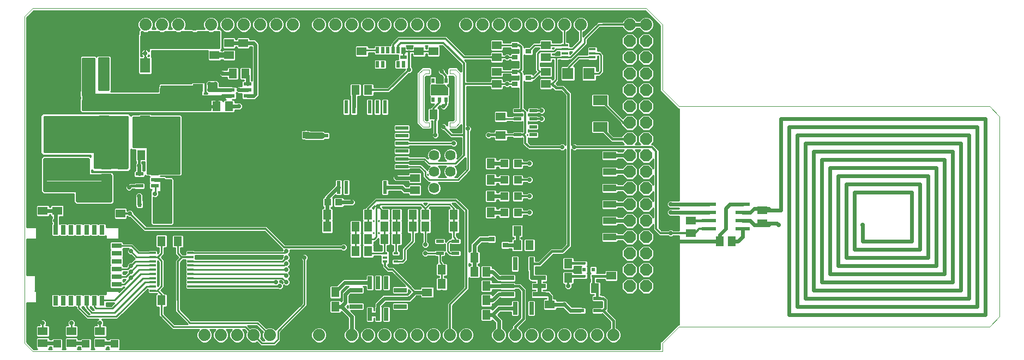
<source format=gtl>
G75*
%MOIN*%
%OFA0B0*%
%FSLAX26Y26*%
%IPPOS*%
%LPD*%
%AMOC8*
5,1,8,0,0,1.08239X$1,22.5*
%
%ADD10C,0.000000*%
%ADD11R,0.070866X0.062992*%
%ADD12R,0.051181X0.059055*%
%ADD13R,0.062992X0.086614*%
%ADD14R,0.059055X0.051181*%
%ADD15R,0.059055X0.031496*%
%ADD16R,0.031496X0.059055*%
%ADD17R,0.039000X0.012000*%
%ADD18R,0.062992X0.051181*%
%ADD19R,0.019685X0.031496*%
%ADD20C,0.005000*%
%ADD21R,0.048000X0.021000*%
%ADD22R,0.062992X0.070866*%
%ADD23R,0.024803X0.032677*%
%ADD24R,0.094488X0.094488*%
%ADD25R,0.070984X0.062992*%
%ADD26C,0.088583*%
%ADD27R,0.023622X0.015748*%
%ADD28R,0.023622X0.023622*%
%ADD29R,0.047244X0.021654*%
%ADD30R,0.078740X0.027559*%
%ADD31R,0.027559X0.078740*%
%ADD32R,0.035433X0.031496*%
%ADD33C,0.064000*%
%ADD34R,0.079000X0.043000*%
%ADD35C,0.059055*%
%ADD36R,0.042000X0.014000*%
%ADD37R,0.070866X0.070866*%
%ADD38R,0.015748X0.015748*%
%ADD39R,0.023622X0.039370*%
%ADD40R,0.039370X0.023622*%
%ADD41C,0.001969*%
%ADD42R,0.090551X0.059055*%
%ADD43R,0.047244X0.047244*%
%ADD44R,0.047244X0.019685*%
%ADD45R,0.031496X0.013780*%
%ADD46R,0.078740X0.023622*%
%ADD47R,0.023622X0.078740*%
%ADD48R,0.086614X0.041339*%
%ADD49R,0.039370X0.039370*%
%ADD50R,0.043307X0.039370*%
%ADD51R,0.050000X0.022000*%
%ADD52R,0.086614X0.023622*%
%ADD53C,0.061024*%
%ADD54R,0.048000X0.020000*%
%ADD55C,0.074000*%
%ADD56OC8,0.074000*%
%ADD57OC8,0.023622*%
%ADD58C,0.010000*%
%ADD59C,0.024000*%
%ADD60C,0.012000*%
%ADD61C,0.016000*%
%ADD62C,0.032000*%
%ADD63C,0.040000*%
D10*
X00207480Y00100000D02*
X00207480Y02100000D01*
X00257480Y02150000D01*
X04007480Y02150000D01*
X04107480Y02050000D01*
X04107480Y01650000D01*
X04207480Y01550000D01*
X06107480Y01550000D01*
X06169980Y01487500D01*
X06169980Y00262500D01*
X06107480Y00200000D01*
X04207480Y00200000D01*
X04107480Y00100000D01*
X04107480Y00050000D01*
X00257480Y00050000D01*
X00207480Y00100000D01*
X02619980Y01450000D02*
X02644980Y01425000D01*
X02682480Y01425000D01*
X02682480Y01450000D01*
X02657480Y01450000D01*
X02644980Y01462500D01*
X02644980Y01737500D01*
X02657480Y01750000D01*
X02682480Y01750000D01*
X02682480Y01775000D01*
X02644980Y01775000D01*
X02619980Y01750000D01*
X02619980Y01450000D01*
X02807480Y01450000D02*
X02807480Y01425000D01*
X02844980Y01425000D01*
X02869980Y01450000D01*
X02869980Y01750000D01*
X02844980Y01775000D01*
X02807480Y01775000D01*
X02807480Y01750000D01*
X02832480Y01750000D01*
X02844980Y01737500D01*
X02844980Y01462500D01*
X02832480Y01450000D01*
X02807480Y01450000D01*
D11*
X01269980Y01844882D03*
X01169980Y01844882D03*
X01069980Y01844882D03*
X01069980Y01742618D03*
X01169980Y01742618D03*
X01169980Y01632382D03*
X01069980Y01632382D03*
X01069980Y01955118D03*
X01169980Y01955118D03*
X01269980Y01955118D03*
D12*
X01482579Y01750000D03*
X01557382Y01750000D03*
X01457382Y01550000D03*
X01382579Y01550000D03*
X00995079Y01250000D03*
X00920276Y01250000D03*
X01083169Y01074803D03*
X01157972Y01074803D03*
X02057579Y00887500D03*
X02132382Y00887500D03*
X02232579Y00887500D03*
X02307382Y00887500D03*
X02407579Y00887500D03*
X02482382Y00887500D03*
X02582579Y00887500D03*
X02657382Y00887500D03*
X02757579Y00887500D03*
X02832382Y00887500D03*
X02832382Y00812500D03*
X02757579Y00812500D03*
X02657382Y00812500D03*
X02582579Y00812500D03*
X02482382Y00812500D03*
X02407579Y00812500D03*
X02307382Y00812500D03*
X02232579Y00812500D03*
X02132382Y00812500D03*
X02057579Y00812500D03*
X02232579Y00737500D03*
X02307382Y00737500D03*
X02407579Y00737500D03*
X02482382Y00737500D03*
X02307382Y00662500D03*
X02232579Y00662500D03*
X02757579Y00550000D03*
X02832382Y00550000D03*
X02957579Y00537500D03*
X03032382Y00537500D03*
X03032382Y00450000D03*
X02957579Y00450000D03*
X02832382Y00462500D03*
X02757579Y00462500D03*
X02957579Y00362500D03*
X03032382Y00362500D03*
X03032382Y00275000D03*
X02957579Y00275000D03*
X03457579Y00500000D03*
X03532382Y00500000D03*
X03620079Y00437500D03*
X03694882Y00437500D03*
X03532382Y00587500D03*
X03457579Y00587500D03*
X03294882Y00700000D03*
X03220079Y00700000D03*
X03220079Y00787500D03*
X03294882Y00787500D03*
X03057382Y00900000D03*
X02982579Y00900000D03*
X02982579Y01000000D03*
X03057382Y01000000D03*
X03057382Y01100000D03*
X02982579Y01100000D03*
X02982579Y01200000D03*
X03057382Y01200000D03*
X02782382Y01500000D03*
X02707579Y01500000D03*
X02307382Y01650000D03*
X02232579Y01650000D03*
X01218996Y00723130D03*
X01144193Y00723130D03*
X01045669Y00725591D03*
X00970866Y00725591D03*
X00970079Y00362500D03*
X01044882Y00362500D03*
X02032579Y00325000D03*
X02107382Y00325000D03*
X02107382Y00412500D03*
X02032579Y00412500D03*
X02957579Y00625000D03*
X03032382Y00625000D03*
X04457579Y00725000D03*
X04532382Y00725000D03*
D13*
X00945965Y01450000D03*
X00693996Y01450000D03*
X00693996Y01800000D03*
X00945965Y01800000D03*
D14*
X01269980Y01737402D03*
X01269980Y01662598D03*
X01369980Y01862598D03*
X01457480Y01862598D03*
X01544980Y01862598D03*
X01544980Y01937402D03*
X01457480Y01937402D03*
X01369980Y01937402D03*
X02269980Y01887402D03*
X02269980Y01812598D03*
X02619980Y01812598D03*
X02707480Y01812598D03*
X02707480Y01887402D03*
X02619980Y01887402D03*
X03094980Y01850098D03*
X03094980Y01924902D03*
X03394980Y01924902D03*
X03394980Y01850098D03*
X03394980Y01762402D03*
X03394980Y01687598D03*
X03094980Y01687598D03*
X03094980Y01762402D03*
X03119980Y01562402D03*
X03119980Y01487598D03*
X03119980Y01374902D03*
X03119980Y01300098D03*
X02594980Y01112402D03*
X02594980Y01037598D03*
X03794980Y00587402D03*
X03794980Y00512598D03*
X03419980Y00337402D03*
X03419980Y00262598D03*
X02669980Y00337598D03*
X02669980Y00412402D03*
X04282480Y00775098D03*
X04282480Y00849902D03*
X00807480Y01112598D03*
X00707480Y01112598D03*
X00707480Y01187402D03*
X00807480Y01187402D03*
X00794980Y00969980D03*
X00794980Y00895177D03*
X00669980Y00174902D03*
X00494980Y00174902D03*
X00319980Y00174902D03*
X00319980Y00100098D03*
X00494980Y00100098D03*
X00669980Y00100098D03*
D15*
X00770374Y00460236D03*
X00770374Y00507480D03*
X00770374Y00554724D03*
X00770374Y00601969D03*
X00770374Y00649213D03*
X00770374Y00696457D03*
D16*
X00681791Y00794882D03*
X00634547Y00794882D03*
X00587303Y00794882D03*
X00540059Y00794882D03*
X00492815Y00794882D03*
X00445571Y00794882D03*
X00398327Y00794882D03*
X00351083Y00794882D03*
X00351083Y00361811D03*
X00398327Y00361811D03*
X00445571Y00361811D03*
X00492815Y00361811D03*
X00540059Y00361811D03*
X00587303Y00361811D03*
X00634547Y00361811D03*
X00681791Y00361811D03*
D17*
X00992606Y00422343D03*
X00992606Y00447933D03*
X00992606Y00473524D03*
X00992606Y00499114D03*
X00992606Y00524705D03*
X00992606Y00550295D03*
X00992606Y00575886D03*
X00992606Y00601476D03*
X00992606Y00627067D03*
X00992606Y00652657D03*
X01222354Y00652657D03*
X01222354Y00627067D03*
X01222354Y00601476D03*
X01222354Y00575886D03*
X01222354Y00550295D03*
X01222354Y00524705D03*
X01222354Y00499114D03*
X01222354Y00473524D03*
X01222354Y00447933D03*
X01222354Y00422343D03*
D18*
X00407480Y00910630D03*
X00319980Y00910630D03*
X00319980Y00989370D03*
X00407480Y00989370D03*
X04719980Y00914370D03*
X04719980Y00835630D03*
D19*
X02784350Y01590945D03*
X02744980Y01590945D03*
X02705610Y01590945D03*
X02705610Y01709055D03*
X02744980Y01709055D03*
X02784350Y01709055D03*
D20*
X02776476Y01679528D02*
X02794193Y01661811D01*
X02794193Y01622441D01*
X02695768Y01622441D01*
X02695768Y01679528D01*
X02776476Y01679528D01*
X02776485Y01679519D02*
X02695768Y01679519D01*
X02695768Y01674520D02*
X02781484Y01674520D01*
X02786482Y01669522D02*
X02695768Y01669522D01*
X02695768Y01664523D02*
X02791481Y01664523D01*
X02794193Y01659525D02*
X02695768Y01659525D01*
X02695768Y01654526D02*
X02794193Y01654526D01*
X02794193Y01649528D02*
X02695768Y01649528D01*
X02695768Y01644529D02*
X02794193Y01644529D01*
X02794193Y01639531D02*
X02695768Y01639531D01*
X02695768Y01634532D02*
X02794193Y01634532D01*
X02794193Y01629533D02*
X02695768Y01629533D01*
X02695768Y01624535D02*
X02794193Y01624535D01*
D21*
X01003480Y01137000D03*
X01003480Y01100000D03*
X01003480Y01063000D03*
X00911480Y01063000D03*
X00911480Y01100000D03*
X00911480Y01137000D03*
D22*
X01077559Y00975000D03*
X01187795Y00975000D03*
X01187795Y00875000D03*
X01077559Y00875000D03*
D23*
X01002756Y00950000D03*
X00912205Y00950000D03*
D24*
X01108366Y01212500D03*
X01281594Y01212500D03*
D25*
X00705906Y00993681D03*
X00605906Y00993681D03*
X00605906Y00881713D03*
X00705906Y00881713D03*
D26*
X00407480Y01150000D03*
X00407480Y01350000D03*
D27*
X03629921Y00589370D03*
X03685039Y00589370D03*
X03685039Y00510630D03*
X03629921Y00510630D03*
D28*
X03629921Y00550000D03*
X03685039Y00550000D03*
D29*
X03708665Y00374902D03*
X03708665Y00337500D03*
X03708665Y00300098D03*
X03606295Y00300098D03*
X03606295Y00374902D03*
D30*
X03353937Y00400000D03*
X03353937Y00450000D03*
X03353937Y00500000D03*
X03161024Y00500000D03*
X03161024Y00450000D03*
X03161024Y00400000D03*
X02505807Y00425000D03*
X02505807Y00325000D03*
X02234154Y00325000D03*
X02234154Y00425000D03*
D31*
X02319980Y00471457D03*
X02369980Y00471457D03*
X02419980Y00471457D03*
X02419980Y00278543D03*
X02369980Y00278543D03*
X02319980Y00278543D03*
X03207480Y00314173D03*
X03307480Y00314173D03*
X03307480Y00585827D03*
X03207480Y00585827D03*
D32*
X03146850Y00700098D03*
X03064173Y00737500D03*
X03146850Y00774902D03*
X03205610Y01687598D03*
X03288287Y01725000D03*
X03205610Y01762402D03*
X03205610Y01850098D03*
X03288287Y01887500D03*
X03205610Y01924902D03*
D33*
X02812738Y01250000D03*
X02712738Y01250000D03*
X02712738Y01150000D03*
X02812738Y01150000D03*
X02812738Y01050000D03*
X02712738Y01050000D03*
D34*
X03430480Y01050000D03*
X03430480Y00950000D03*
X03430480Y00850000D03*
X03430480Y00750000D03*
X03784480Y00750000D03*
X03784480Y00850000D03*
X03784480Y00950000D03*
X03784480Y01050000D03*
X03784480Y01150000D03*
X03784480Y01250000D03*
X03430480Y01250000D03*
X03430480Y01150000D03*
D35*
X00599114Y01682972D02*
X00599114Y01742028D01*
X00406201Y01742028D02*
X00406201Y01682972D01*
X00467224Y01602264D02*
X00526280Y01602264D01*
D36*
X03510980Y01849500D03*
X03510980Y01874500D03*
X03510980Y01900500D03*
X03510980Y01925500D03*
X03678980Y01925500D03*
X03678980Y01900500D03*
X03678980Y01874500D03*
X03678980Y01849500D03*
D37*
X03659941Y01750000D03*
X03530020Y01750000D03*
D38*
X02523720Y01893307D03*
D39*
X02492224Y01893307D03*
X02460728Y01893307D03*
X02429232Y01893307D03*
X02397736Y01893307D03*
X02366240Y01893307D03*
X02366240Y01806693D03*
X02397736Y01806693D03*
X02429232Y01806693D03*
X02460728Y01806693D03*
X02492224Y01806693D03*
X02523720Y01806693D03*
D40*
X02523720Y01850000D03*
X02366240Y01850000D03*
D41*
X02512894Y01874606D02*
X02530610Y01874606D01*
X02534547Y01878543D01*
X02534547Y01912008D01*
X02512894Y01912008D01*
X02512894Y01874606D01*
X02512894Y01875402D02*
X02531406Y01875402D01*
X02533373Y01877369D02*
X02512894Y01877369D01*
X02512894Y01879336D02*
X02534547Y01879336D01*
X02534547Y01881303D02*
X02512894Y01881303D01*
X02512894Y01883270D02*
X02534547Y01883270D01*
X02534547Y01885237D02*
X02512894Y01885237D01*
X02512894Y01887204D02*
X02534547Y01887204D01*
X02534547Y01889171D02*
X02512894Y01889171D01*
X02512894Y01891138D02*
X02534547Y01891138D01*
X02534547Y01893105D02*
X02512894Y01893105D01*
X02512894Y01895072D02*
X02534547Y01895072D01*
X02534547Y01897039D02*
X02512894Y01897039D01*
X02512894Y01899006D02*
X02534547Y01899006D01*
X02534547Y01900973D02*
X02512894Y01900973D01*
X02512894Y01902940D02*
X02534547Y01902940D01*
X02534547Y01904907D02*
X02512894Y01904907D01*
X02512894Y01906874D02*
X02534547Y01906874D01*
X02534547Y01908841D02*
X02512894Y01908841D01*
X02512894Y01910808D02*
X02534547Y01910808D01*
D42*
X03463091Y01587500D03*
X03726870Y01587500D03*
X03726870Y01425000D03*
X03463091Y01425000D03*
D43*
X03223819Y01200000D03*
X03141142Y01200000D03*
X03141142Y01100000D03*
X03223819Y01100000D03*
X03223819Y01000000D03*
X03141142Y01000000D03*
X03141142Y00900000D03*
X03223819Y00900000D03*
X00757480Y00178839D03*
X00582480Y00178839D03*
X00407480Y00178839D03*
X00407480Y00096161D03*
X00582480Y00096161D03*
X00757480Y00096161D03*
D44*
X03222736Y01376181D03*
X03317224Y01376181D03*
X03317224Y01425394D03*
X03222736Y01425394D03*
X03222736Y01474606D03*
X03317224Y01474606D03*
X03317224Y01523819D03*
X03222736Y01523819D03*
D45*
X02478445Y00650591D03*
X02411516Y00650591D03*
X02411516Y00625000D03*
X02411516Y00599409D03*
X02478445Y00599409D03*
X02478445Y00625000D03*
D46*
X02516043Y01181890D03*
X02516043Y01229134D03*
X02516043Y01276378D03*
X02516043Y01323622D03*
X02516043Y01370866D03*
X02516043Y01418110D03*
X02023917Y01418110D03*
X02023917Y01370866D03*
X02023917Y01323622D03*
X02023917Y01276378D03*
X02023917Y01229134D03*
X02023917Y01181890D03*
D47*
X02128248Y01053937D03*
X02175492Y01053937D03*
X02222736Y01053937D03*
X02317224Y01053937D03*
X02364469Y01053937D03*
X02411713Y01053937D03*
X02411713Y01546063D03*
X02364469Y01546063D03*
X02317224Y01546063D03*
X02222736Y01546063D03*
X02175492Y01546063D03*
X02128248Y01546063D03*
D48*
X01869980Y01434055D03*
X01869980Y01315945D03*
D49*
X01810925Y01375000D03*
X01929035Y01375000D03*
D50*
X02061516Y00962500D03*
X02128445Y00962500D03*
D51*
X01570980Y01613000D03*
X01570980Y01650000D03*
X01570980Y01687000D03*
X01468980Y01687000D03*
X01468980Y01650000D03*
X01468980Y01613000D03*
D52*
X04392618Y00950000D03*
X04392618Y00900000D03*
X04392618Y00850000D03*
X04392618Y00800000D03*
X04597343Y00800000D03*
X04597343Y00850000D03*
X04597343Y00900000D03*
X04597343Y00950000D03*
D53*
X02583268Y00660630D03*
D54*
X02746980Y00650500D03*
X02842980Y00650500D03*
X02842980Y00687500D03*
X02842980Y00724500D03*
X02746980Y00724500D03*
D55*
X03907480Y00350000D03*
X04007480Y00350000D03*
X03807480Y00150000D03*
X03707480Y00150000D03*
X03607480Y00150000D03*
X03507480Y00150000D03*
X03407480Y00150000D03*
X03307480Y00150000D03*
X03207480Y00150000D03*
X03107480Y00150000D03*
X02907480Y00150000D03*
X02807480Y00150000D03*
X02707480Y00150000D03*
X02607480Y00150000D03*
X02507480Y00150000D03*
X02407480Y00150000D03*
X02307480Y00150000D03*
X02207480Y00150000D03*
X02007480Y00150000D03*
X01907480Y00150000D03*
X01807480Y00150000D03*
X01707480Y00150000D03*
X01607480Y00150000D03*
X01507480Y00150000D03*
X01407480Y00150000D03*
X01307480Y00150000D03*
X01347480Y02050000D03*
X01247480Y02050000D03*
X01147480Y02050000D03*
X01047480Y02050000D03*
X00947480Y02050000D03*
X01447480Y02050000D03*
X01547480Y02050000D03*
X01647480Y02050000D03*
X01747480Y02050000D03*
X01847480Y02050000D03*
X02007480Y02050000D03*
X02107480Y02050000D03*
X02207480Y02050000D03*
X02307480Y02050000D03*
X02407480Y02050000D03*
X02507480Y02050000D03*
X02607480Y02050000D03*
X02707480Y02050000D03*
X02907480Y02050000D03*
X03007480Y02050000D03*
X03107480Y02050000D03*
X03207480Y02050000D03*
X03307480Y02050000D03*
X03407480Y02050000D03*
X03507480Y02050000D03*
X03607480Y02050000D03*
X03907480Y02050000D03*
X04007480Y02050000D03*
D56*
X04007480Y01950000D03*
X03907480Y01950000D03*
X03907480Y01850000D03*
X04007480Y01850000D03*
X04007480Y01750000D03*
X03907480Y01750000D03*
X03907480Y01650000D03*
X04007480Y01650000D03*
X04007480Y01550000D03*
X03907480Y01550000D03*
X03907480Y01450000D03*
X04007480Y01450000D03*
X04007480Y01350000D03*
X03907480Y01350000D03*
X03907480Y01250000D03*
X04007480Y01250000D03*
X04007480Y01150000D03*
X03907480Y01150000D03*
X03907480Y01050000D03*
X04007480Y01050000D03*
X04007480Y00950000D03*
X03907480Y00950000D03*
X03907480Y00850000D03*
X04007480Y00850000D03*
X04007480Y00750000D03*
X03907480Y00750000D03*
X03907480Y00650000D03*
X04007480Y00650000D03*
X04007480Y00550000D03*
X03907480Y00550000D03*
X03907480Y00450000D03*
X04007480Y00450000D03*
D57*
X03544980Y00375000D03*
X03507480Y00337500D03*
X03457480Y00425000D03*
X03532480Y00450000D03*
X03594980Y00637500D03*
X03644980Y00637500D03*
X03694980Y00637500D03*
X03744980Y00637500D03*
X03794980Y00637500D03*
X04157480Y00725000D03*
X04157480Y00775000D03*
X04157480Y00900000D03*
X04157480Y00950000D03*
X04819980Y00825000D03*
X05332480Y00825000D03*
X03569980Y01300000D03*
X03494980Y01300000D03*
X03444980Y01337500D03*
X03394980Y01337500D03*
X03344980Y01337500D03*
X03044980Y01375000D03*
X02919980Y01412500D03*
X02769980Y01425000D03*
X02719980Y01375000D03*
X02832480Y01325000D03*
X02394980Y01300000D03*
X02332480Y01300000D03*
X02269980Y01300000D03*
X02207480Y01300000D03*
X02144980Y01300000D03*
X02144980Y01362500D03*
X02207480Y01362500D03*
X02269980Y01362500D03*
X02332480Y01362500D03*
X02394980Y01362500D03*
X02394980Y01425000D03*
X02332480Y01425000D03*
X02269980Y01425000D03*
X02207480Y01425000D03*
X02144980Y01425000D03*
X02144980Y01237500D03*
X02207480Y01237500D03*
X02269980Y01237500D03*
X02332480Y01237500D03*
X02394980Y01237500D03*
X02394980Y01175000D03*
X02332480Y01175000D03*
X02269980Y01175000D03*
X02207480Y01175000D03*
X02144980Y01175000D03*
X01932480Y01100000D03*
X01882480Y01100000D03*
X01832480Y01100000D03*
X01832480Y01050000D03*
X01882480Y01050000D03*
X01932480Y01050000D03*
X01932480Y01000000D03*
X01882480Y01000000D03*
X01832480Y01000000D03*
X01832480Y00950000D03*
X01882480Y00950000D03*
X01932480Y00950000D03*
X01932480Y00900000D03*
X01882480Y00900000D03*
X01832480Y00900000D03*
X01832480Y00850000D03*
X01882480Y00850000D03*
X01932480Y00850000D03*
X01932480Y00800000D03*
X01882480Y00800000D03*
X01832480Y00800000D03*
X01832480Y00750000D03*
X01882480Y00750000D03*
X01932480Y00750000D03*
X02157480Y00687500D03*
X01919980Y00625000D03*
X01807480Y00625000D03*
X01807480Y00587500D03*
X01807480Y00550000D03*
X01807480Y00512500D03*
X01807480Y00475000D03*
X01769980Y00450000D03*
X01744980Y00475000D03*
X01807480Y00662500D03*
X02507480Y00687500D03*
X02657382Y00704232D03*
X02657480Y00650000D03*
X02757480Y00412500D03*
X02794980Y00412500D03*
X02832480Y00412500D03*
X02557480Y00375000D03*
X03294980Y00900000D03*
X03294980Y01000000D03*
X03294980Y01100000D03*
X03294980Y01200000D03*
X03369980Y01475000D03*
X03369980Y01525000D03*
X03344980Y01575000D03*
X03344980Y01625000D03*
X03294980Y01625000D03*
X03157480Y01687598D03*
X02757480Y01762500D03*
X02557480Y01775000D03*
X02769980Y01550000D03*
X03157480Y01850000D03*
X03769980Y01862500D03*
X03819980Y01862500D03*
X03819980Y01912500D03*
X03769980Y01912500D03*
X03769980Y01962500D03*
X03819980Y01962500D03*
X03819980Y02012500D03*
X03769980Y02012500D03*
X03769980Y01812500D03*
X03819980Y01812500D03*
X03819980Y01762500D03*
X03769980Y01762500D03*
X03769980Y01712500D03*
X03819980Y01712500D03*
X03819980Y01662500D03*
X03769980Y01662500D03*
X02482480Y01112500D03*
X02207480Y00962500D03*
X02369980Y00937500D03*
X01007480Y00887500D03*
X01007480Y00850000D03*
X00957480Y00925000D03*
X00957480Y00962500D03*
X00957480Y01000000D03*
X00907480Y01000000D03*
X00857480Y01000000D03*
X00857480Y00962500D03*
X00851378Y00895177D03*
X01006398Y01015157D03*
X00847244Y01052854D03*
X00707480Y01062303D03*
X00907480Y01187697D03*
X00394980Y00850000D03*
X00419980Y00687500D03*
X00344980Y00687500D03*
X00344980Y00612500D03*
X00419980Y00612500D03*
X00494980Y00612500D03*
X00569980Y00612500D03*
X00644980Y00612500D03*
X00644980Y00687500D03*
X00569980Y00687500D03*
X00494980Y00687500D03*
X00857480Y00662500D03*
X00857480Y00575000D03*
X00857480Y00537500D03*
X00857480Y00500000D03*
X00644980Y00462500D03*
X00569980Y00462500D03*
X00494980Y00462500D03*
X00419980Y00462500D03*
X00344980Y00462500D03*
X00344980Y00537500D03*
X00419980Y00537500D03*
X00494980Y00537500D03*
X00569980Y00537500D03*
X00644980Y00537500D03*
X00669980Y00225000D03*
X00582480Y00225000D03*
X00494980Y00225000D03*
X00407480Y00225000D03*
X00319980Y00225000D03*
X00757480Y00225000D03*
X01019980Y01537500D03*
X01019980Y01575000D03*
X01069980Y01575000D03*
X01069980Y01537500D03*
X01337992Y01649409D03*
X01337992Y01686319D03*
X01374902Y01686319D03*
X01375492Y01649409D03*
X01519980Y01650000D03*
X01419980Y01750000D03*
X01362598Y01797047D03*
X01313386Y01797047D03*
X01264173Y01797047D03*
X01214961Y01797047D03*
X01165748Y01797047D03*
X01116535Y01797047D03*
X01067323Y01797047D03*
X00944980Y01875000D03*
X00944980Y01925000D03*
X00944980Y01975000D03*
X00697441Y01710925D03*
X00697441Y01674016D03*
X01519980Y01550000D03*
D58*
X01542886Y01549779D02*
X02152776Y01549779D01*
X02152776Y01559777D02*
X01542596Y01559777D01*
X01542886Y01559488D02*
X01529468Y01572905D01*
X01493878Y01572905D01*
X01493878Y01584045D01*
X01487490Y01590433D01*
X01478907Y01590433D01*
X01479046Y01590672D01*
X01479468Y01591094D01*
X01498497Y01591094D01*
X01504886Y01597483D01*
X01504886Y01628517D01*
X01501903Y01631500D01*
X01503995Y01633592D01*
X01510492Y01627094D01*
X01535075Y01627094D01*
X01535075Y01597483D01*
X01541463Y01591094D01*
X01560492Y01591094D01*
X01561492Y01590094D01*
X01617468Y01590094D01*
X01630886Y01603512D01*
X01642886Y01615512D01*
X01642886Y01934488D01*
X01617066Y01960307D01*
X01585413Y01960307D01*
X01585413Y01967509D01*
X01579025Y01973898D01*
X01510936Y01973898D01*
X01504547Y01967509D01*
X01504547Y01960307D01*
X01497913Y01960307D01*
X01497913Y01967509D01*
X01491525Y01973898D01*
X01423436Y01973898D01*
X01417047Y01967509D01*
X01417047Y01907294D01*
X01423436Y01900906D01*
X01491525Y01900906D01*
X01497913Y01907294D01*
X01497913Y01914496D01*
X01504547Y01914496D01*
X01504547Y01907294D01*
X01510936Y01900906D01*
X01579025Y01900906D01*
X01585413Y01907294D01*
X01585413Y01914496D01*
X01597075Y01914496D01*
X01597075Y01708905D01*
X01593886Y01708905D01*
X01593886Y01745889D01*
X01593878Y01745897D01*
X01593878Y01784045D01*
X01587490Y01790433D01*
X01527274Y01790433D01*
X01520886Y01784045D01*
X01520886Y01715955D01*
X01527274Y01709567D01*
X01548075Y01709567D01*
X01548075Y01708905D01*
X01541463Y01708905D01*
X01535075Y01702517D01*
X01535075Y01672905D01*
X01510492Y01672905D01*
X01503995Y01666408D01*
X01498497Y01671905D01*
X01479468Y01671905D01*
X01478468Y01672905D01*
X01397807Y01672905D01*
X01397807Y01695807D01*
X01384389Y01709224D01*
X01328504Y01709224D01*
X01315087Y01695807D01*
X01315087Y01639922D01*
X01326603Y01628405D01*
X01306328Y01628405D01*
X01310413Y01632491D01*
X01310413Y01692706D01*
X01304025Y01699094D01*
X01235936Y01699094D01*
X01229547Y01692706D01*
X01229547Y01689921D01*
X01036128Y01689921D01*
X01026811Y01680604D01*
X01026811Y01671564D01*
X01023642Y01668395D01*
X01023642Y01640905D01*
X00736037Y01640905D01*
X00737953Y01642821D01*
X00737953Y01853045D01*
X00728635Y01862362D01*
X00653746Y01862362D01*
X00646063Y01854679D01*
X00640742Y01860000D01*
X00556109Y01860000D01*
X00546791Y01850683D01*
X00546791Y01644679D01*
X00545807Y01643695D01*
X00545807Y01519790D01*
X00555124Y01510472D01*
X01351565Y01510472D01*
X01352471Y01509567D01*
X01412686Y01509567D01*
X01413592Y01510472D01*
X01419044Y01510472D01*
X01421038Y01509315D01*
X01425401Y01510472D01*
X01426369Y01510472D01*
X01427274Y01509567D01*
X01487490Y01509567D01*
X01493878Y01515955D01*
X01493878Y01527094D01*
X01529468Y01527094D01*
X01542886Y01540512D01*
X01542886Y01559488D01*
X01532598Y01569776D02*
X02152776Y01569776D01*
X02152776Y01579774D02*
X01493878Y01579774D01*
X01488150Y01589773D02*
X02152776Y01589773D01*
X02152776Y01589950D02*
X02152776Y01502176D01*
X02159164Y01495787D01*
X02191820Y01495787D01*
X02198209Y01502176D01*
X02198209Y01589950D01*
X02191820Y01596338D01*
X02159164Y01596338D01*
X02152776Y01589950D01*
X02198209Y01589773D02*
X02199831Y01589773D01*
X02199831Y01599771D02*
X01627145Y01599771D01*
X01637143Y01609770D02*
X02199831Y01609770D01*
X02199831Y01612207D02*
X02199831Y01536575D01*
X02200020Y01536386D01*
X02200020Y01502176D01*
X02206408Y01495787D01*
X02239064Y01495787D01*
X02245453Y01502176D01*
X02245453Y01536386D01*
X02245642Y01536575D01*
X02245642Y01609567D01*
X02262686Y01609567D01*
X02269075Y01615955D01*
X02269075Y01684045D01*
X02262686Y01690433D01*
X02202471Y01690433D01*
X02196083Y01684045D01*
X02196083Y01615955D01*
X02199831Y01612207D01*
X02196083Y01619768D02*
X01642886Y01619768D01*
X01642886Y01629767D02*
X02196083Y01629767D01*
X02196083Y01639765D02*
X01642886Y01639765D01*
X01642886Y01649764D02*
X02196083Y01649764D01*
X02196083Y01659762D02*
X01642886Y01659762D01*
X01642886Y01669761D02*
X02196083Y01669761D01*
X02196083Y01679759D02*
X01642886Y01679759D01*
X01642886Y01689758D02*
X02201796Y01689758D01*
X02263361Y01689758D02*
X02276599Y01689758D01*
X02277274Y01690433D02*
X02270886Y01684045D01*
X02270886Y01615955D01*
X02277274Y01609567D01*
X02337490Y01609567D01*
X02343878Y01615955D01*
X02343878Y01633094D01*
X02439483Y01633094D01*
X02558672Y01752283D01*
X02566890Y01752283D01*
X02580197Y01765591D01*
X02580197Y01784409D01*
X02574386Y01790220D01*
X02574386Y01871496D01*
X02579547Y01871496D01*
X02579547Y01857294D01*
X02585936Y01850906D01*
X02654025Y01850906D01*
X02660413Y01857294D01*
X02660413Y01871496D01*
X02667047Y01871496D01*
X02667047Y01857294D01*
X02673436Y01850906D01*
X02741525Y01850906D01*
X02747913Y01857294D01*
X02747913Y01917509D01*
X02744828Y01920594D01*
X02762978Y01920594D01*
X02878075Y01805497D01*
X02878075Y01762896D01*
X02876128Y01764842D01*
X02859823Y01781148D01*
X02851128Y01789842D01*
X02801332Y01789842D01*
X02792638Y01781148D01*
X02792638Y01751250D01*
X02780197Y01763691D01*
X02780197Y01771909D01*
X02766890Y01785216D01*
X02748071Y01785216D01*
X02734764Y01771909D01*
X02734764Y01753091D01*
X02748071Y01739783D01*
X02756289Y01739783D01*
X02765177Y01730895D01*
X02763602Y01729320D01*
X02763602Y01692933D01*
X02726358Y01692933D01*
X02726358Y01729320D01*
X02719970Y01735709D01*
X02691250Y01735709D01*
X02684862Y01729320D01*
X02684862Y01688790D01*
X02685467Y01688185D01*
X02682362Y01685080D01*
X02682362Y01616888D01*
X02686451Y01612799D01*
X02684862Y01611210D01*
X02684862Y01570680D01*
X02691250Y01564291D01*
X02710364Y01564291D01*
X02700478Y01554405D01*
X02690575Y01544502D01*
X02690575Y01540433D01*
X02677471Y01540433D01*
X02671083Y01534045D01*
X02671083Y01465955D01*
X02672196Y01464842D01*
X02663628Y01464842D01*
X02659823Y01468648D01*
X02659823Y01731352D01*
X02663628Y01735157D01*
X02688628Y01735157D01*
X02697323Y01743852D01*
X02697323Y01781148D01*
X02688628Y01789842D01*
X02638832Y01789842D01*
X02613832Y01764842D01*
X02605138Y01756148D01*
X02605138Y01443852D01*
X02630138Y01418852D01*
X02638832Y01410157D01*
X02688628Y01410157D01*
X02697323Y01418852D01*
X02697323Y01456148D01*
X02693904Y01459567D01*
X02703120Y01459567D01*
X02703084Y01432012D01*
X02703075Y01432002D01*
X02703075Y01425038D01*
X02703066Y01418020D01*
X02703075Y01418010D01*
X02703075Y01390220D01*
X02697264Y01384409D01*
X02697264Y01365591D01*
X02710571Y01352283D01*
X02729390Y01352283D01*
X02742697Y01365591D01*
X02742697Y01384409D01*
X02736886Y01390220D01*
X02736886Y01424995D01*
X02736931Y01459567D01*
X02737686Y01459567D01*
X02744075Y01465955D01*
X02744075Y01534045D01*
X02737686Y01540433D01*
X02734321Y01540433D01*
X02747264Y01553376D01*
X02747264Y01540591D01*
X02760571Y01527283D01*
X02779390Y01527283D01*
X02792697Y01540591D01*
X02792697Y01545068D01*
X02795415Y01547787D01*
X02800034Y01551203D01*
X02800245Y01552617D01*
X02801256Y01553627D01*
X02801256Y01559372D01*
X02802106Y01565054D01*
X02801256Y01566203D01*
X02801256Y01566837D01*
X02805098Y01570680D01*
X02805098Y01611210D01*
X02803509Y01612799D01*
X02807598Y01616888D01*
X02807598Y01667364D01*
X02799746Y01675216D01*
X02792560Y01682402D01*
X02798710Y01682402D01*
X02805098Y01688790D01*
X02805098Y01729320D01*
X02801256Y01733163D01*
X02801256Y01735234D01*
X02801332Y01735157D01*
X02826332Y01735157D01*
X02830138Y01731352D01*
X02830138Y01468648D01*
X02826332Y01464842D01*
X02801332Y01464842D01*
X02792638Y01456148D01*
X02792638Y01434468D01*
X02779390Y01447716D01*
X02760571Y01447716D01*
X02747264Y01434409D01*
X02747264Y01415591D01*
X02760571Y01402283D01*
X02768789Y01402283D01*
X02803075Y01367997D01*
X02812978Y01358094D01*
X02878075Y01358094D01*
X02878075Y01257002D01*
X02850767Y01229695D01*
X02855643Y01241465D01*
X02855643Y01258534D01*
X02849111Y01274304D01*
X02837042Y01286373D01*
X02821272Y01292905D01*
X02804203Y01292905D01*
X02788433Y01286373D01*
X02776364Y01274304D01*
X02769832Y01258534D01*
X02769832Y01241465D01*
X02776364Y01225696D01*
X02786155Y01215905D01*
X02739320Y01215905D01*
X02749111Y01225696D01*
X02755643Y01241465D01*
X02755643Y01258534D01*
X02749111Y01274304D01*
X02737042Y01286373D01*
X02721272Y01292905D01*
X02704203Y01292905D01*
X02688433Y01286373D01*
X02676364Y01274304D01*
X02669832Y01258534D01*
X02669832Y01241465D01*
X02674304Y01230670D01*
X02669252Y01235722D01*
X02659935Y01245039D01*
X02566319Y01245039D01*
X02566319Y01245462D01*
X02559930Y01251850D01*
X02472156Y01251850D01*
X02465768Y01245462D01*
X02465768Y01212806D01*
X02472156Y01206417D01*
X02559930Y01206417D01*
X02566319Y01212806D01*
X02566319Y01213228D01*
X02646758Y01213228D01*
X02666575Y01193412D01*
X02666575Y01193412D01*
X02675892Y01184094D01*
X02686155Y01184094D01*
X02676364Y01174304D01*
X02670303Y01159671D01*
X02664069Y01165905D01*
X02632179Y01197795D01*
X02566319Y01197795D01*
X02566319Y01198218D01*
X02559930Y01204606D01*
X02472156Y01204606D01*
X02465768Y01198218D01*
X02465768Y01165562D01*
X02472156Y01159173D01*
X02559930Y01159173D01*
X02566319Y01165562D01*
X02566319Y01165984D01*
X02619002Y01165984D01*
X02641575Y01143412D01*
X02641575Y01118412D01*
X02666575Y01093412D01*
X02675892Y01084094D01*
X02686155Y01084094D01*
X02676364Y01074304D01*
X02669832Y01058534D01*
X02669832Y01041465D01*
X02676364Y01025696D01*
X02688433Y01013626D01*
X02704203Y01007094D01*
X02721272Y01007094D01*
X02737042Y01013626D01*
X02749111Y01025696D01*
X02755643Y01041465D01*
X02755643Y01058534D01*
X02749111Y01074304D01*
X02739320Y01084094D01*
X02864069Y01084094D01*
X02926569Y01146594D01*
X02935886Y01155912D01*
X02935886Y01396280D01*
X02942697Y01403091D01*
X02942697Y01421909D01*
X02929390Y01435216D01*
X02911886Y01435216D01*
X02911886Y01670639D01*
X02932623Y01670693D01*
X03054547Y01670693D01*
X03054547Y01657491D01*
X03060936Y01651102D01*
X03129025Y01651102D01*
X03135413Y01657491D01*
X03135413Y01671693D01*
X03141260Y01671693D01*
X03148071Y01664882D01*
X03166890Y01664882D01*
X03173701Y01671693D01*
X03176988Y01671693D01*
X03176988Y01667333D01*
X03183376Y01660945D01*
X03227844Y01660945D01*
X03228075Y01661176D01*
X03228075Y01544567D01*
X03194597Y01544567D01*
X03188209Y01538179D01*
X03188209Y01509459D01*
X03194597Y01503071D01*
X03250875Y01503071D01*
X03253075Y01505270D01*
X03253075Y01493155D01*
X03250875Y01495354D01*
X03194597Y01495354D01*
X03189754Y01490512D01*
X03160413Y01490512D01*
X03160413Y01517706D01*
X03154025Y01524094D01*
X03085936Y01524094D01*
X03079547Y01517706D01*
X03079547Y01457491D01*
X03085936Y01451102D01*
X03154025Y01451102D01*
X03160413Y01457491D01*
X03160413Y01458701D01*
X03189754Y01458701D01*
X03194597Y01453858D01*
X03250875Y01453858D01*
X03253075Y01456058D01*
X03253075Y01394729D01*
X03250875Y01396929D01*
X03194597Y01396929D01*
X03189754Y01392086D01*
X03160413Y01392086D01*
X03160413Y01405009D01*
X03154025Y01411398D01*
X03085936Y01411398D01*
X03079547Y01405009D01*
X03079547Y01395086D01*
X03057020Y01395086D01*
X03054390Y01397716D01*
X03035571Y01397716D01*
X03022264Y01384409D01*
X03022264Y01365591D01*
X03035571Y01352283D01*
X03054390Y01352283D01*
X03059382Y01357276D01*
X03079547Y01357276D01*
X03079547Y01344794D01*
X03085936Y01338406D01*
X03154025Y01338406D01*
X03160413Y01344794D01*
X03160413Y01360276D01*
X03189754Y01360276D01*
X03194597Y01355433D01*
X03250875Y01355433D01*
X03252598Y01357156D01*
X03253075Y01356679D01*
X03253075Y01317997D01*
X03262978Y01308094D01*
X03278075Y01292998D01*
X03278075Y01292997D01*
X03287978Y01283094D01*
X03479760Y01283094D01*
X03485571Y01277283D01*
X03504390Y01277283D01*
X03513575Y01286469D01*
X03513575Y00707831D01*
X03487149Y00681405D01*
X03424649Y00681405D01*
X03413575Y00670331D01*
X03347976Y00604732D01*
X03332165Y00604732D01*
X03332165Y00629714D01*
X03325777Y00636102D01*
X03289184Y00636102D01*
X03282795Y00629714D01*
X03282795Y00541939D01*
X03284575Y00540160D01*
X03284575Y00490512D01*
X03297992Y00477094D01*
X03308270Y00477094D01*
X03310050Y00475315D01*
X03331031Y00475315D01*
X03331031Y00474685D01*
X03310050Y00474685D01*
X03303661Y00468297D01*
X03303661Y00431703D01*
X03310050Y00425315D01*
X03331031Y00425315D01*
X03331031Y00424685D01*
X03310050Y00424685D01*
X03303661Y00418297D01*
X03303661Y00381703D01*
X03310050Y00375315D01*
X03397149Y00375315D01*
X03397147Y00373898D01*
X03385936Y00373898D01*
X03379547Y00367509D01*
X03379547Y00307294D01*
X03385936Y00300906D01*
X03454025Y00300906D01*
X03460413Y00307294D01*
X03460413Y00314594D01*
X03497992Y00314594D01*
X03535394Y00277193D01*
X03615783Y00277193D01*
X03616956Y00278366D01*
X03634434Y00278366D01*
X03640823Y00284754D01*
X03640823Y00315442D01*
X03634434Y00321831D01*
X03616956Y00321831D01*
X03615783Y00323004D01*
X03554370Y00323004D01*
X03530386Y00346988D01*
X03516968Y00360405D01*
X03460413Y00360405D01*
X03460413Y00367509D01*
X03454025Y00373898D01*
X03442958Y00373898D01*
X03442965Y00377895D01*
X03442984Y00377914D01*
X03442984Y00387402D01*
X03443003Y00396844D01*
X03442984Y00396863D01*
X03442984Y00396889D01*
X03436307Y00403567D01*
X03429612Y00410288D01*
X03429585Y00410288D01*
X03416968Y00422905D01*
X03399604Y00422905D01*
X03397824Y00424685D01*
X03376842Y00424685D01*
X03376842Y00425315D01*
X03397824Y00425315D01*
X03404212Y00431703D01*
X03404212Y00468297D01*
X03397824Y00474685D01*
X03376842Y00474685D01*
X03376842Y00475315D01*
X03397824Y00475315D01*
X03404212Y00481703D01*
X03404212Y00518297D01*
X03397824Y00524685D01*
X03330386Y00524685D01*
X03330386Y00540160D01*
X03332165Y00541939D01*
X03332165Y00566921D01*
X03363638Y00566921D01*
X03440311Y00643594D01*
X03502811Y00643594D01*
X03540311Y00681094D01*
X03551386Y00692169D01*
X03551386Y01286469D01*
X03560571Y01277283D01*
X03579390Y01277283D01*
X03585201Y01283094D01*
X03872826Y01283094D01*
X03862637Y01272905D01*
X03834886Y01272905D01*
X03834886Y01276017D01*
X03828497Y01282405D01*
X03740463Y01282405D01*
X03734075Y01276017D01*
X03734075Y01223983D01*
X03740463Y01217594D01*
X03828497Y01217594D01*
X03834886Y01223983D01*
X03834886Y01227094D01*
X03862637Y01227094D01*
X03887637Y01202094D01*
X03927323Y01202094D01*
X03955386Y01230157D01*
X03955386Y01269843D01*
X03942134Y01283094D01*
X03972826Y01283094D01*
X03959575Y01269843D01*
X03959575Y01230157D01*
X03987637Y01202094D01*
X04027323Y01202094D01*
X04053075Y01227846D01*
X04053075Y01172154D01*
X04027323Y01197905D01*
X03987637Y01197905D01*
X03959575Y01169843D01*
X03959575Y01130157D01*
X03987637Y01102094D01*
X04027323Y01102094D01*
X04053075Y01127846D01*
X04053075Y01072154D01*
X04027323Y01097905D01*
X03987637Y01097905D01*
X03959575Y01069843D01*
X03959575Y01030157D01*
X03987637Y01002094D01*
X04027323Y01002094D01*
X04053075Y01027846D01*
X04053075Y00972154D01*
X04027323Y00997905D01*
X03987637Y00997905D01*
X03959575Y00969843D01*
X03959575Y00930157D01*
X03987637Y00902094D01*
X04027323Y00902094D01*
X04053075Y00927846D01*
X04053075Y00872154D01*
X04027323Y00897905D01*
X03987637Y00897905D01*
X03959575Y00869843D01*
X03959575Y00830157D01*
X03987637Y00802094D01*
X04027323Y00802094D01*
X04053075Y00827846D01*
X04053075Y00792997D01*
X04062978Y00783094D01*
X04087879Y00758193D01*
X04142161Y00758193D01*
X04148071Y00752283D01*
X04166890Y00752283D01*
X04172799Y00758193D01*
X04207480Y00758193D01*
X04207480Y00214842D01*
X04201332Y00214842D01*
X04101332Y00114842D01*
X04092638Y00106148D01*
X04092638Y00064842D01*
X00788828Y00064842D01*
X00792008Y00068022D01*
X00792008Y00124301D01*
X00785619Y00130689D01*
X00729341Y00130689D01*
X00722953Y00124301D01*
X00722953Y00123004D01*
X00710413Y00123004D01*
X00710413Y00130206D01*
X00704025Y00136594D01*
X00635936Y00136594D01*
X00629547Y00130206D01*
X00629547Y00069991D01*
X00634696Y00064842D01*
X00613828Y00064842D01*
X00617008Y00068022D01*
X00617008Y00124301D01*
X00610619Y00130689D01*
X00554341Y00130689D01*
X00547953Y00124301D01*
X00547953Y00123004D01*
X00535413Y00123004D01*
X00535413Y00130206D01*
X00529025Y00136594D01*
X00460936Y00136594D01*
X00454547Y00130206D01*
X00454547Y00069991D01*
X00459696Y00064842D01*
X00438828Y00064842D01*
X00442008Y00068022D01*
X00442008Y00124301D01*
X00435619Y00130689D01*
X00379341Y00130689D01*
X00372953Y00124301D01*
X00372953Y00123004D01*
X00360413Y00123004D01*
X00360413Y00130206D01*
X00354025Y00136594D01*
X00285936Y00136594D01*
X00279547Y00130206D01*
X00279547Y00069991D01*
X00284696Y00064842D01*
X00263628Y00064842D01*
X00222323Y00106148D01*
X00222323Y00346969D01*
X00280319Y00346969D01*
X00283248Y00349897D01*
X00283248Y00417032D01*
X00280319Y00419961D01*
X00272602Y00419961D01*
X00275374Y00422732D01*
X00275374Y00513488D01*
X00272445Y00516417D01*
X00222323Y00516417D01*
X00222323Y00736732D01*
X00280319Y00736732D01*
X00283248Y00739661D01*
X00283248Y00806795D01*
X00280319Y00809724D01*
X00222323Y00809724D01*
X00222323Y02093852D01*
X00263628Y02135157D01*
X04001332Y02135157D01*
X04092638Y02043852D01*
X04092638Y01643852D01*
X04192638Y01543852D01*
X04201332Y01535157D01*
X04207480Y01535157D01*
X04207480Y00972905D01*
X04147992Y00972905D01*
X04134575Y00959488D01*
X04134575Y00940512D01*
X04147992Y00927094D01*
X04207480Y00927094D01*
X04207480Y00922905D01*
X04147992Y00922905D01*
X04134575Y00909488D01*
X04134575Y00890512D01*
X04147992Y00877094D01*
X04207480Y00877094D01*
X04207480Y00792004D01*
X04172602Y00792004D01*
X04166890Y00797716D01*
X04148071Y00797716D01*
X04142358Y00792004D01*
X04101884Y00792004D01*
X04086886Y00807002D01*
X04086886Y01282002D01*
X04061886Y01307002D01*
X04061886Y01307002D01*
X04051983Y01316905D01*
X04042134Y01316905D01*
X04055386Y01330157D01*
X04055386Y01369843D01*
X04027323Y01397905D01*
X03987637Y01397905D01*
X03959575Y01369843D01*
X03959575Y01330157D01*
X03972826Y01316905D01*
X03942134Y01316905D01*
X03955386Y01330157D01*
X03955386Y01369843D01*
X03927323Y01397905D01*
X03887637Y01397905D01*
X03859575Y01369843D01*
X03859575Y01368905D01*
X03809701Y01368905D01*
X03783051Y01395555D01*
X03783051Y01459045D01*
X03776663Y01465433D01*
X03677077Y01465433D01*
X03670689Y01459045D01*
X03670689Y01390955D01*
X03677077Y01384567D01*
X03740567Y01384567D01*
X03794039Y01331094D01*
X03859575Y01331094D01*
X03859575Y01330157D01*
X03872826Y01316905D01*
X03585201Y01316905D01*
X03579390Y01322716D01*
X03560571Y01322716D01*
X03551386Y01313531D01*
X03551386Y01632831D01*
X03513886Y01670331D01*
X03502811Y01681405D01*
X03465508Y01681405D01*
X03457194Y01689720D01*
X03464068Y01696594D01*
X03464069Y01696594D02*
X03473386Y01705912D01*
X03473386Y01833594D01*
X03483463Y01833594D01*
X03485463Y01831594D01*
X03536497Y01831594D01*
X03538997Y01834094D01*
X03551569Y01834094D01*
X03639069Y01921594D01*
X03648386Y01930912D01*
X03648386Y01955912D01*
X03726569Y02034094D01*
X03736978Y02034094D01*
X03737978Y02033094D01*
X03862630Y02033094D01*
X03866868Y02022864D01*
X03880344Y02009388D01*
X03897951Y02002094D01*
X03917009Y02002094D01*
X03934617Y02009388D01*
X03948093Y02022864D01*
X03949845Y02027094D01*
X03965116Y02027094D01*
X03966868Y02022864D01*
X03980344Y02009388D01*
X03997951Y02002094D01*
X04017009Y02002094D01*
X04034617Y02009388D01*
X04048093Y02022864D01*
X04055386Y02040471D01*
X04055386Y02059529D01*
X04048093Y02077136D01*
X04034617Y02090612D01*
X04017009Y02097905D01*
X03997951Y02097905D01*
X03980344Y02090612D01*
X03966868Y02077136D01*
X03965116Y02072905D01*
X03949845Y02072905D01*
X03948093Y02077136D01*
X03934617Y02090612D01*
X03917009Y02097905D01*
X03897951Y02097905D01*
X03880344Y02090612D01*
X03866868Y02077136D01*
X03862630Y02066905D01*
X03737978Y02066905D01*
X03736978Y02065905D01*
X03713392Y02065905D01*
X03704075Y02056588D01*
X03623386Y01975899D01*
X03623386Y02004736D01*
X03634617Y02009388D01*
X03648093Y02022864D01*
X03655386Y02040471D01*
X03655386Y02059529D01*
X03648093Y02077136D01*
X03634617Y02090612D01*
X03617009Y02097905D01*
X03597951Y02097905D01*
X03580344Y02090612D01*
X03566868Y02077136D01*
X03559575Y02059529D01*
X03559575Y02040471D01*
X03566868Y02022864D01*
X03580344Y02009388D01*
X03591575Y02004736D01*
X03591575Y01956588D01*
X03550892Y01915905D01*
X03542886Y01915905D01*
X03542886Y01937017D01*
X03536497Y01943405D01*
X03523386Y01943405D01*
X03523386Y02004736D01*
X03534617Y02009388D01*
X03548093Y02022864D01*
X03555386Y02040471D01*
X03555386Y02059529D01*
X03548093Y02077136D01*
X03534617Y02090612D01*
X03517009Y02097905D01*
X03497951Y02097905D01*
X03480344Y02090612D01*
X03466868Y02077136D01*
X03459575Y02059529D01*
X03459575Y02040471D01*
X03466868Y02022864D01*
X03480344Y02009388D01*
X03491575Y02004736D01*
X03491575Y01943405D01*
X03485463Y01943405D01*
X03483463Y01941405D01*
X03463184Y01941405D01*
X03462901Y01941666D01*
X03456649Y01941405D01*
X03450392Y01941405D01*
X03450120Y01941133D01*
X03444648Y01940905D01*
X03435413Y01940905D01*
X03435413Y01955009D01*
X03429025Y01961398D01*
X03360936Y01961398D01*
X03354547Y01955009D01*
X03354547Y01940807D01*
X03319101Y01940807D01*
X03292447Y01914153D01*
X03266054Y01914153D01*
X03261886Y01909985D01*
X03261886Y01919502D01*
X03251983Y01929405D01*
X03239581Y01941807D01*
X03234232Y01941807D01*
X03234232Y01945167D01*
X03227844Y01951555D01*
X03183376Y01951555D01*
X03176988Y01945167D01*
X03176988Y01940807D01*
X03135413Y01940807D01*
X03135413Y01955009D01*
X03129025Y01961398D01*
X03060936Y01961398D01*
X03054547Y01955009D01*
X03054547Y01894794D01*
X03060936Y01888406D01*
X03129025Y01888406D01*
X03135413Y01894794D01*
X03135413Y01908996D01*
X03176988Y01908996D01*
X03176988Y01904636D01*
X03183376Y01898248D01*
X03227844Y01898248D01*
X03228075Y01898479D01*
X03228075Y01876521D01*
X03227844Y01876752D01*
X03183376Y01876752D01*
X03176988Y01870364D01*
X03176988Y01865905D01*
X03173701Y01865905D01*
X03166890Y01872716D01*
X03148071Y01872716D01*
X03141260Y01865905D01*
X03135413Y01865905D01*
X03135413Y01880206D01*
X03129025Y01886594D01*
X03060936Y01886594D01*
X03054547Y01880206D01*
X03054547Y01866905D01*
X02901983Y01866905D01*
X02789483Y01979405D01*
X02487978Y01979405D01*
X02478075Y01969502D01*
X02453726Y01945153D01*
X02443823Y01935250D01*
X02443823Y01923898D01*
X02349912Y01923898D01*
X02343524Y01917509D01*
X02343524Y01909212D01*
X02310413Y01909212D01*
X02310413Y01917509D01*
X02304025Y01923898D01*
X02235936Y01923898D01*
X02229547Y01917509D01*
X02229547Y01857294D01*
X02235936Y01850906D01*
X02304025Y01850906D01*
X02310413Y01857294D01*
X02310413Y01877402D01*
X02343524Y01877402D01*
X02343524Y01869105D01*
X02349912Y01862717D01*
X02493130Y01862717D01*
X02493130Y01837283D01*
X02475896Y01837283D01*
X02469508Y01830895D01*
X02469508Y01782491D01*
X02475896Y01776102D01*
X02534675Y01776102D01*
X02425478Y01666905D01*
X02343878Y01666905D01*
X02343878Y01684045D01*
X02337490Y01690433D01*
X02277274Y01690433D01*
X02270886Y01679759D02*
X02269075Y01679759D01*
X02269075Y01669761D02*
X02270886Y01669761D01*
X02270886Y01659762D02*
X02269075Y01659762D01*
X02269075Y01649764D02*
X02270886Y01649764D01*
X02270886Y01639765D02*
X02269075Y01639765D01*
X02269075Y01629767D02*
X02270886Y01629767D01*
X02270886Y01619768D02*
X02269075Y01619768D01*
X02262889Y01609770D02*
X02277071Y01609770D01*
X02294508Y01589950D02*
X02294508Y01502176D01*
X02300896Y01495787D01*
X02333553Y01495787D01*
X02339941Y01502176D01*
X02339941Y01589950D01*
X02333553Y01596338D01*
X02300896Y01596338D01*
X02294508Y01589950D01*
X02294508Y01589773D02*
X02245642Y01589773D01*
X02245642Y01599771D02*
X02605138Y01599771D01*
X02605138Y01589773D02*
X02434429Y01589773D01*
X02434429Y01589950D02*
X02428041Y01596338D01*
X02395384Y01596338D01*
X02388996Y01589950D01*
X02388996Y01502176D01*
X02395384Y01495787D01*
X02428041Y01495787D01*
X02434429Y01502176D01*
X02434429Y01589950D01*
X02434429Y01579774D02*
X02605138Y01579774D01*
X02605138Y01569776D02*
X02434429Y01569776D01*
X02434429Y01559777D02*
X02605138Y01559777D01*
X02605138Y01549779D02*
X02434429Y01549779D01*
X02434429Y01539780D02*
X02605138Y01539780D01*
X02605138Y01529781D02*
X02434429Y01529781D01*
X02434429Y01519783D02*
X02605138Y01519783D01*
X02605138Y01509784D02*
X02434429Y01509784D01*
X02432039Y01499786D02*
X02605138Y01499786D01*
X02605138Y01489787D02*
X01171712Y01489787D01*
X01171712Y01490840D02*
X01162395Y01500157D01*
X00986033Y01500157D01*
X00981978Y01504212D01*
X00909951Y01504212D01*
X00905896Y01500157D01*
X00863687Y01500157D01*
X00857605Y01494075D01*
X00856135Y01497626D01*
X00849102Y01504658D01*
X00839914Y01508464D01*
X00325736Y01508464D01*
X00316547Y01504658D01*
X00309515Y01497626D01*
X00305709Y01488437D01*
X00305709Y01269338D01*
X00309515Y01260150D01*
X00316547Y01253117D01*
X00325736Y01249311D01*
X00613091Y01249311D01*
X00613091Y01239283D01*
X00604468Y01247905D01*
X00322992Y01247905D01*
X00309575Y01234488D01*
X00309575Y01028012D01*
X00322992Y01014594D01*
X00341968Y01014594D01*
X00509575Y01014594D01*
X00509575Y00965512D01*
X00522992Y00952094D01*
X00565081Y00952094D01*
X00565896Y00951280D01*
X00645915Y00951280D01*
X00646730Y00952094D01*
X00665081Y00952094D01*
X00665896Y00951280D01*
X00745915Y00951280D01*
X00752303Y00957668D01*
X00752303Y00962430D01*
X00755386Y00965512D01*
X00755386Y01134488D01*
X00747913Y01141960D01*
X00747913Y01142706D01*
X00741525Y01149094D01*
X00673436Y01149094D01*
X00672247Y01147905D01*
X00617886Y01147905D01*
X00617886Y01160735D01*
X00623929Y01154692D01*
X00633118Y01150886D01*
X00839914Y01150886D01*
X00839961Y01150906D01*
X00841525Y01150906D01*
X00842631Y01152011D01*
X00849102Y01154692D01*
X00856135Y01161724D01*
X00859941Y01170913D01*
X00859941Y01287841D01*
X00863687Y01284094D01*
X00883829Y01284094D01*
X00883780Y01284045D01*
X00883780Y01215955D01*
X00888575Y01211160D01*
X00888575Y01201185D01*
X00884575Y01197185D01*
X00884575Y01158405D01*
X00882963Y01158405D01*
X00876575Y01152017D01*
X00876575Y01121983D01*
X00882963Y01115594D01*
X00896492Y01115594D01*
X00897992Y01114094D01*
X00920968Y01114094D01*
X00922468Y01115594D01*
X00939997Y01115594D01*
X00946386Y01121983D01*
X00946386Y01128365D01*
X00951679Y01123071D01*
X00968575Y01123071D01*
X00968575Y01121983D01*
X00972058Y01118500D01*
X00968575Y01115017D01*
X00968575Y01084983D01*
X00972058Y01081500D01*
X00968575Y01078017D01*
X00968575Y01047983D01*
X00974963Y01041594D01*
X00985735Y01041594D01*
X00978976Y01034836D01*
X00978976Y00935538D01*
X00979272Y00935242D01*
X00979272Y00830321D01*
X00988589Y00821004D01*
X01111411Y00821004D01*
X01120728Y00830321D01*
X01120728Y01107474D01*
X01119665Y01108537D01*
X01119665Y01108848D01*
X01113277Y01115236D01*
X01112966Y01115236D01*
X01111411Y01116791D01*
X01100683Y01116791D01*
X01099502Y01117972D01*
X01072393Y01117972D01*
X01067460Y01122905D01*
X01038386Y01122905D01*
X01038386Y01123071D01*
X01162395Y01123071D01*
X01171712Y01132388D01*
X01171712Y01490840D01*
X01171712Y01479789D02*
X02605138Y01479789D01*
X02605138Y01469790D02*
X01171712Y01469790D01*
X01171712Y01459792D02*
X02605138Y01459792D01*
X02605138Y01449793D02*
X01171712Y01449793D01*
X01171712Y01439795D02*
X02471124Y01439795D01*
X02472156Y01440827D02*
X02465768Y01434438D01*
X02465768Y01401782D01*
X02472156Y01395394D01*
X02559930Y01395394D01*
X02566319Y01401782D01*
X02566319Y01434438D01*
X02559930Y01440827D01*
X02472156Y01440827D01*
X02465768Y01429796D02*
X01171712Y01429796D01*
X01171712Y01419798D02*
X02465768Y01419798D01*
X02465768Y01409799D02*
X01171712Y01409799D01*
X01171712Y01399801D02*
X01899043Y01399801D01*
X01898445Y01399202D02*
X01898445Y01381908D01*
X01898130Y01381148D01*
X01898130Y01368852D01*
X01898445Y01368092D01*
X01898445Y01350798D01*
X01904833Y01344409D01*
X01916281Y01344409D01*
X01927022Y01339961D01*
X02030065Y01339961D01*
X02041424Y01344666D01*
X02044908Y01348150D01*
X02067805Y01348150D01*
X02074193Y01354538D01*
X02074193Y01387194D01*
X02067805Y01393583D01*
X02044908Y01393583D01*
X02041424Y01397066D01*
X02030065Y01401772D01*
X01957056Y01401772D01*
X01953238Y01405590D01*
X01935943Y01405590D01*
X01935183Y01405905D01*
X01922888Y01405905D01*
X01922127Y01405590D01*
X01904833Y01405590D01*
X01898445Y01399202D01*
X01898445Y01389802D02*
X01171712Y01389802D01*
X01171712Y01379804D02*
X01898130Y01379804D01*
X01898130Y01369805D02*
X01171712Y01369805D01*
X01171712Y01359807D02*
X01898445Y01359807D01*
X01899435Y01349808D02*
X01171712Y01349808D01*
X01171712Y01339810D02*
X02465768Y01339810D01*
X02465768Y01339950D02*
X02465768Y01307294D01*
X02472156Y01300906D01*
X02559930Y01300906D01*
X02566319Y01307294D01*
X02566319Y01307717D01*
X02817638Y01307717D01*
X02823071Y01302283D01*
X02841890Y01302283D01*
X02855197Y01315591D01*
X02855197Y01334409D01*
X02841890Y01347716D01*
X02823071Y01347716D01*
X02814882Y01339527D01*
X02566319Y01339527D01*
X02566319Y01339950D01*
X02559930Y01346338D01*
X02472156Y01346338D01*
X02465768Y01339950D01*
X02465768Y01329811D02*
X01171712Y01329811D01*
X01171712Y01319813D02*
X02465768Y01319813D01*
X02465768Y01309814D02*
X01171712Y01309814D01*
X01171712Y01299815D02*
X02878075Y01299815D01*
X02878075Y01289817D02*
X02828728Y01289817D01*
X02843596Y01279818D02*
X02878075Y01279818D01*
X02878075Y01269820D02*
X02850968Y01269820D01*
X02855110Y01259821D02*
X02878075Y01259821D01*
X02870895Y01249823D02*
X02855643Y01249823D01*
X02854963Y01239824D02*
X02860897Y01239824D01*
X02850898Y01229826D02*
X02850822Y01229826D01*
X02844980Y01200000D02*
X02682480Y01200000D01*
X02653346Y01229134D01*
X02516043Y01229134D01*
X02472156Y01253661D02*
X02559930Y01253661D01*
X02566319Y01260050D01*
X02566319Y01292706D01*
X02559930Y01299094D01*
X02472156Y01299094D01*
X02465768Y01292706D01*
X02465768Y01260050D01*
X02472156Y01253661D01*
X02470129Y01249823D02*
X01171712Y01249823D01*
X01171712Y01259821D02*
X02465996Y01259821D01*
X02465768Y01269820D02*
X01171712Y01269820D01*
X01171712Y01279818D02*
X02465768Y01279818D01*
X02465768Y01289817D02*
X01171712Y01289817D01*
X01155807Y01289817D02*
X00958268Y01289817D01*
X00958268Y01299815D02*
X01155807Y01299815D01*
X01155807Y01309814D02*
X00870276Y01309814D01*
X00870276Y01300000D02*
X00870276Y01484252D01*
X01155807Y01484252D01*
X01155807Y01138976D01*
X00958268Y01138976D01*
X00958268Y01300000D01*
X00870276Y01300000D01*
X00870276Y01319813D02*
X01155807Y01319813D01*
X01155807Y01329811D02*
X00870276Y01329811D01*
X00870276Y01339810D02*
X01155807Y01339810D01*
X01155807Y01349808D02*
X00870276Y01349808D01*
X00870276Y01359807D02*
X01155807Y01359807D01*
X01155807Y01369805D02*
X00870276Y01369805D01*
X00870276Y01379804D02*
X01155807Y01379804D01*
X01155807Y01389802D02*
X00870276Y01389802D01*
X00870276Y01399801D02*
X01155807Y01399801D01*
X01155807Y01409799D02*
X00870276Y01409799D01*
X00870276Y01419798D02*
X01155807Y01419798D01*
X01155807Y01429796D02*
X00870276Y01429796D01*
X00870276Y01439795D02*
X01155807Y01439795D01*
X01155807Y01449793D02*
X00870276Y01449793D01*
X00870276Y01459792D02*
X01155807Y01459792D01*
X01155807Y01469790D02*
X00870276Y01469790D01*
X00870276Y01479789D02*
X01155807Y01479789D01*
X01162767Y01499786D02*
X02155165Y01499786D01*
X02152776Y01509784D02*
X01487707Y01509784D01*
X01493878Y01519783D02*
X02152776Y01519783D01*
X02152776Y01529781D02*
X01532155Y01529781D01*
X01542154Y01539780D02*
X02152776Y01539780D01*
X02198209Y01539780D02*
X02199831Y01539780D01*
X02199831Y01549779D02*
X02198209Y01549779D01*
X02198209Y01559777D02*
X02199831Y01559777D01*
X02199831Y01569776D02*
X02198209Y01569776D01*
X02198209Y01579774D02*
X02199831Y01579774D01*
X02245642Y01579774D02*
X02294508Y01579774D01*
X02294508Y01569776D02*
X02245642Y01569776D01*
X02245642Y01559777D02*
X02294508Y01559777D01*
X02294508Y01549779D02*
X02245642Y01549779D01*
X02245642Y01539780D02*
X02294508Y01539780D01*
X02294508Y01529781D02*
X02245453Y01529781D01*
X02245453Y01519783D02*
X02294508Y01519783D01*
X02294508Y01509784D02*
X02245453Y01509784D01*
X02243063Y01499786D02*
X02296898Y01499786D01*
X02337551Y01499786D02*
X02344142Y01499786D01*
X02341752Y01502176D02*
X02348140Y01495787D01*
X02380797Y01495787D01*
X02387185Y01502176D01*
X02387185Y01589950D01*
X02380797Y01596338D01*
X02348140Y01596338D01*
X02341752Y01589950D01*
X02341752Y01502176D01*
X02341752Y01509784D02*
X02339941Y01509784D01*
X02339941Y01519783D02*
X02341752Y01519783D01*
X02341752Y01529781D02*
X02339941Y01529781D01*
X02339941Y01539780D02*
X02341752Y01539780D01*
X02341752Y01549779D02*
X02339941Y01549779D01*
X02339941Y01559777D02*
X02341752Y01559777D01*
X02341752Y01569776D02*
X02339941Y01569776D01*
X02339941Y01579774D02*
X02341752Y01579774D01*
X02341752Y01589773D02*
X02339941Y01589773D01*
X02337692Y01609770D02*
X02605138Y01609770D01*
X02605138Y01619768D02*
X02343878Y01619768D01*
X02343878Y01629767D02*
X02605138Y01629767D01*
X02605138Y01639765D02*
X02446154Y01639765D01*
X02456152Y01649764D02*
X02605138Y01649764D01*
X02605138Y01659762D02*
X02466151Y01659762D01*
X02476149Y01669761D02*
X02605138Y01669761D01*
X02605138Y01679759D02*
X02486148Y01679759D01*
X02496146Y01689758D02*
X02605138Y01689758D01*
X02605138Y01699756D02*
X02506145Y01699756D01*
X02516143Y01709755D02*
X02605138Y01709755D01*
X02605138Y01719753D02*
X02526142Y01719753D01*
X02536140Y01729752D02*
X02605138Y01729752D01*
X02605138Y01739750D02*
X02546139Y01739750D01*
X02556137Y01749749D02*
X02605138Y01749749D01*
X02608737Y01759748D02*
X02574354Y01759748D01*
X02580197Y01769746D02*
X02618736Y01769746D01*
X02628734Y01779745D02*
X02580197Y01779745D01*
X02574863Y01789743D02*
X02638733Y01789743D01*
X02688727Y01789743D02*
X02801233Y01789743D01*
X02792638Y01779745D02*
X02772361Y01779745D01*
X02780197Y01769746D02*
X02792638Y01769746D01*
X02792638Y01759748D02*
X02784141Y01759748D01*
X02756322Y01739750D02*
X02693221Y01739750D01*
X02697323Y01749749D02*
X02738105Y01749749D01*
X02734764Y01759748D02*
X02697323Y01759748D01*
X02697323Y01769746D02*
X02734764Y01769746D01*
X02742599Y01779745D02*
X02697323Y01779745D01*
X02574386Y01799742D02*
X02878075Y01799742D01*
X02878075Y01789743D02*
X02851227Y01789743D01*
X02859823Y01781148D02*
X02859823Y01781148D01*
X02861226Y01779745D02*
X02878075Y01779745D01*
X02878075Y01769746D02*
X02871224Y01769746D01*
X02876128Y01764842D02*
X02876128Y01764842D01*
X02911886Y01769746D02*
X03054547Y01769746D01*
X03054547Y01759748D02*
X02911886Y01759748D01*
X02911886Y01749749D02*
X03054547Y01749749D01*
X03054547Y01739750D02*
X02911886Y01739750D01*
X02911886Y01729752D02*
X03057089Y01729752D01*
X03054547Y01732294D02*
X03060936Y01725906D01*
X03129025Y01725906D01*
X03135413Y01732294D01*
X03135413Y01746496D01*
X03176988Y01746496D01*
X03176988Y01742136D01*
X03183376Y01735748D01*
X03227844Y01735748D01*
X03228075Y01735979D01*
X03228075Y01714021D01*
X03227844Y01714252D01*
X03183376Y01714252D01*
X03176988Y01707864D01*
X03176988Y01703504D01*
X03173701Y01703504D01*
X03166890Y01710315D01*
X03148071Y01710315D01*
X03141260Y01703504D01*
X03135413Y01703504D01*
X03135413Y01717706D01*
X03129025Y01724094D01*
X03060936Y01724094D01*
X03054547Y01717706D01*
X03054547Y01704504D01*
X02939555Y01704504D01*
X02939537Y01704522D01*
X02932534Y01704504D01*
X02925576Y01704504D01*
X02925558Y01704485D01*
X02911886Y01704450D01*
X02911886Y01819502D01*
X02901983Y01829405D01*
X02898294Y01833094D01*
X03054547Y01833094D01*
X03054547Y01819991D01*
X03060936Y01813602D01*
X03129025Y01813602D01*
X03135413Y01819991D01*
X03135413Y01834094D01*
X03141260Y01834094D01*
X03148071Y01827283D01*
X03166890Y01827283D01*
X03173701Y01834094D01*
X03176988Y01834094D01*
X03176988Y01829833D01*
X03183376Y01823445D01*
X03227844Y01823445D01*
X03228075Y01823676D01*
X03228075Y01788824D01*
X03227844Y01789055D01*
X03183376Y01789055D01*
X03176988Y01782667D01*
X03176988Y01778307D01*
X03135413Y01778307D01*
X03135413Y01792509D01*
X03129025Y01798898D01*
X03060936Y01798898D01*
X03054547Y01792509D01*
X03054547Y01732294D01*
X03056595Y01719753D02*
X02911886Y01719753D01*
X02911886Y01709755D02*
X03054547Y01709755D01*
X03054547Y01669761D02*
X02911886Y01669761D01*
X02911886Y01659762D02*
X03054547Y01659762D01*
X03094980Y01687598D02*
X03157480Y01687598D01*
X03205610Y01687598D01*
X03176988Y01669761D02*
X03171769Y01669761D01*
X03143192Y01669761D02*
X03135413Y01669761D01*
X03135413Y01659762D02*
X03228075Y01659762D01*
X03228075Y01649764D02*
X02911886Y01649764D01*
X02911886Y01639765D02*
X03228075Y01639765D01*
X03228075Y01629767D02*
X02911886Y01629767D01*
X02911886Y01619768D02*
X03228075Y01619768D01*
X03228075Y01609770D02*
X02911886Y01609770D01*
X02911886Y01599771D02*
X03228075Y01599771D01*
X03228075Y01589773D02*
X02911886Y01589773D01*
X02911886Y01579774D02*
X03228075Y01579774D01*
X03228075Y01569776D02*
X02911886Y01569776D01*
X02911886Y01559777D02*
X03228075Y01559777D01*
X03228075Y01549779D02*
X02911886Y01549779D01*
X02911886Y01539780D02*
X03189810Y01539780D01*
X03188209Y01529781D02*
X02911886Y01529781D01*
X02911886Y01519783D02*
X03081624Y01519783D01*
X03079547Y01509784D02*
X02911886Y01509784D01*
X02911886Y01499786D02*
X03079547Y01499786D01*
X03079547Y01489787D02*
X02911886Y01489787D01*
X02911886Y01479789D02*
X03079547Y01479789D01*
X03079547Y01469790D02*
X02911886Y01469790D01*
X02911886Y01459792D02*
X03079547Y01459792D01*
X03107776Y01474606D02*
X03119980Y01487598D01*
X03107776Y01474606D02*
X03222736Y01474606D01*
X03253075Y01499786D02*
X03160413Y01499786D01*
X03160413Y01509784D02*
X03188209Y01509784D01*
X03188209Y01519783D02*
X03158336Y01519783D01*
X03261886Y01541905D02*
X03261886Y01702515D01*
X03266054Y01698346D01*
X03310521Y01698346D01*
X03316909Y01704735D01*
X03316909Y01709094D01*
X03326569Y01709094D01*
X03354547Y01737073D01*
X03354547Y01732294D01*
X03360936Y01725906D01*
X03429025Y01725906D01*
X03435413Y01732294D01*
X03435413Y01792509D01*
X03429025Y01798898D01*
X03360936Y01798898D01*
X03360886Y01798848D01*
X03360886Y01813652D01*
X03360936Y01813602D01*
X03429025Y01813602D01*
X03435413Y01819991D01*
X03435413Y01834094D01*
X03441575Y01834094D01*
X03441575Y01719088D01*
X03435413Y01712927D01*
X03435413Y01717706D01*
X03429025Y01724094D01*
X03360936Y01724094D01*
X03354547Y01717706D01*
X03354547Y01657491D01*
X03360936Y01651102D01*
X03429025Y01651102D01*
X03435413Y01657491D01*
X03435413Y01658028D01*
X03449846Y01643594D01*
X03487149Y01643594D01*
X03513575Y01617169D01*
X03513575Y01313531D01*
X03504390Y01322716D01*
X03485571Y01322716D01*
X03479760Y01316905D01*
X03301983Y01316905D01*
X03286886Y01332002D01*
X03286886Y01357633D01*
X03289085Y01355433D01*
X03345364Y01355433D01*
X03351752Y01361821D01*
X03351752Y01390541D01*
X03345364Y01396929D01*
X03289085Y01396929D01*
X03286886Y01394729D01*
X03286886Y01406845D01*
X03289085Y01404646D01*
X03345364Y01404646D01*
X03351752Y01411034D01*
X03351752Y01439753D01*
X03345364Y01446142D01*
X03289085Y01446142D01*
X03286886Y01443942D01*
X03286886Y01456058D01*
X03289085Y01453858D01*
X03345364Y01453858D01*
X03349600Y01458094D01*
X03354760Y01458094D01*
X03360571Y01452283D01*
X03379390Y01452283D01*
X03392697Y01465591D01*
X03392697Y01484409D01*
X03379390Y01497716D01*
X03360571Y01497716D01*
X03354760Y01491905D01*
X03348812Y01491905D01*
X03345364Y01495354D01*
X03289085Y01495354D01*
X03286886Y01493155D01*
X03286886Y01505270D01*
X03289085Y01503071D01*
X03345364Y01503071D01*
X03349206Y01506913D01*
X03355941Y01506913D01*
X03360571Y01502283D01*
X03379390Y01502283D01*
X03392697Y01515591D01*
X03392697Y01534409D01*
X03379390Y01547716D01*
X03360571Y01547716D01*
X03354760Y01541905D01*
X03348025Y01541905D01*
X03345364Y01544567D01*
X03289085Y01544567D01*
X03282697Y01538179D01*
X03282697Y01523691D01*
X03274386Y01532002D01*
X03264483Y01541905D01*
X03261886Y01541905D01*
X03266608Y01539780D02*
X03284298Y01539780D01*
X03282697Y01529781D02*
X03276607Y01529781D01*
X03261886Y01549779D02*
X03513575Y01549779D01*
X03513575Y01559777D02*
X03261886Y01559777D01*
X03261886Y01569776D02*
X03513575Y01569776D01*
X03513575Y01579774D02*
X03261886Y01579774D01*
X03261886Y01589773D02*
X03513575Y01589773D01*
X03513575Y01599771D02*
X03261886Y01599771D01*
X03261886Y01609770D02*
X03513575Y01609770D01*
X03510976Y01619768D02*
X03261886Y01619768D01*
X03261886Y01629767D02*
X03500977Y01629767D01*
X03490979Y01639765D02*
X03261886Y01639765D01*
X03261886Y01649764D02*
X03443677Y01649764D01*
X03432579Y01687598D02*
X03394980Y01687598D01*
X03432579Y01687598D02*
X03457480Y01712500D01*
X03457480Y01849000D01*
X03457980Y01849500D01*
X03444980Y01850000D01*
X03395079Y01850000D01*
X03394980Y01850098D01*
X03435413Y01865905D02*
X03435413Y01871594D01*
X03451569Y01871594D01*
X03460886Y01880912D01*
X03464069Y01884094D01*
X03479075Y01884094D01*
X03479075Y01865405D01*
X03458285Y01865405D01*
X03451820Y01865654D01*
X03451569Y01865905D01*
X03445287Y01865905D01*
X03439008Y01866147D01*
X03438747Y01865905D01*
X03435413Y01865905D01*
X03435413Y01869731D02*
X03479075Y01869731D01*
X03479075Y01879730D02*
X03459704Y01879730D01*
X03444980Y01887500D02*
X03357480Y01887500D01*
X03344980Y01875000D01*
X03344980Y01775000D01*
X03357480Y01762500D01*
X03319980Y01725000D01*
X03288287Y01725000D01*
X03264149Y01749749D02*
X03261886Y01749749D01*
X03261886Y01747485D02*
X03261886Y01757002D01*
X03256388Y01762500D01*
X03261886Y01767997D01*
X03261886Y01865015D01*
X03266054Y01860846D01*
X03310521Y01860846D01*
X03316909Y01867235D01*
X03316909Y01893628D01*
X03332277Y01908996D01*
X03354547Y01908996D01*
X03354547Y01903405D01*
X03350892Y01903405D01*
X03338392Y01890905D01*
X03329075Y01881588D01*
X03329075Y01768412D01*
X03334987Y01762500D01*
X03316909Y01744423D01*
X03316909Y01745265D01*
X03310521Y01751653D01*
X03266054Y01751653D01*
X03261886Y01747485D01*
X03259141Y01759748D02*
X03332234Y01759748D01*
X03329075Y01769746D02*
X03261886Y01769746D01*
X03261886Y01779745D02*
X03329075Y01779745D01*
X03329075Y01789743D02*
X03261886Y01789743D01*
X03261886Y01799742D02*
X03329075Y01799742D01*
X03329075Y01809740D02*
X03261886Y01809740D01*
X03261886Y01819739D02*
X03329075Y01819739D01*
X03329075Y01829737D02*
X03261886Y01829737D01*
X03261886Y01839736D02*
X03329075Y01839736D01*
X03329075Y01849734D02*
X03261886Y01849734D01*
X03261886Y01859733D02*
X03329075Y01859733D01*
X03329075Y01869731D02*
X03316909Y01869731D01*
X03316909Y01879730D02*
X03329075Y01879730D01*
X03337215Y01889728D02*
X03316909Y01889728D01*
X03323008Y01899727D02*
X03347213Y01899727D01*
X03325689Y01924902D02*
X03288287Y01887500D01*
X03298018Y01919724D02*
X03261664Y01919724D01*
X03251666Y01929722D02*
X03308016Y01929722D01*
X03318015Y01939721D02*
X03241667Y01939721D01*
X03229679Y01949719D02*
X03354547Y01949719D01*
X03359256Y01959718D02*
X03130704Y01959718D01*
X03135413Y01949719D02*
X03181541Y01949719D01*
X03205610Y01924902D02*
X03094980Y01924902D01*
X03054547Y01929722D02*
X02839166Y01929722D01*
X02849164Y01919724D02*
X03054547Y01919724D01*
X03054547Y01909725D02*
X02859163Y01909725D01*
X02869161Y01899727D02*
X03054547Y01899727D01*
X03059613Y01889728D02*
X02879160Y01889728D01*
X02889158Y01879730D02*
X03054547Y01879730D01*
X03054547Y01869731D02*
X02899157Y01869731D01*
X02833838Y01849734D02*
X02574386Y01849734D01*
X02574386Y01839736D02*
X02843836Y01839736D01*
X02853835Y01829737D02*
X02574386Y01829737D01*
X02574386Y01819739D02*
X02863834Y01819739D01*
X02873832Y01809740D02*
X02574386Y01809740D01*
X02493130Y01839736D02*
X01642886Y01839736D01*
X01642886Y01849734D02*
X02493130Y01849734D01*
X02493130Y01859733D02*
X02310413Y01859733D01*
X02310413Y01869731D02*
X02343524Y01869731D01*
X02344882Y01850000D02*
X02307480Y01812598D01*
X02269980Y01812598D01*
X02343524Y01809740D02*
X01642886Y01809740D01*
X01642886Y01799742D02*
X02343524Y01799742D01*
X02343524Y01789743D02*
X01642886Y01789743D01*
X01642886Y01779745D02*
X02346270Y01779745D01*
X02343524Y01782491D02*
X02349912Y01776102D01*
X02414064Y01776102D01*
X02420453Y01782491D01*
X02420453Y01830895D01*
X02414064Y01837283D01*
X02381408Y01837283D01*
X02349912Y01837283D01*
X02343524Y01830895D01*
X02343524Y01782491D01*
X02343524Y01819739D02*
X01642886Y01819739D01*
X01642886Y01829737D02*
X02343524Y01829737D01*
X02344882Y01850000D02*
X02366240Y01850000D01*
X02444980Y01850000D01*
X02441732Y01846752D01*
X02448228Y01846752D01*
X02457480Y01837500D01*
X02457480Y01822441D01*
X02460728Y01806693D01*
X02469508Y01809740D02*
X02420453Y01809740D01*
X02420453Y01799742D02*
X02469508Y01799742D01*
X02469508Y01789743D02*
X02420453Y01789743D01*
X02417707Y01779745D02*
X02472254Y01779745D01*
X02518320Y01759748D02*
X01642886Y01759748D01*
X01642886Y01769746D02*
X02528319Y01769746D01*
X02508321Y01749749D02*
X01642886Y01749749D01*
X01642886Y01739750D02*
X02498323Y01739750D01*
X02488324Y01729752D02*
X01642886Y01729752D01*
X01642886Y01719753D02*
X02478326Y01719753D01*
X02468327Y01709755D02*
X01642886Y01709755D01*
X01642886Y01699756D02*
X02458329Y01699756D01*
X02448330Y01689758D02*
X02338165Y01689758D01*
X02343878Y01679759D02*
X02438332Y01679759D01*
X02428333Y01669761D02*
X02343878Y01669761D01*
X02387185Y01589773D02*
X02388996Y01589773D01*
X02388996Y01579774D02*
X02387185Y01579774D01*
X02387185Y01569776D02*
X02388996Y01569776D01*
X02388996Y01559777D02*
X02387185Y01559777D01*
X02387185Y01549779D02*
X02388996Y01549779D01*
X02388996Y01539780D02*
X02387185Y01539780D01*
X02387185Y01529781D02*
X02388996Y01529781D01*
X02388996Y01519783D02*
X02387185Y01519783D01*
X02387185Y01509784D02*
X02388996Y01509784D01*
X02391386Y01499786D02*
X02384795Y01499786D01*
X02202409Y01499786D02*
X02195819Y01499786D01*
X02198209Y01509784D02*
X02200020Y01509784D01*
X02200020Y01519783D02*
X02198209Y01519783D01*
X02198209Y01529781D02*
X02200020Y01529781D01*
X02071585Y01389802D02*
X02468376Y01389802D01*
X02465768Y01387194D02*
X02465768Y01354538D01*
X02472156Y01348150D01*
X02559930Y01348150D01*
X02566319Y01354538D01*
X02566319Y01387194D01*
X02559930Y01393583D01*
X02472156Y01393583D01*
X02465768Y01387194D01*
X02465768Y01379804D02*
X02074193Y01379804D01*
X02074193Y01369805D02*
X02465768Y01369805D01*
X02465768Y01359807D02*
X02074193Y01359807D01*
X02069463Y01349808D02*
X02470498Y01349808D01*
X02516043Y01323622D02*
X02831102Y01323622D01*
X02832480Y01325000D01*
X02849420Y01309814D02*
X02878075Y01309814D01*
X02878075Y01319813D02*
X02855197Y01319813D01*
X02855197Y01329811D02*
X02878075Y01329811D01*
X02878075Y01339810D02*
X02849797Y01339810D01*
X02878075Y01349808D02*
X02561589Y01349808D01*
X02566319Y01339810D02*
X02815164Y01339810D01*
X02811266Y01359807D02*
X02736913Y01359807D01*
X02742697Y01369805D02*
X02801267Y01369805D01*
X02791269Y01379804D02*
X02742697Y01379804D01*
X02737304Y01389802D02*
X02781270Y01389802D01*
X02771272Y01399801D02*
X02736886Y01399801D01*
X02736886Y01409799D02*
X02753055Y01409799D01*
X02747264Y01419798D02*
X02736886Y01419798D01*
X02736892Y01429796D02*
X02747264Y01429796D01*
X02752649Y01439795D02*
X02736905Y01439795D01*
X02736918Y01449793D02*
X02792638Y01449793D01*
X02792638Y01439795D02*
X02787311Y01439795D01*
X02796282Y01459792D02*
X02737911Y01459792D01*
X02744075Y01469790D02*
X02830138Y01469790D01*
X02830138Y01479789D02*
X02744075Y01479789D01*
X02744075Y01489787D02*
X02830138Y01489787D01*
X02830138Y01499786D02*
X02744075Y01499786D01*
X02744075Y01509784D02*
X02830138Y01509784D01*
X02830138Y01519783D02*
X02744075Y01519783D01*
X02744075Y01529781D02*
X02758073Y01529781D01*
X02748074Y01539780D02*
X02738339Y01539780D01*
X02743667Y01549779D02*
X02747264Y01549779D01*
X02781888Y01529781D02*
X02830138Y01529781D01*
X02830138Y01539780D02*
X02791886Y01539780D01*
X02798108Y01549779D02*
X02830138Y01549779D01*
X02830138Y01559777D02*
X02801316Y01559777D01*
X02804194Y01569776D02*
X02830138Y01569776D01*
X02830138Y01579774D02*
X02805098Y01579774D01*
X02805098Y01589773D02*
X02830138Y01589773D01*
X02830138Y01599771D02*
X02805098Y01599771D01*
X02805098Y01609770D02*
X02830138Y01609770D01*
X02830138Y01619768D02*
X02807598Y01619768D01*
X02807598Y01629767D02*
X02830138Y01629767D01*
X02830138Y01639765D02*
X02807598Y01639765D01*
X02807598Y01649764D02*
X02830138Y01649764D01*
X02830138Y01659762D02*
X02807598Y01659762D01*
X02805201Y01669761D02*
X02830138Y01669761D01*
X02830138Y01679759D02*
X02795203Y01679759D01*
X02805098Y01689758D02*
X02830138Y01689758D01*
X02830138Y01699756D02*
X02805098Y01699756D01*
X02805098Y01709755D02*
X02830138Y01709755D01*
X02830138Y01719753D02*
X02805098Y01719753D01*
X02804667Y01729752D02*
X02830138Y01729752D01*
X02764034Y01729752D02*
X02725926Y01729752D01*
X02726358Y01719753D02*
X02763602Y01719753D01*
X02763602Y01709755D02*
X02726358Y01709755D01*
X02726358Y01699756D02*
X02763602Y01699756D01*
X02684862Y01699756D02*
X02659823Y01699756D01*
X02659823Y01689758D02*
X02684862Y01689758D01*
X02682362Y01679759D02*
X02659823Y01679759D01*
X02659823Y01669761D02*
X02682362Y01669761D01*
X02682362Y01659762D02*
X02659823Y01659762D01*
X02659823Y01649764D02*
X02682362Y01649764D01*
X02682362Y01639765D02*
X02659823Y01639765D01*
X02659823Y01629767D02*
X02682362Y01629767D01*
X02682362Y01619768D02*
X02659823Y01619768D01*
X02659823Y01609770D02*
X02684862Y01609770D01*
X02684862Y01599771D02*
X02659823Y01599771D01*
X02659823Y01589773D02*
X02684862Y01589773D01*
X02684862Y01579774D02*
X02659823Y01579774D01*
X02659823Y01569776D02*
X02685766Y01569776D01*
X02695851Y01549779D02*
X02659823Y01549779D01*
X02659823Y01559777D02*
X02705850Y01559777D01*
X02676818Y01539780D02*
X02659823Y01539780D01*
X02659823Y01529781D02*
X02671083Y01529781D01*
X02671083Y01519783D02*
X02659823Y01519783D01*
X02659823Y01509784D02*
X02671083Y01509784D01*
X02671083Y01499786D02*
X02659823Y01499786D01*
X02659823Y01489787D02*
X02671083Y01489787D01*
X02671083Y01479789D02*
X02659823Y01479789D01*
X02659823Y01469790D02*
X02671083Y01469790D01*
X02697323Y01449793D02*
X02703107Y01449793D01*
X02703094Y01439795D02*
X02697323Y01439795D01*
X02697323Y01429796D02*
X02703075Y01429796D01*
X02703068Y01419798D02*
X02697323Y01419798D01*
X02703075Y01409799D02*
X02566319Y01409799D01*
X02566319Y01419798D02*
X02629192Y01419798D01*
X02619194Y01429796D02*
X02566319Y01429796D01*
X02560962Y01439795D02*
X02609195Y01439795D01*
X02564337Y01399801D02*
X02703075Y01399801D01*
X02702657Y01389802D02*
X02563711Y01389802D01*
X02566319Y01379804D02*
X02697264Y01379804D01*
X02697264Y01369805D02*
X02566319Y01369805D01*
X02566319Y01359807D02*
X02703048Y01359807D01*
X02808731Y01410157D02*
X02826983Y01391905D01*
X02878075Y01391905D01*
X02878075Y01437104D01*
X02876128Y01435157D01*
X02851128Y01410157D01*
X02808731Y01410157D01*
X02809089Y01409799D02*
X02878075Y01409799D01*
X02878075Y01399801D02*
X02819087Y01399801D01*
X02860768Y01419798D02*
X02878075Y01419798D01*
X02878075Y01429796D02*
X02870767Y01429796D01*
X02911886Y01439795D02*
X03253075Y01439795D01*
X03253075Y01449793D02*
X02911886Y01449793D01*
X02934810Y01429796D02*
X03253075Y01429796D01*
X03253075Y01419798D02*
X02942697Y01419798D01*
X02942697Y01409799D02*
X03084337Y01409799D01*
X03079547Y01399801D02*
X02939407Y01399801D01*
X02935886Y01389802D02*
X03027657Y01389802D01*
X03022264Y01379804D02*
X02935886Y01379804D01*
X02935886Y01369805D02*
X03022264Y01369805D01*
X03028048Y01359807D02*
X02935886Y01359807D01*
X02935886Y01349808D02*
X03079547Y01349808D01*
X03084531Y01339810D02*
X02935886Y01339810D01*
X02935886Y01329811D02*
X03253075Y01329811D01*
X03253075Y01339810D02*
X03155429Y01339810D01*
X03160413Y01349808D02*
X03253075Y01349808D01*
X03286886Y01349808D02*
X03513575Y01349808D01*
X03513575Y01339810D02*
X03286886Y01339810D01*
X03289077Y01329811D02*
X03513575Y01329811D01*
X03513575Y01319813D02*
X03507294Y01319813D01*
X03482667Y01319813D02*
X03299076Y01319813D01*
X03271257Y01299815D02*
X02935886Y01299815D01*
X02935886Y01289817D02*
X03281255Y01289817D01*
X03261258Y01309814D02*
X02935886Y01309814D01*
X02935886Y01319813D02*
X03253075Y01319813D01*
X03190223Y01359807D02*
X03160413Y01359807D01*
X03119980Y01374902D02*
X03108563Y01376181D01*
X03222736Y01376181D01*
X03253075Y01399801D02*
X03160413Y01399801D01*
X03155623Y01409799D02*
X03253075Y01409799D01*
X03286886Y01399801D02*
X03513575Y01399801D01*
X03513575Y01409799D02*
X03350517Y01409799D01*
X03351752Y01419798D02*
X03513575Y01419798D01*
X03513575Y01429796D02*
X03351752Y01429796D01*
X03351710Y01439795D02*
X03513575Y01439795D01*
X03513575Y01449793D02*
X03286886Y01449793D01*
X03386898Y01459792D02*
X03513575Y01459792D01*
X03513575Y01469790D02*
X03392697Y01469790D01*
X03392697Y01479789D02*
X03513575Y01479789D01*
X03513575Y01489787D02*
X03387319Y01489787D01*
X03386891Y01509784D02*
X03513575Y01509784D01*
X03513575Y01499786D02*
X03286886Y01499786D01*
X03317224Y01474606D02*
X03369587Y01474606D01*
X03369980Y01475000D01*
X03392697Y01519783D02*
X03513575Y01519783D01*
X03513575Y01529781D02*
X03392697Y01529781D01*
X03387326Y01539780D02*
X03513575Y01539780D01*
X03551386Y01539780D02*
X03757706Y01539780D01*
X03750420Y01547067D02*
X03851075Y01446412D01*
X03851075Y01442169D01*
X03859575Y01433669D01*
X03859575Y01430157D01*
X03887637Y01402094D01*
X03927323Y01402094D01*
X03955386Y01430157D01*
X03955386Y01469843D01*
X03927323Y01497905D01*
X03887637Y01497905D01*
X03866103Y01476371D01*
X03783051Y01559423D01*
X03783051Y01621545D01*
X03776663Y01627933D01*
X03677077Y01627933D01*
X03670689Y01621545D01*
X03670689Y01553455D01*
X03677077Y01547067D01*
X03750420Y01547067D01*
X03767705Y01529781D02*
X03551386Y01529781D01*
X03551386Y01519783D02*
X03777703Y01519783D01*
X03787702Y01509784D02*
X03551386Y01509784D01*
X03551386Y01499786D02*
X03797701Y01499786D01*
X03807699Y01489787D02*
X03551386Y01489787D01*
X03551386Y01479789D02*
X03817698Y01479789D01*
X03827696Y01469790D02*
X03551386Y01469790D01*
X03551386Y01459792D02*
X03671436Y01459792D01*
X03670689Y01449793D02*
X03551386Y01449793D01*
X03551386Y01439795D02*
X03670689Y01439795D01*
X03670689Y01429796D02*
X03551386Y01429796D01*
X03551386Y01419798D02*
X03670689Y01419798D01*
X03670689Y01409799D02*
X03551386Y01409799D01*
X03551386Y01399801D02*
X03670689Y01399801D01*
X03671842Y01389802D02*
X03551386Y01389802D01*
X03551386Y01379804D02*
X03745330Y01379804D01*
X03755328Y01369805D02*
X03551386Y01369805D01*
X03551386Y01359807D02*
X03765327Y01359807D01*
X03775326Y01349808D02*
X03551386Y01349808D01*
X03551386Y01339810D02*
X03785324Y01339810D01*
X03859921Y01329811D02*
X03551386Y01329811D01*
X03551386Y01319813D02*
X03557667Y01319813D01*
X03582294Y01319813D02*
X03869919Y01319813D01*
X03869550Y01279818D02*
X03831084Y01279818D01*
X03737876Y01279818D02*
X03581925Y01279818D01*
X03558036Y01279818D02*
X03551386Y01279818D01*
X03551386Y01269820D02*
X03734075Y01269820D01*
X03734075Y01259821D02*
X03551386Y01259821D01*
X03551386Y01249823D02*
X03734075Y01249823D01*
X03734075Y01239824D02*
X03551386Y01239824D01*
X03551386Y01229826D02*
X03734075Y01229826D01*
X03738230Y01219827D02*
X03551386Y01219827D01*
X03551386Y01209829D02*
X03879903Y01209829D01*
X03869904Y01219827D02*
X03830730Y01219827D01*
X03862637Y01172905D02*
X03887637Y01197905D01*
X03927323Y01197905D01*
X03955386Y01169843D01*
X03955386Y01130157D01*
X03927323Y01102094D01*
X03887637Y01102094D01*
X03862637Y01127094D01*
X03834886Y01127094D01*
X03834886Y01123983D01*
X03828497Y01117594D01*
X03740463Y01117594D01*
X03734075Y01123983D01*
X03734075Y01176017D01*
X03740463Y01182405D01*
X03828497Y01182405D01*
X03834886Y01176017D01*
X03834886Y01172905D01*
X03862637Y01172905D01*
X03869565Y01179833D02*
X03831070Y01179833D01*
X03879564Y01189832D02*
X03551386Y01189832D01*
X03551386Y01199830D02*
X04053075Y01199830D01*
X04053075Y01189832D02*
X04035397Y01189832D01*
X04045396Y01179833D02*
X04053075Y01179833D01*
X04053075Y01209829D02*
X04035057Y01209829D01*
X04045056Y01219827D02*
X04053075Y01219827D01*
X04086886Y01219827D02*
X04207480Y01219827D01*
X04207480Y01209829D02*
X04086886Y01209829D01*
X04086886Y01199830D02*
X04207480Y01199830D01*
X04207480Y01189832D02*
X04086886Y01189832D01*
X04086886Y01179833D02*
X04207480Y01179833D01*
X04207480Y01169835D02*
X04086886Y01169835D01*
X04086886Y01159836D02*
X04207480Y01159836D01*
X04207480Y01149838D02*
X04086886Y01149838D01*
X04086886Y01139839D02*
X04207480Y01139839D01*
X04207480Y01129841D02*
X04086886Y01129841D01*
X04086886Y01119842D02*
X04207480Y01119842D01*
X04207480Y01109844D02*
X04086886Y01109844D01*
X04086886Y01099845D02*
X04207480Y01099845D01*
X04207480Y01089846D02*
X04086886Y01089846D01*
X04086886Y01079848D02*
X04207480Y01079848D01*
X04207480Y01069849D02*
X04086886Y01069849D01*
X04086886Y01059851D02*
X04207480Y01059851D01*
X04207480Y01049852D02*
X04086886Y01049852D01*
X04086886Y01039854D02*
X04207480Y01039854D01*
X04207480Y01029855D02*
X04086886Y01029855D01*
X04086886Y01019857D02*
X04207480Y01019857D01*
X04207480Y01009858D02*
X04086886Y01009858D01*
X04086886Y00999860D02*
X04207480Y00999860D01*
X04207480Y00989861D02*
X04086886Y00989861D01*
X04086886Y00979863D02*
X04207480Y00979863D01*
X04144951Y00969864D02*
X04086886Y00969864D01*
X04086886Y00959866D02*
X04134953Y00959866D01*
X04134575Y00949867D02*
X04086886Y00949867D01*
X04086886Y00939869D02*
X04135218Y00939869D01*
X04145217Y00929870D02*
X04086886Y00929870D01*
X04086886Y00919872D02*
X04144959Y00919872D01*
X04134960Y00909873D02*
X04086886Y00909873D01*
X04086886Y00899875D02*
X04134575Y00899875D01*
X04135211Y00889876D02*
X04086886Y00889876D01*
X04086886Y00879877D02*
X04145210Y00879877D01*
X04086886Y00869879D02*
X04207480Y00869879D01*
X04207480Y00859880D02*
X04086886Y00859880D01*
X04086886Y00849882D02*
X04207480Y00849882D01*
X04207480Y00839883D02*
X04086886Y00839883D01*
X04086886Y00829885D02*
X04207480Y00829885D01*
X04207480Y00819886D02*
X04086886Y00819886D01*
X04086886Y00809888D02*
X04207480Y00809888D01*
X04207480Y00799889D02*
X04093999Y00799889D01*
X04066180Y00779892D02*
X04045336Y00779892D01*
X04035338Y00789891D02*
X04056181Y00789891D01*
X04053075Y00799889D02*
X03551386Y00799889D01*
X03551386Y00789891D02*
X03879623Y00789891D01*
X03887637Y00797905D02*
X03862637Y00772905D01*
X03834886Y00772905D01*
X03834886Y00776017D01*
X03828497Y00782405D01*
X03740463Y00782405D01*
X03734075Y00776017D01*
X03734075Y00723983D01*
X03740463Y00717594D01*
X03828497Y00717594D01*
X03834886Y00723983D01*
X03834886Y00727094D01*
X03862637Y00727094D01*
X03887637Y00702094D01*
X03927323Y00702094D01*
X03955386Y00730157D01*
X03955386Y00769843D01*
X03927323Y00797905D01*
X03887637Y00797905D01*
X03887637Y00802094D02*
X03927323Y00802094D01*
X03955386Y00830157D01*
X03955386Y00869843D01*
X03927323Y00897905D01*
X03887637Y00897905D01*
X03862637Y00872905D01*
X03834886Y00872905D01*
X03834886Y00876017D01*
X03828497Y00882405D01*
X03740463Y00882405D01*
X03734075Y00876017D01*
X03734075Y00823983D01*
X03740463Y00817594D01*
X03828497Y00817594D01*
X03834886Y00823983D01*
X03834886Y00827094D01*
X03862637Y00827094D01*
X03887637Y00802094D01*
X03879844Y00809888D02*
X03551386Y00809888D01*
X03551386Y00819886D02*
X03738171Y00819886D01*
X03734075Y00829885D02*
X03551386Y00829885D01*
X03551386Y00839883D02*
X03734075Y00839883D01*
X03734075Y00849882D02*
X03551386Y00849882D01*
X03551386Y00859880D02*
X03734075Y00859880D01*
X03734075Y00869879D02*
X03551386Y00869879D01*
X03551386Y00879877D02*
X03737935Y00879877D01*
X03831025Y00879877D02*
X03869609Y00879877D01*
X03879608Y00889876D02*
X03551386Y00889876D01*
X03551386Y00899875D02*
X04053075Y00899875D01*
X04053075Y00909873D02*
X04035102Y00909873D01*
X04045100Y00919872D02*
X04053075Y00919872D01*
X04053075Y00889876D02*
X04035353Y00889876D01*
X04045351Y00879877D02*
X04053075Y00879877D01*
X03979608Y00889876D02*
X03935353Y00889876D01*
X03945351Y00879877D02*
X03969609Y00879877D01*
X03959611Y00869879D02*
X03955350Y00869879D01*
X03955386Y00859880D02*
X03959575Y00859880D01*
X03959575Y00849882D02*
X03955386Y00849882D01*
X03955386Y00839883D02*
X03959575Y00839883D01*
X03959847Y00829885D02*
X03955114Y00829885D01*
X03945115Y00819886D02*
X03969845Y00819886D01*
X03979844Y00809888D02*
X03935117Y00809888D01*
X03935338Y00789891D02*
X03979623Y00789891D01*
X03987637Y00797905D02*
X03959575Y00769843D01*
X03959575Y00730157D01*
X03987637Y00702094D01*
X04027323Y00702094D01*
X04055386Y00730157D01*
X04055386Y00769843D01*
X04027323Y00797905D01*
X03987637Y00797905D01*
X03969624Y00779892D02*
X03945336Y00779892D01*
X03955335Y00769894D02*
X03959625Y00769894D01*
X03959575Y00759895D02*
X03955386Y00759895D01*
X03955386Y00749897D02*
X03959575Y00749897D01*
X03959575Y00739898D02*
X03955386Y00739898D01*
X03955128Y00729900D02*
X03959832Y00729900D01*
X03969831Y00719901D02*
X03945130Y00719901D01*
X03935131Y00709903D02*
X03979829Y00709903D01*
X03987637Y00697905D02*
X03959575Y00669843D01*
X03959575Y00630157D01*
X03987637Y00602094D01*
X04027323Y00602094D01*
X04055386Y00630157D01*
X04055386Y00669843D01*
X04027323Y00697905D01*
X03987637Y00697905D01*
X03979637Y00689906D02*
X03935323Y00689906D01*
X03927323Y00697905D02*
X03887637Y00697905D01*
X03859575Y00669843D01*
X03859575Y00630157D01*
X03887637Y00602094D01*
X03927323Y00602094D01*
X03955386Y00630157D01*
X03955386Y00669843D01*
X03927323Y00697905D01*
X03945322Y00679907D02*
X03969639Y00679907D01*
X03959640Y00669908D02*
X03955320Y00669908D01*
X03955386Y00659910D02*
X03959575Y00659910D01*
X03959575Y00649911D02*
X03955386Y00649911D01*
X03955386Y00639913D02*
X03959575Y00639913D01*
X03959817Y00629914D02*
X03955143Y00629914D01*
X03945145Y00619916D02*
X03969816Y00619916D01*
X03979814Y00609917D02*
X03935146Y00609917D01*
X03927323Y00597905D02*
X03887637Y00597905D01*
X03859575Y00569843D01*
X03859575Y00530157D01*
X03887637Y00502094D01*
X03927323Y00502094D01*
X03955386Y00530157D01*
X03955386Y00569843D01*
X03927323Y00597905D01*
X03935308Y00589920D02*
X03979652Y00589920D01*
X03987637Y00597905D02*
X03959575Y00569843D01*
X03959575Y00530157D01*
X03987637Y00502094D01*
X04027323Y00502094D01*
X04055386Y00530157D01*
X04055386Y00569843D01*
X04027323Y00597905D01*
X03987637Y00597905D01*
X03969654Y00579922D02*
X03945307Y00579922D01*
X03955305Y00569923D02*
X03959655Y00569923D01*
X03959575Y00559925D02*
X03955386Y00559925D01*
X03955386Y00549926D02*
X03959575Y00549926D01*
X03959575Y00539928D02*
X03955386Y00539928D01*
X03955158Y00529929D02*
X03959803Y00529929D01*
X03969801Y00519931D02*
X03945159Y00519931D01*
X03935161Y00509932D02*
X03979800Y00509932D01*
X03987637Y00497905D02*
X03959575Y00469843D01*
X03959575Y00430157D01*
X03987637Y00402094D01*
X04027323Y00402094D01*
X04055386Y00430157D01*
X04055386Y00469843D01*
X04027323Y00497905D01*
X03987637Y00497905D01*
X03979667Y00489935D02*
X03935294Y00489935D01*
X03927323Y00497905D02*
X03887637Y00497905D01*
X03859575Y00469843D01*
X03859575Y00430157D01*
X03887637Y00402094D01*
X03927323Y00402094D01*
X03955386Y00430157D01*
X03955386Y00469843D01*
X03927323Y00497905D01*
X03945292Y00479937D02*
X03969668Y00479937D01*
X03959670Y00469938D02*
X03955291Y00469938D01*
X03955386Y00459939D02*
X03959575Y00459939D01*
X03959575Y00449941D02*
X03955386Y00449941D01*
X03955386Y00439942D02*
X03959575Y00439942D01*
X03959788Y00429944D02*
X03955173Y00429944D01*
X03945174Y00419945D02*
X03969786Y00419945D01*
X03979785Y00409947D02*
X03935176Y00409947D01*
X03879785Y00409947D02*
X03731378Y00409947D01*
X03731378Y00403455D02*
X03731378Y00471545D01*
X03724990Y00477933D01*
X03703945Y00477933D01*
X03703945Y00491724D01*
X03754547Y00491724D01*
X03754547Y00482491D01*
X03760936Y00476102D01*
X03829025Y00476102D01*
X03835413Y00482491D01*
X03835413Y00542706D01*
X03829025Y00549094D01*
X03760936Y00549094D01*
X03754547Y00542706D01*
X03754547Y00529535D01*
X03703619Y00529535D01*
X03707756Y00533672D01*
X03707756Y00566328D01*
X03701367Y00572716D01*
X03668711Y00572716D01*
X03662323Y00566328D01*
X03662323Y00533672D01*
X03667648Y00528346D01*
X03662323Y00523021D01*
X03662323Y00498239D01*
X03666134Y00494428D01*
X03666134Y00477933D01*
X03664774Y00477933D01*
X03658386Y00471545D01*
X03658386Y00403455D01*
X03664774Y00397067D01*
X03689760Y00397067D01*
X03689760Y00396634D01*
X03680526Y00396634D01*
X03674138Y00390245D01*
X03674138Y00359558D01*
X03680526Y00353169D01*
X03736805Y00353169D01*
X03738440Y00354804D01*
X03738575Y00354669D01*
X03738575Y00320331D01*
X03738439Y00320195D01*
X03736805Y00321831D01*
X03680526Y00321831D01*
X03674138Y00315442D01*
X03674138Y00284754D01*
X03680526Y00278366D01*
X03736805Y00278366D01*
X03738341Y00279903D01*
X03788575Y00229669D01*
X03788575Y00194022D01*
X03780344Y00190612D01*
X03766868Y00177136D01*
X03759575Y00159529D01*
X03759575Y00140471D01*
X03766868Y00122864D01*
X03780344Y00109388D01*
X03797951Y00102094D01*
X03817009Y00102094D01*
X03834617Y00109388D01*
X03848093Y00122864D01*
X03855386Y00140471D01*
X03855386Y00159529D01*
X03848093Y00177136D01*
X03834617Y00190612D01*
X03826386Y00194022D01*
X03826386Y00245331D01*
X03815311Y00256405D01*
X03771717Y00300000D01*
X03776386Y00304669D01*
X03776386Y00370331D01*
X03765311Y00381405D01*
X03752910Y00393807D01*
X03739631Y00393807D01*
X03736805Y00396634D01*
X03727571Y00396634D01*
X03727571Y00399648D01*
X03731378Y00403455D01*
X03727871Y00399948D02*
X04207480Y00399948D01*
X04207480Y00389950D02*
X03756767Y00389950D01*
X03766765Y00379951D02*
X04207480Y00379951D01*
X04207480Y00369953D02*
X03776386Y00369953D01*
X03776386Y00359954D02*
X04207480Y00359954D01*
X04207480Y00349956D02*
X03776386Y00349956D01*
X03776386Y00339957D02*
X04207480Y00339957D01*
X04207480Y00329959D02*
X03776386Y00329959D01*
X03776386Y00319960D02*
X04207480Y00319960D01*
X04207480Y00309962D02*
X03776386Y00309962D01*
X03771753Y00299963D02*
X04207480Y00299963D01*
X04207480Y00289965D02*
X03781752Y00289965D01*
X03791750Y00279966D02*
X04207480Y00279966D01*
X04207480Y00269968D02*
X03801749Y00269968D01*
X03811748Y00259969D02*
X04207480Y00259969D01*
X04207480Y00249970D02*
X03821746Y00249970D01*
X03826386Y00239972D02*
X04207480Y00239972D01*
X04207480Y00229973D02*
X03826386Y00229973D01*
X03826386Y00219975D02*
X04207480Y00219975D01*
X04196466Y00209976D02*
X03826386Y00209976D01*
X03826386Y00199978D02*
X04186468Y00199978D01*
X04176469Y00189979D02*
X03835249Y00189979D01*
X03845248Y00179981D02*
X04166471Y00179981D01*
X04156472Y00169982D02*
X03851056Y00169982D01*
X03855197Y00159984D02*
X04146474Y00159984D01*
X04136475Y00149985D02*
X03855386Y00149985D01*
X03855185Y00139987D02*
X04126477Y00139987D01*
X04116478Y00129988D02*
X03851044Y00129988D01*
X03845219Y00119990D02*
X04106480Y00119990D01*
X04096481Y00109991D02*
X03835220Y00109991D01*
X03779741Y00109991D02*
X03735220Y00109991D01*
X03734617Y00109388D02*
X03748093Y00122864D01*
X03755386Y00140471D01*
X03755386Y00159529D01*
X03748093Y00177136D01*
X03734617Y00190612D01*
X03717009Y00197905D01*
X03697951Y00197905D01*
X03680344Y00190612D01*
X03666868Y00177136D01*
X03659575Y00159529D01*
X03659575Y00140471D01*
X03666868Y00122864D01*
X03680344Y00109388D01*
X03697951Y00102094D01*
X03717009Y00102094D01*
X03734617Y00109388D01*
X03745219Y00119990D02*
X03769742Y00119990D01*
X03763917Y00129988D02*
X03751044Y00129988D01*
X03755185Y00139987D02*
X03759775Y00139987D01*
X03759575Y00149985D02*
X03755386Y00149985D01*
X03755197Y00159984D02*
X03759763Y00159984D01*
X03763905Y00169982D02*
X03751056Y00169982D01*
X03745248Y00179981D02*
X03769713Y00179981D01*
X03779711Y00189979D02*
X03735249Y00189979D01*
X03788575Y00199978D02*
X03234194Y00199978D01*
X03227695Y00193479D02*
X03276386Y00242169D01*
X03276386Y00432831D01*
X03265311Y00443905D01*
X03240311Y00468905D01*
X03210690Y00468905D01*
X03204911Y00474685D01*
X03117136Y00474685D01*
X03115357Y00472905D01*
X03068878Y00472905D01*
X03068878Y00484045D01*
X03062490Y00490433D01*
X03002274Y00490433D01*
X02995886Y00484045D01*
X02995886Y00415955D01*
X03002274Y00409567D01*
X03062490Y00409567D01*
X03068878Y00415955D01*
X03068878Y00427094D01*
X03115357Y00427094D01*
X03117136Y00425315D01*
X03204911Y00425315D01*
X03210690Y00431094D01*
X03224649Y00431094D01*
X03238575Y00417169D01*
X03238575Y00257831D01*
X03199649Y00218905D01*
X03188575Y00207831D01*
X03188575Y00194022D01*
X03180344Y00190612D01*
X03166868Y00177136D01*
X03159575Y00159529D01*
X03159575Y00140471D01*
X03166868Y00122864D01*
X03180344Y00109388D01*
X03197951Y00102094D01*
X03217009Y00102094D01*
X03234617Y00109388D01*
X03248093Y00122864D01*
X03255386Y00140471D01*
X03255386Y00159529D01*
X03248093Y00177136D01*
X03234617Y00190612D01*
X03227695Y00193479D01*
X03235249Y00189979D02*
X03279711Y00189979D01*
X03280344Y00190612D02*
X03266868Y00177136D01*
X03259575Y00159529D01*
X03259575Y00140471D01*
X03266868Y00122864D01*
X03280344Y00109388D01*
X03297951Y00102094D01*
X03317009Y00102094D01*
X03334617Y00109388D01*
X03348093Y00122864D01*
X03355386Y00140471D01*
X03355386Y00159529D01*
X03348093Y00177136D01*
X03334617Y00190612D01*
X03317009Y00197905D01*
X03297951Y00197905D01*
X03280344Y00190612D01*
X03269713Y00179981D02*
X03245248Y00179981D01*
X03251056Y00169982D02*
X03263905Y00169982D01*
X03259763Y00159984D02*
X03255197Y00159984D01*
X03255386Y00149985D02*
X03259575Y00149985D01*
X03259775Y00139987D02*
X03255185Y00139987D01*
X03251044Y00129988D02*
X03263917Y00129988D01*
X03269742Y00119990D02*
X03245219Y00119990D01*
X03235220Y00109991D02*
X03279741Y00109991D01*
X03335220Y00109991D02*
X03379741Y00109991D01*
X03380344Y00109388D02*
X03397951Y00102094D01*
X03417009Y00102094D01*
X03434617Y00109388D01*
X03448093Y00122864D01*
X03455386Y00140471D01*
X03455386Y00159529D01*
X03448093Y00177136D01*
X03434617Y00190612D01*
X03417009Y00197905D01*
X03397951Y00197905D01*
X03380344Y00190612D01*
X03366868Y00177136D01*
X03359575Y00159529D01*
X03359575Y00140471D01*
X03366868Y00122864D01*
X03380344Y00109388D01*
X03369742Y00119990D02*
X03345219Y00119990D01*
X03351044Y00129988D02*
X03363917Y00129988D01*
X03359775Y00139987D02*
X03355185Y00139987D01*
X03355386Y00149985D02*
X03359575Y00149985D01*
X03359763Y00159984D02*
X03355197Y00159984D01*
X03351056Y00169982D02*
X03363905Y00169982D01*
X03369713Y00179981D02*
X03345248Y00179981D01*
X03335249Y00189979D02*
X03379711Y00189979D01*
X03435249Y00189979D02*
X03479711Y00189979D01*
X03480344Y00190612D02*
X03466868Y00177136D01*
X03459575Y00159529D01*
X03459575Y00140471D01*
X03466868Y00122864D01*
X03480344Y00109388D01*
X03497951Y00102094D01*
X03517009Y00102094D01*
X03534617Y00109388D01*
X03548093Y00122864D01*
X03555386Y00140471D01*
X03555386Y00159529D01*
X03548093Y00177136D01*
X03534617Y00190612D01*
X03517009Y00197905D01*
X03497951Y00197905D01*
X03480344Y00190612D01*
X03469713Y00179981D02*
X03445248Y00179981D01*
X03451056Y00169982D02*
X03463905Y00169982D01*
X03459763Y00159984D02*
X03455197Y00159984D01*
X03455386Y00149985D02*
X03459575Y00149985D01*
X03459775Y00139987D02*
X03455185Y00139987D01*
X03451044Y00129988D02*
X03463917Y00129988D01*
X03469742Y00119990D02*
X03445219Y00119990D01*
X03435220Y00109991D02*
X03479741Y00109991D01*
X03535220Y00109991D02*
X03579741Y00109991D01*
X03580344Y00109388D02*
X03597951Y00102094D01*
X03617009Y00102094D01*
X03634617Y00109388D01*
X03648093Y00122864D01*
X03655386Y00140471D01*
X03655386Y00159529D01*
X03648093Y00177136D01*
X03634617Y00190612D01*
X03617009Y00197905D01*
X03597951Y00197905D01*
X03580344Y00190612D01*
X03566868Y00177136D01*
X03559575Y00159529D01*
X03559575Y00140471D01*
X03566868Y00122864D01*
X03580344Y00109388D01*
X03569742Y00119990D02*
X03545219Y00119990D01*
X03551044Y00129988D02*
X03563917Y00129988D01*
X03559775Y00139987D02*
X03555185Y00139987D01*
X03555386Y00149985D02*
X03559575Y00149985D01*
X03559763Y00159984D02*
X03555197Y00159984D01*
X03551056Y00169982D02*
X03563905Y00169982D01*
X03569713Y00179981D02*
X03545248Y00179981D01*
X03535249Y00189979D02*
X03579711Y00189979D01*
X03635249Y00189979D02*
X03679711Y00189979D01*
X03669713Y00179981D02*
X03645248Y00179981D01*
X03651056Y00169982D02*
X03663905Y00169982D01*
X03659763Y00159984D02*
X03655197Y00159984D01*
X03655386Y00149985D02*
X03659575Y00149985D01*
X03659775Y00139987D02*
X03655185Y00139987D01*
X03651044Y00129988D02*
X03663917Y00129988D01*
X03669742Y00119990D02*
X03645219Y00119990D01*
X03635220Y00109991D02*
X03679741Y00109991D01*
X03788575Y00209976D02*
X03244193Y00209976D01*
X03254191Y00219975D02*
X03788575Y00219975D01*
X03788270Y00229973D02*
X03264190Y00229973D01*
X03274188Y00239972D02*
X03778272Y00239972D01*
X03768273Y00249970D02*
X03276386Y00249970D01*
X03276386Y00259969D02*
X03758275Y00259969D01*
X03748276Y00269968D02*
X03331847Y00269968D01*
X03332165Y00270286D02*
X03332165Y00358060D01*
X03325777Y00364449D01*
X03289184Y00364449D01*
X03282795Y00358060D01*
X03282795Y00270286D01*
X03289184Y00263898D01*
X03325777Y00263898D01*
X03332165Y00270286D01*
X03332165Y00279966D02*
X03532621Y00279966D01*
X03522622Y00289965D02*
X03332165Y00289965D01*
X03332165Y00299963D02*
X03512624Y00299963D01*
X03502625Y00309962D02*
X03460413Y00309962D01*
X03379547Y00309962D02*
X03332165Y00309962D01*
X03332165Y00319960D02*
X03379547Y00319960D01*
X03379547Y00329959D02*
X03332165Y00329959D01*
X03332165Y00339957D02*
X03379547Y00339957D01*
X03379547Y00349956D02*
X03332165Y00349956D01*
X03330271Y00359954D02*
X03379547Y00359954D01*
X03381991Y00369953D02*
X03276386Y00369953D01*
X03276386Y00379951D02*
X03305413Y00379951D01*
X03303661Y00389950D02*
X03276386Y00389950D01*
X03276386Y00399948D02*
X03303661Y00399948D01*
X03303661Y00409947D02*
X03276386Y00409947D01*
X03276386Y00419945D02*
X03305310Y00419945D01*
X03305421Y00429944D02*
X03276386Y00429944D01*
X03269274Y00439942D02*
X03303661Y00439942D01*
X03303661Y00449941D02*
X03259276Y00449941D01*
X03249277Y00459939D02*
X03303661Y00459939D01*
X03305303Y00469938D02*
X03209658Y00469938D01*
X03204911Y00475315D02*
X03211299Y00481703D01*
X03211299Y00518297D01*
X03204911Y00524685D01*
X03117136Y00524685D01*
X03116162Y00523711D01*
X03092886Y00546988D01*
X03079468Y00560405D01*
X03068878Y00560405D01*
X03068878Y00571545D01*
X03062490Y00577933D01*
X03002274Y00577933D01*
X02995886Y00571545D01*
X02995886Y00503455D01*
X03002274Y00497067D01*
X03062490Y00497067D01*
X03068878Y00503455D01*
X03068878Y00506209D01*
X03097992Y00477094D01*
X03115357Y00477094D01*
X03117136Y00475315D01*
X03204911Y00475315D01*
X03209532Y00479937D02*
X03295150Y00479937D01*
X03285152Y00489935D02*
X03211299Y00489935D01*
X03211299Y00499934D02*
X03284575Y00499934D01*
X03284575Y00509932D02*
X03211299Y00509932D01*
X03209665Y00519931D02*
X03284575Y00519931D01*
X03284575Y00529929D02*
X03109944Y00529929D01*
X03099946Y00539928D02*
X03184807Y00539928D01*
X03182795Y00541939D02*
X03189184Y00535551D01*
X03225777Y00535551D01*
X03232165Y00541939D01*
X03232165Y00629714D01*
X03225777Y00636102D01*
X03189184Y00636102D01*
X03182795Y00629714D01*
X03182795Y00541939D01*
X03182795Y00549926D02*
X03089947Y00549926D01*
X03079949Y00559925D02*
X03182795Y00559925D01*
X03182795Y00569923D02*
X03068878Y00569923D01*
X02995886Y00569923D02*
X02994075Y00569923D01*
X02994075Y00571545D02*
X02987686Y00577933D01*
X02980484Y00577933D01*
X02980484Y00584567D01*
X02987686Y00584567D01*
X02994075Y00590955D01*
X02994075Y00659045D01*
X02987686Y00665433D01*
X02980386Y00665433D01*
X02980386Y00690512D01*
X03004468Y00714594D01*
X03038191Y00714594D01*
X03041939Y00710846D01*
X03086407Y00710846D01*
X03092795Y00717235D01*
X03092795Y00757765D01*
X03086407Y00764153D01*
X03041939Y00764153D01*
X03038191Y00760405D01*
X02985492Y00760405D01*
X02947992Y00722905D01*
X02934575Y00709488D01*
X02934575Y00665433D01*
X02927471Y00665433D01*
X02924386Y00662348D01*
X02924386Y00919502D01*
X02861886Y00982002D01*
X02851983Y00991905D01*
X02350478Y00991905D01*
X02290575Y00932002D01*
X02290575Y00927933D01*
X02277274Y00927933D01*
X02270886Y00921545D01*
X02270886Y00853455D01*
X02274341Y00850000D01*
X02270886Y00846545D01*
X02270886Y00778455D01*
X02274341Y00775000D01*
X02270886Y00771545D01*
X02270886Y00703455D01*
X02274341Y00700000D01*
X02270886Y00696545D01*
X02270886Y00628455D01*
X02277274Y00622067D01*
X02337490Y00622067D01*
X02343878Y00628455D01*
X02343878Y00634685D01*
X02384862Y00634685D01*
X02384862Y00613593D01*
X02386251Y00612205D01*
X02384862Y00610816D01*
X02384862Y00588002D01*
X02391250Y00581614D01*
X02394610Y00581614D01*
X02394610Y00563962D01*
X02425478Y00533094D01*
X02450281Y00533094D01*
X02533691Y00449685D01*
X02461920Y00449685D01*
X02455531Y00443297D01*
X02455531Y00406703D01*
X02461920Y00400315D01*
X02549694Y00400315D01*
X02556083Y00406703D01*
X02556083Y00427293D01*
X02566731Y00416644D01*
X02547992Y00397905D01*
X02397992Y00397905D01*
X02360492Y00360405D01*
X02347075Y00346988D01*
X02347075Y00324210D01*
X02345295Y00322430D01*
X02345295Y00301449D01*
X02344665Y00301449D01*
X02344665Y00322430D01*
X02338277Y00328819D01*
X02301684Y00328819D01*
X02295295Y00322430D01*
X02295295Y00234656D01*
X02301684Y00228268D01*
X02338277Y00228268D01*
X02344665Y00234656D01*
X02344665Y00255638D01*
X02345295Y00255638D01*
X02345295Y00234656D01*
X02351684Y00228268D01*
X02388277Y00228268D01*
X02394665Y00234656D01*
X02394665Y00322430D01*
X02392886Y00324210D01*
X02392886Y00328012D01*
X02416968Y00352094D01*
X02566968Y00352094D01*
X02604370Y00389496D01*
X02629547Y00389496D01*
X02629547Y00382294D01*
X02635936Y00375906D01*
X02704025Y00375906D01*
X02710413Y00382294D01*
X02710413Y00442509D01*
X02704025Y00448898D01*
X02635936Y00448898D01*
X02629547Y00442509D01*
X02629547Y00435307D01*
X02595884Y00435307D01*
X02464286Y00566905D01*
X02439483Y00566905D01*
X02428421Y00577967D01*
X02428421Y00581614D01*
X02431781Y00581614D01*
X02438169Y00588002D01*
X02438169Y00610816D01*
X02436781Y00612205D01*
X02438169Y00613593D01*
X02438169Y00636407D01*
X02436781Y00637795D01*
X02438169Y00639184D01*
X02438169Y00661997D01*
X02431781Y00668386D01*
X02423484Y00668386D01*
X02423484Y00697067D01*
X02437686Y00697067D01*
X02444075Y00703455D01*
X02444075Y00771545D01*
X02440619Y00775000D01*
X02444075Y00778455D01*
X02444075Y00846545D01*
X02440619Y00850000D01*
X02444075Y00853455D01*
X02444075Y00921545D01*
X02437686Y00927933D01*
X02402041Y00927933D01*
X02395879Y00934094D01*
X02625892Y00934094D01*
X02632054Y00927933D01*
X02627274Y00927933D01*
X02620886Y00921545D01*
X02620886Y00853455D01*
X02624341Y00850000D01*
X02620886Y00846545D01*
X02620886Y00778455D01*
X02627274Y00772067D01*
X02641476Y00772067D01*
X02641476Y00720453D01*
X02634665Y00713642D01*
X02634665Y00694823D01*
X02647972Y00681516D01*
X02666791Y00681516D01*
X02680098Y00694823D01*
X02680098Y00713642D01*
X02673287Y00720453D01*
X02673287Y00772067D01*
X02687490Y00772067D01*
X02693878Y00778455D01*
X02693878Y00846545D01*
X02690422Y00850000D01*
X02693878Y00853455D01*
X02693878Y00921545D01*
X02687490Y00927933D01*
X02682710Y00927933D01*
X02688872Y00934094D01*
X02800892Y00934094D01*
X02807054Y00927933D01*
X02802274Y00927933D01*
X02795886Y00921545D01*
X02795886Y00853455D01*
X02799341Y00850000D01*
X02795886Y00846545D01*
X02795886Y00778455D01*
X02802274Y00772067D01*
X02816476Y00772067D01*
X02816476Y00745405D01*
X02814463Y00745405D01*
X02809463Y00740405D01*
X02800392Y00740405D01*
X02781886Y00721899D01*
X02781886Y00739017D01*
X02775497Y00745405D01*
X02718463Y00745405D01*
X02712075Y00739017D01*
X02712075Y00709983D01*
X02718463Y00703594D01*
X02775497Y00703594D01*
X02779075Y00707172D01*
X02779075Y00667828D01*
X02775497Y00671405D01*
X02718463Y00671405D01*
X02712963Y00665905D01*
X02673701Y00665905D01*
X02666890Y00672716D01*
X02648071Y00672716D01*
X02634764Y00659409D01*
X02634764Y00640591D01*
X02648071Y00627283D01*
X02666890Y00627283D01*
X02673701Y00634094D01*
X02713963Y00634094D01*
X02718463Y00629594D01*
X02731075Y00629594D01*
X02731075Y00591412D01*
X02732054Y00590433D01*
X02727471Y00590433D01*
X02721083Y00584045D01*
X02721083Y00515955D01*
X02727471Y00509567D01*
X02741673Y00509567D01*
X02741673Y00502933D01*
X02727471Y00502933D01*
X02721083Y00496545D01*
X02721083Y00428455D01*
X02727471Y00422067D01*
X02787686Y00422067D01*
X02794075Y00428455D01*
X02794075Y00496545D01*
X02787686Y00502933D01*
X02773484Y00502933D01*
X02773484Y00509567D01*
X02787686Y00509567D01*
X02794075Y00515955D01*
X02794075Y00584045D01*
X02787686Y00590433D01*
X02773386Y00590433D01*
X02773386Y00594088D01*
X02764069Y00603405D01*
X02762886Y00604588D01*
X02762886Y00629594D01*
X02775497Y00629594D01*
X02781886Y00635983D01*
X02781886Y00653101D01*
X02791575Y00643412D01*
X02791575Y00643412D01*
X02800892Y00634094D01*
X02809963Y00634094D01*
X02814463Y00629594D01*
X02871497Y00629594D01*
X02877886Y00635983D01*
X02877886Y00665017D01*
X02871497Y00671405D01*
X02814463Y00671405D01*
X02811516Y00668458D01*
X02810886Y00669088D01*
X02810886Y00705912D01*
X02811516Y00706542D01*
X02814463Y00703594D01*
X02871497Y00703594D01*
X02877886Y00709983D01*
X02877886Y00739017D01*
X02871497Y00745405D01*
X02858886Y00745405D01*
X02858886Y00746088D01*
X02848287Y00756687D01*
X02848287Y00772067D01*
X02862490Y00772067D01*
X02868878Y00778455D01*
X02868878Y00846545D01*
X02865422Y00850000D01*
X02868878Y00853455D01*
X02868878Y00921545D01*
X02862490Y00927933D01*
X02848287Y00927933D01*
X02848287Y00931687D01*
X02823386Y00956588D01*
X02821879Y00958094D01*
X02837978Y00958094D01*
X02890575Y00905497D01*
X02890575Y00444502D01*
X02790575Y00344502D01*
X02790575Y00194850D01*
X02780344Y00190612D01*
X02766868Y00177136D01*
X02759575Y00159529D01*
X02759575Y00140471D01*
X02766868Y00122864D01*
X02780344Y00109388D01*
X02797951Y00102094D01*
X02817009Y00102094D01*
X02834617Y00109388D01*
X02848093Y00122864D01*
X02855386Y00140471D01*
X02855386Y00159529D01*
X02848093Y00177136D01*
X02834617Y00190612D01*
X02824386Y00194850D01*
X02824386Y00330497D01*
X02914483Y00420594D01*
X02924386Y00430497D01*
X02924386Y00500152D01*
X02927471Y00497067D01*
X02987686Y00497067D01*
X02994075Y00503455D01*
X02994075Y00571545D01*
X02994075Y00559925D02*
X02995886Y00559925D01*
X02995886Y00549926D02*
X02994075Y00549926D01*
X02994075Y00539928D02*
X02995886Y00539928D01*
X02995886Y00529929D02*
X02994075Y00529929D01*
X02994075Y00519931D02*
X02995886Y00519931D01*
X02995886Y00509932D02*
X02994075Y00509932D01*
X02990553Y00499934D02*
X02999407Y00499934D01*
X03001776Y00489935D02*
X02924386Y00489935D01*
X02924386Y00479937D02*
X02995886Y00479937D01*
X02995886Y00469938D02*
X02924386Y00469938D01*
X02924386Y00459939D02*
X02995886Y00459939D01*
X02995886Y00449941D02*
X02924386Y00449941D01*
X02924386Y00439942D02*
X02995886Y00439942D01*
X02995886Y00429944D02*
X02923832Y00429944D01*
X02913834Y00419945D02*
X02995886Y00419945D01*
X03001894Y00409947D02*
X02903835Y00409947D01*
X02893837Y00399948D02*
X02999289Y00399948D01*
X03002274Y00402933D02*
X02995886Y00396545D01*
X02995886Y00328455D01*
X03002274Y00322067D01*
X03062490Y00322067D01*
X03068878Y00328455D01*
X03068878Y00339594D01*
X03079468Y00339594D01*
X03092886Y00353012D01*
X03116162Y00376289D01*
X03117136Y00375315D01*
X03204911Y00375315D01*
X03211299Y00381703D01*
X03211299Y00418297D01*
X03204911Y00424685D01*
X03117136Y00424685D01*
X03115357Y00422905D01*
X03097992Y00422905D01*
X03068878Y00393791D01*
X03068878Y00396545D01*
X03062490Y00402933D01*
X03002274Y00402933D01*
X02995886Y00389950D02*
X02883838Y00389950D01*
X02873840Y00379951D02*
X02995886Y00379951D01*
X02995886Y00369953D02*
X02863841Y00369953D01*
X02853843Y00359954D02*
X02995886Y00359954D01*
X02995886Y00349956D02*
X02843844Y00349956D01*
X02833845Y00339957D02*
X02995886Y00339957D01*
X02995886Y00329959D02*
X02824386Y00329959D01*
X02824386Y00319960D02*
X03080874Y00319960D01*
X03070876Y00309962D02*
X03067961Y00309962D01*
X03068878Y00309045D02*
X03062490Y00315433D01*
X03002274Y00315433D01*
X02995886Y00309045D01*
X02995886Y00240955D01*
X03002274Y00234567D01*
X03062490Y00234567D01*
X03068878Y00240955D01*
X03068878Y00242036D01*
X03084575Y00226339D01*
X03084575Y00192365D01*
X03080344Y00190612D01*
X03066868Y00177136D01*
X03059575Y00159529D01*
X03059575Y00140471D01*
X03066868Y00122864D01*
X03080344Y00109388D01*
X03097951Y00102094D01*
X03117009Y00102094D01*
X03134617Y00109388D01*
X03148093Y00122864D01*
X03155386Y00140471D01*
X03155386Y00159529D01*
X03148093Y00177136D01*
X03134617Y00190612D01*
X03130386Y00192365D01*
X03130386Y00245314D01*
X03100700Y00275000D01*
X03116968Y00291268D01*
X03182795Y00291268D01*
X03182795Y00270286D01*
X03189184Y00263898D01*
X03225777Y00263898D01*
X03232165Y00270286D01*
X03232165Y00358060D01*
X03225777Y00364449D01*
X03189184Y00364449D01*
X03182795Y00358060D01*
X03182795Y00337079D01*
X03097992Y00337079D01*
X03068878Y00307964D01*
X03068878Y00309045D01*
X03068878Y00329959D02*
X03090873Y00329959D01*
X03079831Y00339957D02*
X03182795Y00339957D01*
X03182795Y00349956D02*
X03089829Y00349956D01*
X03099828Y00359954D02*
X03184689Y00359954D01*
X03209547Y00379951D02*
X03238575Y00379951D01*
X03238575Y00369953D02*
X03109826Y00369953D01*
X03075036Y00399948D02*
X03065474Y00399948D01*
X03062869Y00409947D02*
X03085034Y00409947D01*
X03095033Y00419945D02*
X03068878Y00419945D01*
X03209650Y00419945D02*
X03235798Y00419945D01*
X03238575Y00409947D02*
X03211299Y00409947D01*
X03211299Y00399948D02*
X03238575Y00399948D01*
X03238575Y00389950D02*
X03211299Y00389950D01*
X03209540Y00429944D02*
X03225800Y00429944D01*
X03230271Y00359954D02*
X03238575Y00359954D01*
X03238575Y00349956D02*
X03232165Y00349956D01*
X03232165Y00339957D02*
X03238575Y00339957D01*
X03238575Y00329959D02*
X03232165Y00329959D01*
X03232165Y00319960D02*
X03238575Y00319960D01*
X03238575Y00309962D02*
X03232165Y00309962D01*
X03232165Y00299963D02*
X03238575Y00299963D01*
X03238575Y00289965D02*
X03232165Y00289965D01*
X03232165Y00279966D02*
X03238575Y00279966D01*
X03238575Y00269968D02*
X03231847Y00269968D01*
X03238575Y00259969D02*
X03115731Y00259969D01*
X03105733Y00269968D02*
X03183114Y00269968D01*
X03182795Y00279966D02*
X03105666Y00279966D01*
X03115665Y00289965D02*
X03182795Y00289965D01*
X03230714Y00249970D02*
X03125730Y00249970D01*
X03130386Y00239972D02*
X03220716Y00239972D01*
X03210717Y00229973D02*
X03130386Y00229973D01*
X03130386Y00219975D02*
X03200719Y00219975D01*
X03190720Y00209976D02*
X03130386Y00209976D01*
X03130386Y00199978D02*
X03188575Y00199978D01*
X03179711Y00189979D02*
X03135249Y00189979D01*
X03145248Y00179981D02*
X03169713Y00179981D01*
X03163905Y00169982D02*
X03151056Y00169982D01*
X03155197Y00159984D02*
X03159763Y00159984D01*
X03159575Y00149985D02*
X03155386Y00149985D01*
X03155185Y00139987D02*
X03159775Y00139987D01*
X03163917Y00129988D02*
X03151044Y00129988D01*
X03145219Y00119990D02*
X03169742Y00119990D01*
X03179741Y00109991D02*
X03135220Y00109991D01*
X03079741Y00109991D02*
X02935220Y00109991D01*
X02934617Y00109388D02*
X02948093Y00122864D01*
X02955386Y00140471D01*
X02955386Y00159529D01*
X02948093Y00177136D01*
X02934617Y00190612D01*
X02917009Y00197905D01*
X02897951Y00197905D01*
X02880344Y00190612D01*
X02866868Y00177136D01*
X02859575Y00159529D01*
X02859575Y00140471D01*
X02866868Y00122864D01*
X02880344Y00109388D01*
X02897951Y00102094D01*
X02917009Y00102094D01*
X02934617Y00109388D01*
X02945219Y00119990D02*
X03069742Y00119990D01*
X03063917Y00129988D02*
X02951044Y00129988D01*
X02955185Y00139987D02*
X03059775Y00139987D01*
X03059575Y00149985D02*
X02955386Y00149985D01*
X02955197Y00159984D02*
X03059763Y00159984D01*
X03063905Y00169982D02*
X02951056Y00169982D01*
X02945248Y00179981D02*
X03069713Y00179981D01*
X03079711Y00189979D02*
X02935249Y00189979D01*
X02879711Y00189979D02*
X02835249Y00189979D01*
X02845248Y00179981D02*
X02869713Y00179981D01*
X02863905Y00169982D02*
X02851056Y00169982D01*
X02855197Y00159984D02*
X02859763Y00159984D01*
X02859575Y00149985D02*
X02855386Y00149985D01*
X02855185Y00139987D02*
X02859775Y00139987D01*
X02863917Y00129988D02*
X02851044Y00129988D01*
X02845219Y00119990D02*
X02869742Y00119990D01*
X02879741Y00109991D02*
X02835220Y00109991D01*
X02779741Y00109991D02*
X02735220Y00109991D01*
X02734617Y00109388D02*
X02748093Y00122864D01*
X02755386Y00140471D01*
X02755386Y00159529D01*
X02748093Y00177136D01*
X02734617Y00190612D01*
X02717009Y00197905D01*
X02697951Y00197905D01*
X02680344Y00190612D01*
X02666868Y00177136D01*
X02659575Y00159529D01*
X02659575Y00140471D01*
X02666868Y00122864D01*
X02680344Y00109388D01*
X02697951Y00102094D01*
X02717009Y00102094D01*
X02734617Y00109388D01*
X02745219Y00119990D02*
X02769742Y00119990D01*
X02763917Y00129988D02*
X02751044Y00129988D01*
X02755185Y00139987D02*
X02759775Y00139987D01*
X02759575Y00149985D02*
X02755386Y00149985D01*
X02755197Y00159984D02*
X02759763Y00159984D01*
X02763905Y00169982D02*
X02751056Y00169982D01*
X02745248Y00179981D02*
X02769713Y00179981D01*
X02779711Y00189979D02*
X02735249Y00189979D01*
X02679711Y00189979D02*
X02635249Y00189979D01*
X02634617Y00190612D02*
X02617009Y00197905D01*
X02597951Y00197905D01*
X02580344Y00190612D01*
X02566868Y00177136D01*
X02559575Y00159529D01*
X02559575Y00140471D01*
X02566868Y00122864D01*
X02580344Y00109388D01*
X02597951Y00102094D01*
X02617009Y00102094D01*
X02634617Y00109388D01*
X02648093Y00122864D01*
X02655386Y00140471D01*
X02655386Y00159529D01*
X02648093Y00177136D01*
X02634617Y00190612D01*
X02645248Y00179981D02*
X02669713Y00179981D01*
X02663905Y00169982D02*
X02651056Y00169982D01*
X02655197Y00159984D02*
X02659763Y00159984D01*
X02659575Y00149985D02*
X02655386Y00149985D01*
X02655185Y00139987D02*
X02659775Y00139987D01*
X02663917Y00129988D02*
X02651044Y00129988D01*
X02645219Y00119990D02*
X02669742Y00119990D01*
X02679741Y00109991D02*
X02635220Y00109991D01*
X02579741Y00109991D02*
X02535220Y00109991D01*
X02534617Y00109388D02*
X02548093Y00122864D01*
X02555386Y00140471D01*
X02555386Y00159529D01*
X02548093Y00177136D01*
X02534617Y00190612D01*
X02517009Y00197905D01*
X02497951Y00197905D01*
X02480344Y00190612D01*
X02466868Y00177136D01*
X02459575Y00159529D01*
X02459575Y00140471D01*
X02466868Y00122864D01*
X02480344Y00109388D01*
X02497951Y00102094D01*
X02517009Y00102094D01*
X02534617Y00109388D01*
X02545219Y00119990D02*
X02569742Y00119990D01*
X02563917Y00129988D02*
X02551044Y00129988D01*
X02555185Y00139987D02*
X02559775Y00139987D01*
X02559575Y00149985D02*
X02555386Y00149985D01*
X02555197Y00159984D02*
X02559763Y00159984D01*
X02563905Y00169982D02*
X02551056Y00169982D01*
X02545248Y00179981D02*
X02569713Y00179981D01*
X02579711Y00189979D02*
X02535249Y00189979D01*
X02479711Y00189979D02*
X02435249Y00189979D01*
X02434617Y00190612D02*
X02417009Y00197905D01*
X02397951Y00197905D01*
X02380344Y00190612D01*
X02366868Y00177136D01*
X02359575Y00159529D01*
X02359575Y00140471D01*
X02366868Y00122864D01*
X02380344Y00109388D01*
X02397951Y00102094D01*
X02417009Y00102094D01*
X02434617Y00109388D01*
X02448093Y00122864D01*
X02455386Y00140471D01*
X02455386Y00159529D01*
X02448093Y00177136D01*
X02434617Y00190612D01*
X02445248Y00179981D02*
X02469713Y00179981D01*
X02463905Y00169982D02*
X02451056Y00169982D01*
X02455197Y00159984D02*
X02459763Y00159984D01*
X02459575Y00149985D02*
X02455386Y00149985D01*
X02455185Y00139987D02*
X02459775Y00139987D01*
X02463917Y00129988D02*
X02451044Y00129988D01*
X02445219Y00119990D02*
X02469742Y00119990D01*
X02479741Y00109991D02*
X02435220Y00109991D01*
X02379741Y00109991D02*
X02335220Y00109991D01*
X02334617Y00109388D02*
X02348093Y00122864D01*
X02355386Y00140471D01*
X02355386Y00159529D01*
X02348093Y00177136D01*
X02334617Y00190612D01*
X02317009Y00197905D01*
X02297951Y00197905D01*
X02280344Y00190612D01*
X02266868Y00177136D01*
X02259575Y00159529D01*
X02259575Y00140471D01*
X02266868Y00122864D01*
X02280344Y00109388D01*
X02297951Y00102094D01*
X02317009Y00102094D01*
X02334617Y00109388D01*
X02345219Y00119990D02*
X02369742Y00119990D01*
X02363917Y00129988D02*
X02351044Y00129988D01*
X02355185Y00139987D02*
X02359775Y00139987D01*
X02359575Y00149985D02*
X02355386Y00149985D01*
X02355197Y00159984D02*
X02359763Y00159984D01*
X02363905Y00169982D02*
X02351056Y00169982D01*
X02345248Y00179981D02*
X02369713Y00179981D01*
X02379711Y00189979D02*
X02335249Y00189979D01*
X02279711Y00189979D02*
X02235249Y00189979D01*
X02234617Y00190612D02*
X02230386Y00192365D01*
X02230386Y00271988D01*
X02216968Y00285405D01*
X02202058Y00300315D01*
X02278041Y00300315D01*
X02284429Y00306703D01*
X02284429Y00343297D01*
X02278041Y00349685D01*
X02192886Y00349685D01*
X02192886Y00390512D01*
X02202688Y00400315D01*
X02278041Y00400315D01*
X02284429Y00406703D01*
X02284429Y00443297D01*
X02279174Y00448551D01*
X02295295Y00448551D01*
X02295295Y00427569D01*
X02301684Y00421181D01*
X02338277Y00421181D01*
X02344665Y00427569D01*
X02344665Y00515344D01*
X02338277Y00521732D01*
X02301684Y00521732D01*
X02295295Y00515344D01*
X02295295Y00494362D01*
X02156851Y00494362D01*
X02115422Y00452933D01*
X02077274Y00452933D01*
X02070886Y00446545D01*
X02070886Y00378455D01*
X02077274Y00372067D01*
X02137490Y00372067D01*
X02143878Y00378455D01*
X02143878Y00416603D01*
X02175826Y00448551D01*
X02189133Y00448551D01*
X02188487Y00447905D01*
X02185492Y00447905D01*
X02160492Y00422905D01*
X02147075Y00409488D01*
X02147075Y00359488D01*
X02143878Y00356291D01*
X02143878Y00359045D01*
X02137490Y00365433D01*
X02077274Y00365433D01*
X02070886Y00359045D01*
X02070886Y00290955D01*
X02077274Y00284567D01*
X02137490Y00284567D01*
X02143878Y00290955D01*
X02143878Y00293709D01*
X02184575Y00253012D01*
X02184575Y00192365D01*
X02180344Y00190612D01*
X02166868Y00177136D01*
X02159575Y00159529D01*
X02159575Y00140471D01*
X02166868Y00122864D01*
X02180344Y00109388D01*
X02197951Y00102094D01*
X02217009Y00102094D01*
X02234617Y00109388D01*
X02248093Y00122864D01*
X02255386Y00140471D01*
X02255386Y00159529D01*
X02248093Y00177136D01*
X02234617Y00190612D01*
X02230386Y00199978D02*
X02790575Y00199978D01*
X02790575Y00209976D02*
X02230386Y00209976D01*
X02230386Y00219975D02*
X02790575Y00219975D01*
X02790575Y00229973D02*
X02439983Y00229973D01*
X02438277Y00228268D02*
X02444665Y00234656D01*
X02444665Y00322430D01*
X02438277Y00328819D01*
X02401684Y00328819D01*
X02395295Y00322430D01*
X02395295Y00234656D01*
X02401684Y00228268D01*
X02438277Y00228268D01*
X02444665Y00239972D02*
X02790575Y00239972D01*
X02790575Y00249970D02*
X02444665Y00249970D01*
X02444665Y00259969D02*
X02790575Y00259969D01*
X02790575Y00269968D02*
X02444665Y00269968D01*
X02444665Y00279966D02*
X02790575Y00279966D01*
X02790575Y00289965D02*
X02444665Y00289965D01*
X02444665Y00299963D02*
X02790575Y00299963D01*
X02790575Y00309962D02*
X02556083Y00309962D01*
X02556083Y00306703D02*
X02556083Y00343297D01*
X02549694Y00349685D01*
X02461920Y00349685D01*
X02455531Y00343297D01*
X02455531Y00306703D01*
X02461920Y00300315D01*
X02549694Y00300315D01*
X02556083Y00306703D01*
X02556083Y00319960D02*
X02790575Y00319960D01*
X02790575Y00329959D02*
X02556083Y00329959D01*
X02556083Y00339957D02*
X02790575Y00339957D01*
X02796028Y00349956D02*
X02414829Y00349956D01*
X02404831Y00339957D02*
X02455531Y00339957D01*
X02455531Y00329959D02*
X02394832Y00329959D01*
X02394665Y00319960D02*
X02395295Y00319960D01*
X02395295Y00309962D02*
X02394665Y00309962D01*
X02394665Y00299963D02*
X02395295Y00299963D01*
X02395295Y00289965D02*
X02394665Y00289965D01*
X02394665Y00279966D02*
X02395295Y00279966D01*
X02395295Y00269968D02*
X02394665Y00269968D01*
X02394665Y00259969D02*
X02395295Y00259969D01*
X02395295Y00249970D02*
X02394665Y00249970D01*
X02394665Y00239972D02*
X02395295Y00239972D01*
X02399978Y00229973D02*
X02389983Y00229973D01*
X02349978Y00229973D02*
X02339983Y00229973D01*
X02344665Y00239972D02*
X02345295Y00239972D01*
X02345295Y00249970D02*
X02344665Y00249970D01*
X02299978Y00229973D02*
X02230386Y00229973D01*
X02230386Y00239972D02*
X02295295Y00239972D01*
X02295295Y00249970D02*
X02230386Y00249970D01*
X02230386Y00259969D02*
X02295295Y00259969D01*
X02295295Y00269968D02*
X02230386Y00269968D01*
X02222407Y00279966D02*
X02295295Y00279966D01*
X02295295Y00289965D02*
X02212409Y00289965D01*
X02202410Y00299963D02*
X02295295Y00299963D01*
X02295295Y00309962D02*
X02284429Y00309962D01*
X02284429Y00319960D02*
X02295295Y00319960D01*
X02284429Y00329959D02*
X02347075Y00329959D01*
X02347075Y00339957D02*
X02284429Y00339957D01*
X02344665Y00319960D02*
X02345295Y00319960D01*
X02345295Y00309962D02*
X02344665Y00309962D01*
X02350043Y00349956D02*
X02192886Y00349956D01*
X02192886Y00359954D02*
X02360041Y00359954D01*
X02370040Y00369953D02*
X02192886Y00369953D01*
X02192886Y00379951D02*
X02380038Y00379951D01*
X02390037Y00389950D02*
X02192886Y00389950D01*
X02202322Y00399948D02*
X02550035Y00399948D01*
X02556083Y00409947D02*
X02560034Y00409947D01*
X02563430Y00419945D02*
X02556083Y00419945D01*
X02533434Y00449941D02*
X02444665Y00449941D01*
X02444665Y00439942D02*
X02455531Y00439942D01*
X02455531Y00429944D02*
X02444665Y00429944D01*
X02444665Y00427569D02*
X02438277Y00421181D01*
X02401684Y00421181D01*
X02395295Y00427569D01*
X02395295Y00515344D01*
X02401684Y00521732D01*
X02438277Y00521732D01*
X02444665Y00515344D01*
X02444665Y00427569D01*
X02455531Y00419945D02*
X02284429Y00419945D01*
X02284429Y00409947D02*
X02455531Y00409947D01*
X02394665Y00427569D02*
X02388277Y00421181D01*
X02351684Y00421181D01*
X02345295Y00427569D01*
X02345295Y00515344D01*
X02351684Y00521732D01*
X02388277Y00521732D01*
X02394665Y00515344D01*
X02394665Y00427569D01*
X02394665Y00429944D02*
X02395295Y00429944D01*
X02395295Y00439942D02*
X02394665Y00439942D01*
X02394665Y00449941D02*
X02395295Y00449941D01*
X02395295Y00459939D02*
X02394665Y00459939D01*
X02394665Y00469938D02*
X02395295Y00469938D01*
X02395295Y00479937D02*
X02394665Y00479937D01*
X02394665Y00489935D02*
X02395295Y00489935D01*
X02395295Y00499934D02*
X02394665Y00499934D01*
X02394665Y00509932D02*
X02395295Y00509932D01*
X02399882Y00519931D02*
X02390078Y00519931D01*
X02418645Y00539928D02*
X01935886Y00539928D01*
X01935886Y00549926D02*
X02408646Y00549926D01*
X02398648Y00559925D02*
X01935886Y00559925D01*
X01935886Y00569923D02*
X02394610Y00569923D01*
X02394610Y00579922D02*
X01935886Y00579922D01*
X01935886Y00589920D02*
X02384862Y00589920D01*
X02384862Y00599919D02*
X01935886Y00599919D01*
X01935886Y00608780D02*
X01942697Y00615591D01*
X01942697Y00634409D01*
X01929390Y00647716D01*
X01910571Y00647716D01*
X01897264Y00634409D01*
X01897264Y00615591D01*
X01904075Y00608780D01*
X01904075Y00344088D01*
X01742608Y00182621D01*
X01734617Y00190612D01*
X01717009Y00197905D01*
X01697951Y00197905D01*
X01686720Y00193253D01*
X01648386Y00231588D01*
X01639069Y00240905D01*
X01226569Y00240905D01*
X01160886Y00306588D01*
X01160886Y00354497D01*
X01161886Y00355497D01*
X01161886Y00592997D01*
X01179050Y00610161D01*
X01191949Y00610161D01*
X01191949Y00590959D01*
X01194227Y00588681D01*
X01191949Y00586403D01*
X01191949Y00565369D01*
X01194227Y00563090D01*
X01191949Y00560812D01*
X01191949Y00539778D01*
X01194227Y00537500D01*
X01191949Y00535222D01*
X01191949Y00514188D01*
X01194227Y00511909D01*
X01191949Y00509631D01*
X01191949Y00488597D01*
X01194227Y00486319D01*
X01191949Y00484041D01*
X01191949Y00463006D01*
X01194227Y00460728D01*
X01191949Y00458450D01*
X01191949Y00437416D01*
X01198337Y00431028D01*
X01756827Y00431028D01*
X01760571Y00427283D01*
X01779390Y00427283D01*
X01792697Y00440591D01*
X01792697Y00457658D01*
X01798071Y00452283D01*
X01816890Y00452283D01*
X01830197Y00465591D01*
X01830197Y00484409D01*
X01820856Y00493750D01*
X01830197Y00503091D01*
X01830197Y00521909D01*
X01820856Y00531250D01*
X01830197Y00540591D01*
X01830197Y00559409D01*
X01820856Y00568750D01*
X01830197Y00578091D01*
X01830197Y00596909D01*
X01820856Y00606250D01*
X01830197Y00615591D01*
X01830197Y00634409D01*
X01820856Y00643750D01*
X01830197Y00653091D01*
X01830197Y00670594D01*
X02142260Y00670594D01*
X02148071Y00664783D01*
X02166890Y00664783D01*
X02180197Y00678091D01*
X02180197Y00696909D01*
X02166890Y00710216D01*
X02148071Y00710216D01*
X02142260Y00704405D01*
X01801983Y00704405D01*
X01699386Y00807002D01*
X01689483Y00816905D01*
X00953558Y00816905D01*
X00874094Y00896369D01*
X00874094Y00904586D01*
X00860787Y00917894D01*
X00841969Y00917894D01*
X00836157Y00912083D01*
X00835413Y00912083D01*
X00835413Y00925285D01*
X00829025Y00931673D01*
X00760936Y00931673D01*
X00754547Y00925285D01*
X00754547Y00865069D01*
X00760936Y00858681D01*
X00829025Y00858681D01*
X00835413Y00865069D01*
X00835413Y00878272D01*
X00836157Y00878272D01*
X00841969Y00872461D01*
X00850186Y00872461D01*
X00939553Y00783094D01*
X01675478Y00783094D01*
X01785713Y00672859D01*
X01784764Y00671909D01*
X01784764Y00668563D01*
X01247371Y00668563D01*
X01246371Y00669563D01*
X01198337Y00669563D01*
X01191949Y00663175D01*
X01191949Y00643972D01*
X01173501Y00643972D01*
X01160098Y00657376D01*
X01160098Y00682697D01*
X01174301Y00682697D01*
X01180689Y00689085D01*
X01180689Y00757175D01*
X01174301Y00763563D01*
X01114085Y00763563D01*
X01107697Y00757175D01*
X01107697Y00689085D01*
X01114085Y00682697D01*
X01128287Y00682697D01*
X01128287Y00644199D01*
X01146780Y00625707D01*
X01137978Y00616905D01*
X01128075Y00607002D01*
X01128075Y00355497D01*
X01129075Y00354497D01*
X01129075Y00293412D01*
X01138392Y00284094D01*
X01206581Y00215905D01*
X01126569Y00215905D01*
X01060787Y00281687D01*
X01060787Y00322067D01*
X01074990Y00322067D01*
X01081378Y00328455D01*
X01081378Y00396545D01*
X01074990Y00402933D01*
X01060886Y00402933D01*
X01060886Y00406588D01*
X01051569Y00415905D01*
X01051568Y00415905D02*
X01042474Y00425000D01*
X01051569Y00434094D01*
X01060886Y00443412D01*
X01060886Y00610722D01*
X01044541Y00627067D01*
X01056172Y00638698D01*
X01060825Y00643267D01*
X01060826Y00643352D01*
X01060886Y00643412D01*
X01060886Y00649922D01*
X01061207Y00685157D01*
X01075777Y00685157D01*
X01082165Y00691546D01*
X01082165Y00759635D01*
X01075777Y00766023D01*
X01015562Y00766023D01*
X01009173Y00759635D01*
X01009173Y00691546D01*
X01015562Y00685157D01*
X01029395Y00685157D01*
X01029135Y00656648D01*
X01023012Y00650525D01*
X01023012Y00663175D01*
X01016623Y00669563D01*
X00968589Y00669563D01*
X00967589Y00668563D01*
X00911411Y00668563D01*
X00867612Y00712362D01*
X00810807Y00712362D01*
X00810807Y00716722D01*
X00804419Y00723110D01*
X00736329Y00723110D01*
X00729941Y00716722D01*
X00729941Y00676191D01*
X00733298Y00672835D01*
X00729941Y00669478D01*
X00729941Y00628947D01*
X00733298Y00625590D01*
X00729941Y00622234D01*
X00729941Y00581703D01*
X00733298Y00578346D01*
X00729941Y00574990D01*
X00729941Y00534459D01*
X00733298Y00531102D01*
X00729941Y00527745D01*
X00729941Y00487215D01*
X00733298Y00483858D01*
X00729941Y00480501D01*
X00729941Y00439971D01*
X00736329Y00433583D01*
X00804419Y00433583D01*
X00810807Y00439971D01*
X00810807Y00444331D01*
X00816817Y00444331D01*
X00785216Y00412730D01*
X00785216Y00417032D01*
X00782288Y00419961D01*
X00707279Y00419961D01*
X00704350Y00417032D01*
X00704350Y00399950D01*
X00702056Y00402244D01*
X00661526Y00402244D01*
X00658169Y00398887D01*
X00654812Y00402244D01*
X00614282Y00402244D01*
X00610925Y00398887D01*
X00607568Y00402244D01*
X00567038Y00402244D01*
X00563681Y00398887D01*
X00560324Y00402244D01*
X00519794Y00402244D01*
X00516437Y00398887D01*
X00513080Y00402244D01*
X00472550Y00402244D01*
X00469193Y00398887D01*
X00465836Y00402244D01*
X00425306Y00402244D01*
X00421949Y00398887D01*
X00418592Y00402244D01*
X00378062Y00402244D01*
X00371673Y00395856D01*
X00371673Y00327766D01*
X00378062Y00321378D01*
X00418592Y00321378D01*
X00421949Y00324735D01*
X00425306Y00321378D01*
X00465836Y00321378D01*
X00469193Y00324735D01*
X00472550Y00321378D01*
X00513080Y00321378D01*
X00516437Y00324735D01*
X00519794Y00321378D01*
X00524154Y00321378D01*
X00524154Y00310833D01*
X00533471Y00301516D01*
X00588392Y00246594D01*
X00659449Y00246594D01*
X00647264Y00234409D01*
X00647264Y00215591D01*
X00651457Y00211398D01*
X00635936Y00211398D01*
X00629547Y00205009D01*
X00629547Y00144794D01*
X00635936Y00138406D01*
X00704025Y00138406D01*
X00710413Y00144794D01*
X00710413Y00205009D01*
X00704025Y00211398D01*
X00688504Y00211398D01*
X00692697Y00215591D01*
X00692697Y00234409D01*
X00680511Y00246594D01*
X00776569Y00246594D01*
X00785886Y00255912D01*
X00962002Y00432028D01*
X00962201Y00432028D01*
X00962201Y00411825D01*
X00968589Y00405437D01*
X01016623Y00405437D01*
X01016836Y00405650D01*
X01019554Y00402933D01*
X01014774Y00402933D01*
X01008386Y00396545D01*
X01008386Y00328455D01*
X01014774Y00322067D01*
X01028976Y00322067D01*
X01028976Y00268510D01*
X01038294Y00259193D01*
X01113392Y00184094D01*
X01273826Y00184094D01*
X01266868Y00177136D01*
X01259575Y00159529D01*
X01259575Y00140471D01*
X01266868Y00122864D01*
X01280344Y00109388D01*
X01297951Y00102094D01*
X01317009Y00102094D01*
X01334617Y00109388D01*
X01348093Y00122864D01*
X01355386Y00140471D01*
X01355386Y00159529D01*
X01348093Y00177136D01*
X01341134Y00184094D01*
X01373826Y00184094D01*
X01366868Y00177136D01*
X01359575Y00159529D01*
X01359575Y00140471D01*
X01366868Y00122864D01*
X01380344Y00109388D01*
X01397951Y00102094D01*
X01417009Y00102094D01*
X01434617Y00109388D01*
X01448093Y00122864D01*
X01455386Y00140471D01*
X01455386Y00159529D01*
X01448093Y00177136D01*
X01441134Y00184094D01*
X01473826Y00184094D01*
X01466868Y00177136D01*
X01459575Y00159529D01*
X01459575Y00140471D01*
X01466868Y00122864D01*
X01480344Y00109388D01*
X01497951Y00102094D01*
X01517009Y00102094D01*
X01534617Y00109388D01*
X01548093Y00122864D01*
X01555386Y00140471D01*
X01555386Y00159529D01*
X01548093Y00177136D01*
X01541134Y00184094D01*
X01550892Y00184094D01*
X01564227Y00170760D01*
X01559575Y00159529D01*
X01559575Y00140471D01*
X01566868Y00122864D01*
X01580344Y00109388D01*
X01597951Y00102094D01*
X01617009Y00102094D01*
X01628240Y00106747D01*
X01641575Y00093412D01*
X01650892Y00084094D01*
X01739069Y00084094D01*
X01764069Y00109094D01*
X01773386Y00118412D01*
X01773386Y00168412D01*
X01926569Y00321594D01*
X01935886Y00330912D01*
X01935886Y00608780D01*
X01937023Y00609917D02*
X02384862Y00609917D01*
X02384862Y00619916D02*
X01942697Y00619916D01*
X01942697Y00629914D02*
X02196083Y00629914D01*
X02196083Y00628455D02*
X02202471Y00622067D01*
X02262686Y00622067D01*
X02269075Y00628455D01*
X02269075Y00696545D01*
X02265619Y00700000D01*
X02269075Y00703455D01*
X02269075Y00771545D01*
X02265619Y00775000D01*
X02269075Y00778455D01*
X02269075Y00846545D01*
X02262686Y00852933D01*
X02202471Y00852933D01*
X02196083Y00846545D01*
X02196083Y00778455D01*
X02199538Y00775000D01*
X02196083Y00771545D01*
X02196083Y00703455D01*
X02199538Y00700000D01*
X02196083Y00696545D01*
X02196083Y00628455D01*
X02196083Y00639913D02*
X01937193Y00639913D01*
X01919980Y00625000D02*
X01919980Y00337500D01*
X01757480Y00175000D01*
X01757480Y00125000D01*
X01732480Y00100000D01*
X01657480Y00100000D01*
X01607480Y00150000D01*
X01557480Y00200000D01*
X01119980Y00200000D01*
X01044882Y00275098D01*
X01044882Y00362500D01*
X01032480Y00362598D01*
X01044980Y00362598D02*
X01044980Y00400000D01*
X01022638Y00422343D01*
X01017323Y00422343D01*
X01044980Y00450000D01*
X01044980Y00604134D01*
X01022047Y00627067D01*
X01044980Y00650000D01*
X01045669Y00725591D01*
X01009173Y00729900D02*
X00222323Y00729900D01*
X00222323Y00719901D02*
X00733120Y00719901D01*
X00729941Y00709903D02*
X00222323Y00709903D01*
X00222323Y00699904D02*
X00729941Y00699904D01*
X00729941Y00689906D02*
X00222323Y00689906D01*
X00222323Y00679907D02*
X00729941Y00679907D01*
X00730372Y00669908D02*
X00222323Y00669908D01*
X00222323Y00659910D02*
X00729941Y00659910D01*
X00729941Y00649911D02*
X00222323Y00649911D01*
X00222323Y00639913D02*
X00729941Y00639913D01*
X00729941Y00629914D02*
X00222323Y00629914D01*
X00222323Y00619916D02*
X00729941Y00619916D01*
X00729941Y00609917D02*
X00222323Y00609917D01*
X00222323Y00599919D02*
X00729941Y00599919D01*
X00729941Y00589920D02*
X00222323Y00589920D01*
X00222323Y00579922D02*
X00731722Y00579922D01*
X00729941Y00569923D02*
X00222323Y00569923D01*
X00222323Y00559925D02*
X00729941Y00559925D01*
X00729941Y00549926D02*
X00222323Y00549926D01*
X00222323Y00539928D02*
X00729941Y00539928D01*
X00732125Y00529929D02*
X00222323Y00529929D01*
X00222323Y00519931D02*
X00729941Y00519931D01*
X00729941Y00509932D02*
X00275374Y00509932D01*
X00275374Y00499934D02*
X00729941Y00499934D01*
X00729941Y00489935D02*
X00275374Y00489935D01*
X00275374Y00479937D02*
X00729941Y00479937D01*
X00729941Y00469938D02*
X00275374Y00469938D01*
X00275374Y00459939D02*
X00729941Y00459939D01*
X00729941Y00449941D02*
X00275374Y00449941D01*
X00275374Y00439942D02*
X00729969Y00439942D01*
X00707264Y00419945D02*
X00280334Y00419945D01*
X00283248Y00409947D02*
X00704350Y00409947D01*
X00659231Y00399948D02*
X00657108Y00399948D01*
X00611986Y00399948D02*
X00609864Y00399948D01*
X00564742Y00399948D02*
X00562620Y00399948D01*
X00517498Y00399948D02*
X00515376Y00399948D01*
X00470254Y00399948D02*
X00468132Y00399948D01*
X00423010Y00399948D02*
X00420888Y00399948D01*
X00375766Y00399948D02*
X00283248Y00399948D01*
X00283248Y00389950D02*
X00371673Y00389950D01*
X00371673Y00379951D02*
X00283248Y00379951D01*
X00283248Y00369953D02*
X00371673Y00369953D01*
X00371673Y00359954D02*
X00283248Y00359954D01*
X00283248Y00349956D02*
X00371673Y00349956D01*
X00371673Y00339957D02*
X00222323Y00339957D01*
X00222323Y00329959D02*
X00371673Y00329959D01*
X00222323Y00319960D02*
X00524154Y00319960D01*
X00525025Y00309962D02*
X00222323Y00309962D01*
X00222323Y00299963D02*
X00535023Y00299963D01*
X00545022Y00289965D02*
X00222323Y00289965D01*
X00222323Y00279966D02*
X00555020Y00279966D01*
X00565019Y00269968D02*
X00222323Y00269968D01*
X00222323Y00259969D02*
X00575017Y00259969D01*
X00585016Y00249970D02*
X00222323Y00249970D01*
X00222323Y00239972D02*
X00302826Y00239972D01*
X00297264Y00234409D02*
X00297264Y00215591D01*
X00301457Y00211398D01*
X00285936Y00211398D01*
X00279547Y00205009D01*
X00279547Y00144794D01*
X00285936Y00138406D01*
X00354025Y00138406D01*
X00360413Y00144794D01*
X00360413Y00205009D01*
X00354025Y00211398D01*
X00338504Y00211398D01*
X00342697Y00215591D01*
X00342697Y00234409D01*
X00329390Y00247716D01*
X00310571Y00247716D01*
X00297264Y00234409D01*
X00297264Y00229973D02*
X00222323Y00229973D01*
X00222323Y00219975D02*
X00297264Y00219975D01*
X00284514Y00209976D02*
X00222323Y00209976D01*
X00222323Y00199978D02*
X00279547Y00199978D01*
X00279547Y00189979D02*
X00222323Y00189979D01*
X00222323Y00179981D02*
X00279547Y00179981D01*
X00279547Y00169982D02*
X00222323Y00169982D01*
X00222323Y00159984D02*
X00279547Y00159984D01*
X00279547Y00149985D02*
X00222323Y00149985D01*
X00222323Y00139987D02*
X00284354Y00139987D01*
X00279547Y00129988D02*
X00222323Y00129988D01*
X00222323Y00119990D02*
X00279547Y00119990D01*
X00279547Y00109991D02*
X00222323Y00109991D01*
X00228478Y00099993D02*
X00279547Y00099993D01*
X00279547Y00089994D02*
X00238477Y00089994D01*
X00248475Y00079996D02*
X00279547Y00079996D01*
X00279547Y00069997D02*
X00258474Y00069997D01*
X00355265Y00064842D02*
X00360413Y00069991D01*
X00360413Y00077193D01*
X00372953Y00077193D01*
X00372953Y00068022D01*
X00376133Y00064842D01*
X00355265Y00064842D01*
X00360413Y00069997D02*
X00372953Y00069997D01*
X00442008Y00069997D02*
X00454547Y00069997D01*
X00454547Y00079996D02*
X00442008Y00079996D01*
X00442008Y00089994D02*
X00454547Y00089994D01*
X00454547Y00099993D02*
X00442008Y00099993D01*
X00442008Y00109991D02*
X00454547Y00109991D01*
X00454547Y00119990D02*
X00442008Y00119990D01*
X00436320Y00129988D02*
X00454547Y00129988D01*
X00460936Y00138406D02*
X00529025Y00138406D01*
X00535413Y00144794D01*
X00535413Y00205009D01*
X00529025Y00211398D01*
X00513504Y00211398D01*
X00517697Y00215591D01*
X00517697Y00234409D01*
X00504390Y00247716D01*
X00485571Y00247716D01*
X00472264Y00234409D01*
X00472264Y00215591D01*
X00476457Y00211398D01*
X00460936Y00211398D01*
X00454547Y00205009D01*
X00454547Y00144794D01*
X00460936Y00138406D01*
X00459354Y00139987D02*
X00355606Y00139987D01*
X00360413Y00149985D02*
X00454547Y00149985D01*
X00454547Y00159984D02*
X00360413Y00159984D01*
X00360413Y00169982D02*
X00454547Y00169982D01*
X00454547Y00179981D02*
X00360413Y00179981D01*
X00360413Y00189979D02*
X00454547Y00189979D01*
X00454547Y00199978D02*
X00360413Y00199978D01*
X00355446Y00209976D02*
X00459514Y00209976D01*
X00472264Y00219975D02*
X00342697Y00219975D01*
X00342697Y00229973D02*
X00472264Y00229973D01*
X00477826Y00239972D02*
X00337134Y00239972D01*
X00319980Y00225000D02*
X00319980Y00174902D01*
X00360413Y00129988D02*
X00378640Y00129988D01*
X00494980Y00174902D02*
X00494980Y00225000D01*
X00512134Y00239972D02*
X00652827Y00239972D01*
X00647264Y00229973D02*
X00517697Y00229973D01*
X00517697Y00219975D02*
X00647264Y00219975D01*
X00634514Y00209976D02*
X00530446Y00209976D01*
X00535413Y00199978D02*
X00629547Y00199978D01*
X00629547Y00189979D02*
X00535413Y00189979D01*
X00535413Y00179981D02*
X00629547Y00179981D01*
X00629547Y00169982D02*
X00535413Y00169982D01*
X00535413Y00159984D02*
X00629547Y00159984D01*
X00629547Y00149985D02*
X00535413Y00149985D01*
X00530606Y00139987D02*
X00634354Y00139987D01*
X00629547Y00129988D02*
X00611320Y00129988D01*
X00617008Y00119990D02*
X00629547Y00119990D01*
X00629547Y00109991D02*
X00617008Y00109991D01*
X00617008Y00099993D02*
X00629547Y00099993D01*
X00629547Y00089994D02*
X00617008Y00089994D01*
X00617008Y00079996D02*
X00629547Y00079996D01*
X00629547Y00069997D02*
X00617008Y00069997D01*
X00551133Y00064842D02*
X00530265Y00064842D01*
X00535413Y00069991D01*
X00535413Y00077193D01*
X00547953Y00077193D01*
X00547953Y00068022D01*
X00551133Y00064842D01*
X00547953Y00069997D02*
X00535413Y00069997D01*
X00535413Y00129988D02*
X00553640Y00129988D01*
X00669980Y00174902D02*
X00669980Y00225000D01*
X00687134Y00239972D02*
X01057515Y00239972D01*
X01067513Y00229973D02*
X00692697Y00229973D01*
X00692697Y00219975D02*
X01077512Y00219975D01*
X01087510Y00209976D02*
X00705446Y00209976D01*
X00710413Y00199978D02*
X01097509Y00199978D01*
X01107507Y00189979D02*
X00710413Y00189979D01*
X00710413Y00179981D02*
X01269713Y00179981D01*
X01263905Y00169982D02*
X00710413Y00169982D01*
X00710413Y00159984D02*
X01259763Y00159984D01*
X01259575Y00149985D02*
X00710413Y00149985D01*
X00705606Y00139987D02*
X01259775Y00139987D01*
X01263917Y00129988D02*
X00786320Y00129988D01*
X00792008Y00119990D02*
X01269742Y00119990D01*
X01279741Y00109991D02*
X00792008Y00109991D01*
X00792008Y00099993D02*
X01634994Y00099993D01*
X01644992Y00089994D02*
X00792008Y00089994D01*
X00792008Y00079996D02*
X04092638Y00079996D01*
X04092638Y00089994D02*
X01744968Y00089994D01*
X01754967Y00099993D02*
X04092638Y00099993D01*
X04092638Y00069997D02*
X00792008Y00069997D01*
X00726133Y00064842D02*
X00705265Y00064842D01*
X00710413Y00069991D01*
X00710413Y00077193D01*
X00722953Y00077193D01*
X00722953Y00068022D01*
X00726133Y00064842D01*
X00722953Y00069997D02*
X00710413Y00069997D01*
X00710413Y00129988D02*
X00728640Y00129988D01*
X00779945Y00249970D02*
X01047516Y00249970D01*
X01037517Y00259969D02*
X00789943Y00259969D01*
X00799942Y00269968D02*
X01028976Y00269968D01*
X01028976Y00279966D02*
X00809940Y00279966D01*
X00819939Y00289965D02*
X01028976Y00289965D01*
X01028976Y00299963D02*
X00829937Y00299963D01*
X00839936Y00309962D02*
X01028976Y00309962D01*
X01028976Y00319960D02*
X00849934Y00319960D01*
X00859933Y00329959D02*
X01008386Y00329959D01*
X01008386Y00339957D02*
X00869931Y00339957D01*
X00879930Y00349956D02*
X01008386Y00349956D01*
X01008386Y00359954D02*
X00889928Y00359954D01*
X00899927Y00369953D02*
X01008386Y00369953D01*
X01008386Y00379951D02*
X00909925Y00379951D01*
X00919924Y00389950D02*
X01008386Y00389950D01*
X01011789Y00399948D02*
X00929922Y00399948D01*
X00939921Y00409947D02*
X00964079Y00409947D01*
X00962201Y00419945D02*
X00949919Y00419945D01*
X00959918Y00429944D02*
X00962201Y00429944D01*
X00955413Y00447933D02*
X00769980Y00262500D01*
X00594980Y00262500D01*
X00540059Y00317421D01*
X00540059Y00361811D01*
X00587303Y00361811D02*
X00587303Y00320177D01*
X00619980Y00287500D01*
X00757480Y00287500D01*
X00943504Y00473524D01*
X00992606Y00473524D01*
X00992606Y00447933D02*
X00955413Y00447933D01*
X00992606Y00422343D02*
X01017323Y00422343D01*
X01023012Y00450525D02*
X01023012Y00458450D01*
X01020734Y00460728D01*
X01023012Y00463006D01*
X01023012Y00484041D01*
X01020734Y00486319D01*
X01023012Y00488597D01*
X01023012Y00509631D01*
X01020734Y00511909D01*
X01023012Y00514188D01*
X01023012Y00535222D01*
X01020734Y00537500D01*
X01023012Y00539778D01*
X01023012Y00560812D01*
X01020734Y00563091D01*
X01023012Y00565369D01*
X01023012Y00586403D01*
X01020734Y00588681D01*
X01023012Y00590959D01*
X01023012Y00603609D01*
X01029075Y00597546D01*
X01029075Y00456588D01*
X01023012Y00450525D01*
X01021522Y00459939D02*
X01029075Y00459939D01*
X01029075Y00469938D02*
X01023012Y00469938D01*
X01023012Y00479937D02*
X01029075Y00479937D01*
X01029075Y00489935D02*
X01023012Y00489935D01*
X01023012Y00499934D02*
X01029075Y00499934D01*
X01029075Y00509932D02*
X01022711Y00509932D01*
X01023012Y00519931D02*
X01029075Y00519931D01*
X01029075Y00529929D02*
X01023012Y00529929D01*
X01023012Y00539928D02*
X01029075Y00539928D01*
X01029075Y00549926D02*
X01023012Y00549926D01*
X01023012Y00559925D02*
X01029075Y00559925D01*
X01029075Y00569923D02*
X01023012Y00569923D01*
X01023012Y00579922D02*
X01029075Y00579922D01*
X01029075Y00589920D02*
X01021973Y00589920D01*
X01023012Y00599919D02*
X01026702Y00599919D01*
X01022047Y00627067D02*
X00992606Y00627067D01*
X00892913Y00627067D01*
X00857480Y00662500D01*
X00859547Y00664567D01*
X00843406Y00680551D02*
X00834764Y00671909D01*
X00834764Y00653091D01*
X00848071Y00639783D01*
X00857703Y00639783D01*
X00880105Y00617382D01*
X00877368Y00617382D01*
X00857703Y00597716D01*
X00848071Y00597716D01*
X00834764Y00584409D01*
X00834764Y00574777D01*
X00830616Y00570630D01*
X00810807Y00570630D01*
X00810807Y00574990D01*
X00807450Y00578346D01*
X00810807Y00581703D01*
X00810807Y00622234D01*
X00807450Y00625590D01*
X00810807Y00628947D01*
X00810807Y00669478D01*
X00807450Y00672835D01*
X00810807Y00676191D01*
X00810807Y00680551D01*
X00843406Y00680551D01*
X00842762Y00679907D02*
X00810807Y00679907D01*
X00810376Y00669908D02*
X00834764Y00669908D01*
X00834764Y00659910D02*
X00810807Y00659910D01*
X00810807Y00649911D02*
X00837943Y00649911D01*
X00847941Y00639913D02*
X00810807Y00639913D01*
X00810807Y00629914D02*
X00867572Y00629914D01*
X00877571Y00619916D02*
X00810807Y00619916D01*
X00810807Y00609917D02*
X00869904Y00609917D01*
X00859905Y00599919D02*
X00810807Y00599919D01*
X00810807Y00589920D02*
X00840275Y00589920D01*
X00834764Y00579922D02*
X00809025Y00579922D01*
X00837205Y00554724D02*
X00857480Y00575000D01*
X00883957Y00601476D01*
X00992606Y00601476D01*
X00992606Y00575886D02*
X00895866Y00575886D01*
X00857480Y00537500D01*
X00827461Y00507480D01*
X00770374Y00507480D01*
X00810807Y00491575D02*
X00826562Y00491575D01*
X00811128Y00476142D01*
X00810807Y00476142D01*
X00810807Y00480501D01*
X00807450Y00483858D01*
X00810807Y00487215D01*
X00810807Y00491575D01*
X00810807Y00489935D02*
X00824922Y00489935D01*
X00814923Y00479937D02*
X00810807Y00479937D01*
X00817717Y00460236D02*
X00770374Y00460236D01*
X00810778Y00439942D02*
X00812429Y00439942D01*
X00802431Y00429944D02*
X00275374Y00429944D01*
X00558596Y00321378D02*
X00560324Y00321378D01*
X00563681Y00324735D01*
X00567038Y00321378D01*
X00571398Y00321378D01*
X00571398Y00313589D01*
X00580715Y00304272D01*
X00606581Y00278405D01*
X00601569Y00278405D01*
X00558596Y00321378D01*
X00560014Y00319960D02*
X00571398Y00319960D01*
X00570012Y00309962D02*
X00575025Y00309962D01*
X00580011Y00299963D02*
X00585023Y00299963D01*
X00590009Y00289965D02*
X00595022Y00289965D01*
X00600008Y00279966D02*
X00605020Y00279966D01*
X00626569Y00303405D02*
X00608082Y00321892D01*
X00610925Y00324735D01*
X00614282Y00321378D01*
X00618642Y00321378D01*
X00618642Y00316345D01*
X00629075Y00305912D01*
X00631581Y00303405D01*
X00626569Y00303405D01*
X00625025Y00309962D02*
X00620012Y00309962D01*
X00618642Y00319960D02*
X00610014Y00319960D01*
X00634547Y00322933D02*
X00644980Y00312500D01*
X00744980Y00312500D01*
X00931594Y00499114D01*
X00992606Y00499114D01*
X00992606Y00524705D02*
X00919685Y00524705D01*
X00757480Y00362500D01*
X00682480Y00362500D01*
X00708445Y00346594D02*
X00756581Y00346594D01*
X00738392Y00328405D01*
X00708445Y00328405D01*
X00708445Y00346594D01*
X00708445Y00339957D02*
X00749944Y00339957D01*
X00739945Y00329959D02*
X00708445Y00329959D01*
X00634547Y00322933D02*
X00634547Y00361811D01*
X00782303Y00419945D02*
X00792432Y00419945D01*
X00817717Y00460236D02*
X00857480Y00500000D01*
X00907776Y00550295D01*
X00992606Y00550295D01*
X01060886Y00549926D02*
X01128075Y00549926D01*
X01128075Y00539928D02*
X01060886Y00539928D01*
X01060886Y00529929D02*
X01128075Y00529929D01*
X01128075Y00519931D02*
X01060886Y00519931D01*
X01060886Y00509932D02*
X01128075Y00509932D01*
X01128075Y00499934D02*
X01060886Y00499934D01*
X01060886Y00489935D02*
X01128075Y00489935D01*
X01128075Y00479937D02*
X01060886Y00479937D01*
X01060886Y00469938D02*
X01128075Y00469938D01*
X01128075Y00459939D02*
X01060886Y00459939D01*
X01060886Y00449941D02*
X01128075Y00449941D01*
X01128075Y00439942D02*
X01057416Y00439942D01*
X01047418Y00429944D02*
X01128075Y00429944D01*
X01128075Y00419945D02*
X01047529Y00419945D01*
X01051568Y00415905D02*
X01051569Y00415905D01*
X01057527Y00409947D02*
X01128075Y00409947D01*
X01128075Y00399948D02*
X01077974Y00399948D01*
X01081378Y00389950D02*
X01128075Y00389950D01*
X01128075Y00379951D02*
X01081378Y00379951D01*
X01081378Y00369953D02*
X01128075Y00369953D01*
X01128075Y00359954D02*
X01081378Y00359954D01*
X01081378Y00349956D02*
X01129075Y00349956D01*
X01129075Y00339957D02*
X01081378Y00339957D01*
X01081378Y00329959D02*
X01129075Y00329959D01*
X01129075Y00319960D02*
X01060787Y00319960D01*
X01060787Y00309962D02*
X01129075Y00309962D01*
X01129075Y00299963D02*
X01060787Y00299963D01*
X01060787Y00289965D02*
X01132522Y00289965D01*
X01142520Y00279966D02*
X01062508Y00279966D01*
X01072506Y00269968D02*
X01152519Y00269968D01*
X01162517Y00259969D02*
X01082505Y00259969D01*
X01092503Y00249970D02*
X01172516Y00249970D01*
X01182515Y00239972D02*
X01102502Y00239972D01*
X01112500Y00229973D02*
X01192513Y00229973D01*
X01202512Y00219975D02*
X01122499Y00219975D01*
X01144980Y00300000D02*
X01219980Y00225000D01*
X01632480Y00225000D01*
X01707480Y00150000D01*
X01659575Y00149985D02*
X01655386Y00149985D01*
X01655386Y00140471D02*
X01655386Y00159529D01*
X01648093Y00177136D01*
X01634617Y00190612D01*
X01617009Y00197905D01*
X01597951Y00197905D01*
X01586720Y00193253D01*
X01573386Y00206588D01*
X01570879Y00209094D01*
X01625892Y00209094D01*
X01664227Y00170760D01*
X01659575Y00159529D01*
X01659575Y00140471D01*
X01666868Y00122864D01*
X01673826Y00115905D01*
X01664069Y00115905D01*
X01650734Y00129240D01*
X01655386Y00140471D01*
X01655185Y00139987D02*
X01659775Y00139987D01*
X01663917Y00129988D02*
X01651043Y00129988D01*
X01659984Y00119990D02*
X01669742Y00119990D01*
X01764965Y00109991D02*
X01979741Y00109991D01*
X01980344Y00109388D02*
X01997951Y00102094D01*
X02017009Y00102094D01*
X02034617Y00109388D01*
X02048093Y00122864D01*
X02055386Y00140471D01*
X02055386Y00159529D01*
X02048093Y00177136D01*
X02034617Y00190612D01*
X02017009Y00197905D01*
X01997951Y00197905D01*
X01980344Y00190612D01*
X01966868Y00177136D01*
X01959575Y00159529D01*
X01959575Y00140471D01*
X01966868Y00122864D01*
X01980344Y00109388D01*
X01969742Y00119990D02*
X01773386Y00119990D01*
X01773386Y00129988D02*
X01963917Y00129988D01*
X01959775Y00139987D02*
X01773386Y00139987D01*
X01773386Y00149985D02*
X01959575Y00149985D01*
X01959763Y00159984D02*
X01773386Y00159984D01*
X01774956Y00169982D02*
X01963905Y00169982D01*
X01969713Y00179981D02*
X01784955Y00179981D01*
X01794953Y00189979D02*
X01979711Y00189979D01*
X02035249Y00189979D02*
X02179711Y00189979D01*
X02184575Y00199978D02*
X01804952Y00199978D01*
X01814950Y00209976D02*
X02184575Y00209976D01*
X02184575Y00219975D02*
X01824949Y00219975D01*
X01834947Y00229973D02*
X02184575Y00229973D01*
X02184575Y00239972D02*
X01844946Y00239972D01*
X01854945Y00249970D02*
X02184575Y00249970D01*
X02177618Y00259969D02*
X01864943Y00259969D01*
X01874942Y00269968D02*
X02167619Y00269968D01*
X02157621Y00279966D02*
X01884940Y00279966D01*
X01894939Y00289965D02*
X02071876Y00289965D01*
X02070886Y00299963D02*
X01904937Y00299963D01*
X01914936Y00309962D02*
X02070886Y00309962D01*
X02070886Y00319960D02*
X01924934Y00319960D01*
X01934933Y00329959D02*
X02070886Y00329959D01*
X02070886Y00339957D02*
X01935886Y00339957D01*
X01935886Y00349956D02*
X02070886Y00349956D01*
X02071795Y00359954D02*
X01935886Y00359954D01*
X01935886Y00369953D02*
X02147075Y00369953D01*
X02147075Y00379951D02*
X02143878Y00379951D01*
X02143878Y00389950D02*
X02147075Y00389950D01*
X02147075Y00399948D02*
X02143878Y00399948D01*
X02143878Y00409947D02*
X02147534Y00409947D01*
X02147220Y00419945D02*
X02157532Y00419945D01*
X02157219Y00429944D02*
X02167531Y00429944D01*
X02167218Y00439942D02*
X02177530Y00439942D01*
X02132427Y00469938D02*
X01935886Y00469938D01*
X01935886Y00459939D02*
X02122428Y00459939D01*
X02142425Y00479937D02*
X01935886Y00479937D01*
X01935886Y00489935D02*
X02152424Y00489935D01*
X02074282Y00449941D02*
X01935886Y00449941D01*
X01935886Y00439942D02*
X02070886Y00439942D01*
X02070886Y00429944D02*
X01935886Y00429944D01*
X01935886Y00419945D02*
X02070886Y00419945D01*
X02070886Y00409947D02*
X01935886Y00409947D01*
X01935886Y00399948D02*
X02070886Y00399948D01*
X02070886Y00389950D02*
X01935886Y00389950D01*
X01935886Y00379951D02*
X02070886Y00379951D01*
X02142968Y00359954D02*
X02147075Y00359954D01*
X02177373Y00325000D02*
X02183878Y00331505D01*
X02183878Y00318495D01*
X02177373Y00325000D01*
X02182332Y00329959D02*
X02183878Y00329959D01*
X02183878Y00319960D02*
X02182413Y00319960D01*
X02147622Y00289965D02*
X02142887Y00289965D01*
X01904075Y00349956D02*
X01160886Y00349956D01*
X01160886Y00339957D02*
X01899944Y00339957D01*
X01889945Y00329959D02*
X01160886Y00329959D01*
X01160886Y00319960D02*
X01879947Y00319960D01*
X01869948Y00309962D02*
X01160886Y00309962D01*
X01167511Y00299963D02*
X01859950Y00299963D01*
X01849951Y00289965D02*
X01177509Y00289965D01*
X01187508Y00279966D02*
X01839953Y00279966D01*
X01829954Y00269968D02*
X01197506Y00269968D01*
X01207505Y00259969D02*
X01819956Y00259969D01*
X01809957Y00249970D02*
X01217503Y00249970D01*
X01144980Y00300000D02*
X01144980Y00362500D01*
X01161886Y00359954D02*
X01904075Y00359954D01*
X01904075Y00369953D02*
X01161886Y00369953D01*
X01161886Y00379951D02*
X01904075Y00379951D01*
X01904075Y00389950D02*
X01161886Y00389950D01*
X01161886Y00399948D02*
X01904075Y00399948D01*
X01904075Y00409947D02*
X01161886Y00409947D01*
X01161886Y00419945D02*
X01904075Y00419945D01*
X01904075Y00429944D02*
X01782050Y00429944D01*
X01792049Y00439942D02*
X01904075Y00439942D01*
X01904075Y00449941D02*
X01792697Y00449941D01*
X01784764Y00467342D02*
X01779390Y00472716D01*
X01767697Y00472716D01*
X01767697Y00483209D01*
X01776778Y00483209D01*
X01784764Y00475223D01*
X01784764Y00467342D01*
X01784764Y00469938D02*
X01782168Y00469938D01*
X01780050Y00479937D02*
X01767697Y00479937D01*
X01783366Y00499114D02*
X01222354Y00499114D01*
X01222354Y00524705D02*
X01795276Y00524705D01*
X01807480Y00512500D01*
X01822177Y00529929D02*
X01904075Y00529929D01*
X01904075Y00519931D02*
X01830197Y00519931D01*
X01830197Y00509932D02*
X01904075Y00509932D01*
X01904075Y00499934D02*
X01827040Y00499934D01*
X01824671Y00489935D02*
X01904075Y00489935D01*
X01904075Y00479937D02*
X01830197Y00479937D01*
X01830197Y00469938D02*
X01904075Y00469938D01*
X01904075Y00459939D02*
X01824546Y00459939D01*
X01807480Y00475000D02*
X01783366Y00499114D01*
X01829534Y00539928D02*
X01904075Y00539928D01*
X01904075Y00549926D02*
X01830197Y00549926D01*
X01829681Y00559925D02*
X01904075Y00559925D01*
X01904075Y00569923D02*
X01822029Y00569923D01*
X01830197Y00579922D02*
X01904075Y00579922D01*
X01904075Y00589920D02*
X01830197Y00589920D01*
X01827187Y00599919D02*
X01904075Y00599919D01*
X01902937Y00609917D02*
X01824523Y00609917D01*
X01830197Y00619916D02*
X01897264Y00619916D01*
X01897264Y00629914D02*
X01830197Y00629914D01*
X01824693Y00639913D02*
X01902767Y00639913D01*
X01830197Y00659910D02*
X02196083Y00659910D01*
X02196083Y00669908D02*
X02172015Y00669908D01*
X02180197Y00679907D02*
X02196083Y00679907D01*
X02196083Y00689906D02*
X02180197Y00689906D01*
X02177202Y00699904D02*
X02199442Y00699904D01*
X02196083Y00709903D02*
X02167203Y00709903D01*
X02147757Y00709903D02*
X01796486Y00709903D01*
X01786487Y00719901D02*
X02196083Y00719901D01*
X02196083Y00729900D02*
X01776489Y00729900D01*
X01766490Y00739898D02*
X02196083Y00739898D01*
X02196083Y00749897D02*
X01756492Y00749897D01*
X01746493Y00759895D02*
X02196083Y00759895D01*
X02196083Y00769894D02*
X01736494Y00769894D01*
X01726496Y00779892D02*
X02021083Y00779892D01*
X02021083Y00778455D02*
X02027471Y00772067D01*
X02087686Y00772067D01*
X02094075Y00778455D01*
X02094075Y00846545D01*
X02090619Y00850000D01*
X02094075Y00853455D01*
X02094075Y00921545D01*
X02087686Y00927933D01*
X02080484Y00927933D01*
X02080484Y00931909D01*
X02087686Y00931909D01*
X02094075Y00938298D01*
X02094075Y00986702D01*
X02091575Y00989202D01*
X02108977Y01006604D01*
X02111920Y01003661D01*
X02144576Y01003661D01*
X02150964Y01010050D01*
X02150964Y01044260D01*
X02151153Y01044449D01*
X02151153Y01063425D01*
X02150964Y01063614D01*
X02150964Y01097824D01*
X02144576Y01104212D01*
X02111920Y01104212D01*
X02105531Y01097824D01*
X02105531Y01067944D01*
X02038610Y01001023D01*
X02038610Y00993090D01*
X02035345Y00993090D01*
X02028957Y00986702D01*
X02028957Y00938298D01*
X02034673Y00932581D01*
X02034673Y00927933D01*
X02027471Y00927933D01*
X02021083Y00921545D01*
X02021083Y00853455D01*
X02024538Y00850000D01*
X02021083Y00846545D01*
X02021083Y00778455D01*
X02021083Y00789891D02*
X01716497Y00789891D01*
X01706499Y00799889D02*
X02021083Y00799889D01*
X02021083Y00809888D02*
X01696500Y00809888D01*
X01678680Y00779892D02*
X00785216Y00779892D01*
X00785216Y00769894D02*
X01688679Y00769894D01*
X01698677Y00759895D02*
X01177968Y00759895D01*
X01180689Y00749897D02*
X01708676Y00749897D01*
X01718674Y00739898D02*
X01180689Y00739898D01*
X01180689Y00729900D02*
X01728673Y00729900D01*
X01738671Y00719901D02*
X01180689Y00719901D01*
X01180689Y00709903D02*
X01748670Y00709903D01*
X01758668Y00699904D02*
X01180689Y00699904D01*
X01180689Y00689906D02*
X01768667Y00689906D01*
X01778665Y00679907D02*
X01160098Y00679907D01*
X01160098Y00669908D02*
X01784764Y00669908D01*
X01797638Y00652657D02*
X01807480Y00662500D01*
X01797638Y00652657D02*
X01222354Y00652657D01*
X01191949Y00649911D02*
X01167563Y00649911D01*
X01160098Y00659910D02*
X01191949Y00659910D01*
X01167913Y00627067D02*
X01144193Y00650787D01*
X01144193Y00723130D01*
X01107697Y00719901D02*
X01082165Y00719901D01*
X01082165Y00709903D02*
X01107697Y00709903D01*
X01107697Y00699904D02*
X01082165Y00699904D01*
X01080525Y00689906D02*
X01107697Y00689906D01*
X01128287Y00679907D02*
X01061159Y00679907D01*
X01061068Y00669908D02*
X01128287Y00669908D01*
X01128287Y00659910D02*
X01060977Y00659910D01*
X01060886Y00649911D02*
X01128287Y00649911D01*
X01132574Y00639913D02*
X01057409Y00639913D01*
X01047388Y00629914D02*
X01142572Y00629914D01*
X01140988Y00619916D02*
X01051692Y00619916D01*
X01060886Y00609917D02*
X01130990Y00609917D01*
X01128075Y00599919D02*
X01060886Y00599919D01*
X01060886Y00589920D02*
X01128075Y00589920D01*
X01128075Y00579922D02*
X01060886Y00579922D01*
X01060886Y00569923D02*
X01128075Y00569923D01*
X01128075Y00559925D02*
X01060886Y00559925D01*
X01161886Y00559925D02*
X01191949Y00559925D01*
X01191949Y00569923D02*
X01161886Y00569923D01*
X01161886Y00579922D02*
X01191949Y00579922D01*
X01192988Y00589920D02*
X01161886Y00589920D01*
X01168807Y00599919D02*
X01191949Y00599919D01*
X01191949Y00609917D02*
X01178806Y00609917D01*
X01172047Y00627067D02*
X01167913Y00627067D01*
X01222354Y00601476D02*
X01783957Y00601476D01*
X01807480Y00625000D01*
X01784764Y00624777D02*
X01784764Y00634409D01*
X01787107Y00636752D01*
X01252760Y00636752D01*
X01252760Y00617382D01*
X01777368Y00617382D01*
X01784764Y00624777D01*
X01784764Y00629914D02*
X01252760Y00629914D01*
X01252760Y00619916D02*
X01779902Y00619916D01*
X01807480Y00587500D02*
X01795866Y00575886D01*
X01222354Y00575886D01*
X01222354Y00550295D02*
X01807185Y00550295D01*
X01807480Y00550000D01*
X01935886Y00529929D02*
X02453446Y00529929D01*
X02463445Y00519931D02*
X02440078Y00519931D01*
X02444665Y00509932D02*
X02473443Y00509932D01*
X02483442Y00499934D02*
X02444665Y00499934D01*
X02444665Y00489935D02*
X02493440Y00489935D01*
X02503439Y00479937D02*
X02444665Y00479937D01*
X02444665Y00469938D02*
X02513437Y00469938D01*
X02523436Y00459939D02*
X02444665Y00459939D01*
X02521259Y00509932D02*
X02727106Y00509932D01*
X02724472Y00499934D02*
X02531258Y00499934D01*
X02541256Y00489935D02*
X02721083Y00489935D01*
X02721083Y00479937D02*
X02551255Y00479937D01*
X02561253Y00469938D02*
X02721083Y00469938D01*
X02721083Y00459939D02*
X02571252Y00459939D01*
X02581250Y00449941D02*
X02721083Y00449941D01*
X02721083Y00439942D02*
X02710413Y00439942D01*
X02710413Y00429944D02*
X02721083Y00429944D01*
X02710413Y00419945D02*
X02866018Y00419945D01*
X02856019Y00409947D02*
X02710413Y00409947D01*
X02710413Y00399948D02*
X02846021Y00399948D01*
X02836022Y00389950D02*
X02710413Y00389950D01*
X02708071Y00379951D02*
X02826024Y00379951D01*
X02816025Y00369953D02*
X02584826Y00369953D01*
X02594825Y00379951D02*
X02631890Y00379951D01*
X02574828Y00359954D02*
X02806027Y00359954D01*
X02824386Y00309962D02*
X02996803Y00309962D01*
X02995886Y00299963D02*
X02824386Y00299963D01*
X02824386Y00289965D02*
X02995886Y00289965D01*
X02995886Y00279966D02*
X02824386Y00279966D01*
X02824386Y00269968D02*
X02995886Y00269968D01*
X02995886Y00259969D02*
X02824386Y00259969D01*
X02824386Y00249970D02*
X02995886Y00249970D01*
X02996869Y00239972D02*
X02824386Y00239972D01*
X02824386Y00229973D02*
X03080940Y00229973D01*
X03084575Y00219975D02*
X02824386Y00219975D01*
X02824386Y00209976D02*
X03084575Y00209976D01*
X03084575Y00199978D02*
X02824386Y00199978D01*
X03067895Y00239972D02*
X03070942Y00239972D01*
X03276386Y00269968D02*
X03283114Y00269968D01*
X03282795Y00279966D02*
X03276386Y00279966D01*
X03276386Y00289965D02*
X03282795Y00289965D01*
X03282795Y00299963D02*
X03276386Y00299963D01*
X03276386Y00309962D02*
X03282795Y00309962D01*
X03282795Y00319960D02*
X03276386Y00319960D01*
X03276386Y00329959D02*
X03282795Y00329959D01*
X03282795Y00339957D02*
X03276386Y00339957D01*
X03276386Y00349956D02*
X03282795Y00349956D01*
X03284689Y00359954D02*
X03276386Y00359954D01*
X03429952Y00409947D02*
X03658386Y00409947D01*
X03658386Y00419945D02*
X03419928Y00419945D01*
X03402453Y00429944D02*
X03520410Y00429944D01*
X03523071Y00427283D02*
X03509764Y00440591D01*
X03509764Y00459409D01*
X03509922Y00459567D01*
X03502274Y00459567D01*
X03495886Y00465955D01*
X03495886Y00534045D01*
X03502274Y00540433D01*
X03562490Y00540433D01*
X03568878Y00534045D01*
X03568878Y00529472D01*
X03611360Y00529516D01*
X03607205Y00533672D01*
X03607205Y00566328D01*
X03611366Y00570489D01*
X03568878Y00570545D01*
X03568878Y00553455D01*
X03562490Y00547067D01*
X03502274Y00547067D01*
X03495886Y00553455D01*
X03495886Y00621545D01*
X03502274Y00627933D01*
X03562490Y00627933D01*
X03568878Y00621545D01*
X03568878Y00608356D01*
X03637777Y00608265D01*
X03637892Y00608149D01*
X03646249Y00608149D01*
X03652638Y00601761D01*
X03652638Y00576979D01*
X03647312Y00571654D01*
X03652638Y00566328D01*
X03652638Y00533672D01*
X03647312Y00528346D01*
X03652638Y00523021D01*
X03652638Y00498239D01*
X03646249Y00491850D01*
X03637889Y00491850D01*
X03637772Y00491733D01*
X03568878Y00491662D01*
X03568878Y00465955D01*
X03562490Y00459567D01*
X03555039Y00459567D01*
X03555197Y00459409D01*
X03555197Y00440591D01*
X03541890Y00427283D01*
X03523071Y00427283D01*
X03510412Y00439942D02*
X03404212Y00439942D01*
X03404212Y00449941D02*
X03509764Y00449941D01*
X03501902Y00459939D02*
X03404212Y00459939D01*
X03402571Y00469938D02*
X03495886Y00469938D01*
X03495886Y00479937D02*
X03402446Y00479937D01*
X03404212Y00489935D02*
X03495886Y00489935D01*
X03495886Y00499934D02*
X03404212Y00499934D01*
X03404212Y00509932D02*
X03495886Y00509932D01*
X03495886Y00519931D02*
X03402578Y00519931D01*
X03330386Y00529929D02*
X03495886Y00529929D01*
X03501769Y00539928D02*
X03330386Y00539928D01*
X03332165Y00549926D02*
X03499415Y00549926D01*
X03495886Y00559925D02*
X03332165Y00559925D01*
X03366640Y00569923D02*
X03495886Y00569923D01*
X03495886Y00579922D02*
X03376638Y00579922D01*
X03386637Y00589920D02*
X03495886Y00589920D01*
X03495886Y00599919D02*
X03396635Y00599919D01*
X03406634Y00609917D02*
X03495886Y00609917D01*
X03495886Y00619916D02*
X03416633Y00619916D01*
X03426631Y00629914D02*
X03859817Y00629914D01*
X03859575Y00639913D02*
X03436630Y00639913D01*
X03413152Y00669908D02*
X03331378Y00669908D01*
X03331378Y00665955D02*
X03331378Y00734045D01*
X03324990Y00740433D01*
X03264774Y00740433D01*
X03258386Y00734045D01*
X03258386Y00665955D01*
X03264774Y00659567D01*
X03324990Y00659567D01*
X03331378Y00665955D01*
X03325333Y00659910D02*
X03403154Y00659910D01*
X03393155Y00649911D02*
X02994075Y00649911D01*
X02994075Y00639913D02*
X03383157Y00639913D01*
X03373158Y00629914D02*
X03331965Y00629914D01*
X03332165Y00619916D02*
X03363160Y00619916D01*
X03353161Y00609917D02*
X03332165Y00609917D01*
X03282795Y00609917D02*
X03232165Y00609917D01*
X03232165Y00599919D02*
X03282795Y00599919D01*
X03282795Y00589920D02*
X03232165Y00589920D01*
X03232165Y00579922D02*
X03282795Y00579922D01*
X03282795Y00569923D02*
X03232165Y00569923D01*
X03232165Y00559925D02*
X03282795Y00559925D01*
X03282795Y00549926D02*
X03232165Y00549926D01*
X03230153Y00539928D02*
X03284575Y00539928D01*
X03182795Y00579922D02*
X02980484Y00579922D01*
X02993040Y00589920D02*
X03182795Y00589920D01*
X03182795Y00599919D02*
X02994075Y00599919D01*
X02994075Y00609917D02*
X03182795Y00609917D01*
X03182795Y00619916D02*
X02994075Y00619916D01*
X02994075Y00629914D02*
X03182996Y00629914D01*
X03189971Y00659567D02*
X03250186Y00659567D01*
X03256575Y00665955D01*
X03256575Y00734045D01*
X03250186Y00740433D01*
X03242984Y00740433D01*
X03242984Y00747067D01*
X03250186Y00747067D01*
X03256575Y00753455D01*
X03256575Y00821545D01*
X03250186Y00827933D01*
X03189971Y00827933D01*
X03183583Y00821545D01*
X03183583Y00753455D01*
X03189971Y00747067D01*
X03197173Y00747067D01*
X03197173Y00740433D01*
X03189971Y00740433D01*
X03183583Y00734045D01*
X03183583Y00723004D01*
X03172832Y00723004D01*
X03169084Y00726752D01*
X03124617Y00726752D01*
X03118228Y00720364D01*
X03118228Y00679833D01*
X03124617Y00673445D01*
X03169084Y00673445D01*
X03172832Y00677193D01*
X03183583Y00677193D01*
X03183583Y00665955D01*
X03189971Y00659567D01*
X03189628Y00659910D02*
X02993209Y00659910D01*
X02980386Y00669908D02*
X03183583Y00669908D01*
X03231965Y00629914D02*
X03282996Y00629914D01*
X03282795Y00619916D02*
X03232165Y00619916D01*
X03250529Y00659910D02*
X03264431Y00659910D01*
X03258386Y00669908D02*
X03256575Y00669908D01*
X03256575Y00679907D02*
X03258386Y00679907D01*
X03258386Y00689906D02*
X03256575Y00689906D01*
X03256575Y00699904D02*
X03258386Y00699904D01*
X03258386Y00709903D02*
X03256575Y00709903D01*
X03256575Y00719901D02*
X03258386Y00719901D01*
X03258386Y00729900D02*
X03256575Y00729900D01*
X03250721Y00739898D02*
X03264239Y00739898D01*
X03253016Y00749897D02*
X03513575Y00749897D01*
X03513575Y00759895D02*
X03256575Y00759895D01*
X03256575Y00769894D02*
X03513575Y00769894D01*
X03513575Y00779892D02*
X03256575Y00779892D01*
X03256575Y00789891D02*
X03513575Y00789891D01*
X03513575Y00799889D02*
X03256575Y00799889D01*
X03256575Y00809888D02*
X03513575Y00809888D01*
X03513575Y00819886D02*
X03256575Y00819886D01*
X03183583Y00819886D02*
X02924386Y00819886D01*
X02924386Y00809888D02*
X03183583Y00809888D01*
X03183583Y00799889D02*
X02924386Y00799889D01*
X02924386Y00789891D02*
X03183583Y00789891D01*
X03183583Y00779892D02*
X02924386Y00779892D01*
X02924386Y00769894D02*
X03183583Y00769894D01*
X03183583Y00759895D02*
X03090665Y00759895D01*
X03092795Y00749897D02*
X03187141Y00749897D01*
X03189436Y00739898D02*
X03092795Y00739898D01*
X03092795Y00729900D02*
X03183583Y00729900D01*
X03118228Y00719901D02*
X03092795Y00719901D01*
X03118228Y00709903D02*
X02999776Y00709903D01*
X02989778Y00699904D02*
X03118228Y00699904D01*
X03118228Y00689906D02*
X02980386Y00689906D01*
X02980386Y00679907D02*
X03118228Y00679907D01*
X02974984Y00749897D02*
X02924386Y00749897D01*
X02924386Y00759895D02*
X02984982Y00759895D01*
X02964985Y00739898D02*
X02924386Y00739898D01*
X02924386Y00729900D02*
X02954987Y00729900D01*
X02944988Y00719901D02*
X02924386Y00719901D01*
X02924386Y00709903D02*
X02934990Y00709903D01*
X02934575Y00699904D02*
X02924386Y00699904D01*
X02924386Y00689906D02*
X02934575Y00689906D01*
X02934575Y00679907D02*
X02924386Y00679907D01*
X02924386Y00669908D02*
X02934575Y00669908D01*
X02890575Y00669908D02*
X02872994Y00669908D01*
X02877886Y00659910D02*
X02890575Y00659910D01*
X02890575Y00649911D02*
X02877886Y00649911D01*
X02877886Y00639913D02*
X02890575Y00639913D01*
X02890575Y00629914D02*
X02871817Y00629914D01*
X02890575Y00619916D02*
X02762886Y00619916D01*
X02762886Y00609917D02*
X02890575Y00609917D01*
X02890575Y00599919D02*
X02767555Y00599919D01*
X02757480Y00587500D02*
X02757480Y00550098D01*
X02757579Y00550000D01*
X02757579Y00462500D01*
X02794075Y00459939D02*
X02890575Y00459939D01*
X02890575Y00449941D02*
X02794075Y00449941D01*
X02794075Y00439942D02*
X02886015Y00439942D01*
X02876016Y00429944D02*
X02794075Y00429944D01*
X02794075Y00469938D02*
X02890575Y00469938D01*
X02890575Y00479937D02*
X02794075Y00479937D01*
X02794075Y00489935D02*
X02890575Y00489935D01*
X02890575Y00499934D02*
X02790686Y00499934D01*
X02788052Y00509932D02*
X02890575Y00509932D01*
X02890575Y00519931D02*
X02794075Y00519931D01*
X02794075Y00529929D02*
X02890575Y00529929D01*
X02890575Y00539928D02*
X02794075Y00539928D01*
X02794075Y00549926D02*
X02890575Y00549926D01*
X02890575Y00559925D02*
X02794075Y00559925D01*
X02794075Y00569923D02*
X02890575Y00569923D01*
X02890575Y00579922D02*
X02794075Y00579922D01*
X02788199Y00589920D02*
X02890575Y00589920D01*
X02924386Y00587652D02*
X02924386Y00574848D01*
X02927471Y00577933D01*
X02934673Y00577933D01*
X02934673Y00584567D01*
X02927471Y00584567D01*
X02924386Y00587652D01*
X02924386Y00579922D02*
X02934673Y00579922D01*
X02924604Y00499934D02*
X02924386Y00499934D01*
X03062987Y00489935D02*
X03085152Y00489935D01*
X03095150Y00479937D02*
X03068878Y00479937D01*
X03065356Y00499934D02*
X03075153Y00499934D01*
X02757480Y00587500D02*
X02746980Y00598000D01*
X02746980Y00650500D01*
X02746480Y00650000D01*
X02657480Y00650000D01*
X02634764Y00649911D02*
X02548386Y00649911D01*
X02548386Y00639913D02*
X02635441Y00639913D01*
X02645440Y00629914D02*
X02548386Y00629914D01*
X02548386Y00619916D02*
X02731075Y00619916D01*
X02731075Y00609917D02*
X02548386Y00609917D01*
X02548386Y00605912D02*
X02548386Y00668412D01*
X02598484Y00718510D01*
X02598484Y00772067D01*
X02612686Y00772067D01*
X02619075Y00778455D01*
X02619075Y00846545D01*
X02615619Y00850000D01*
X02619075Y00853455D01*
X02619075Y00921545D01*
X02612686Y00927933D01*
X02552471Y00927933D01*
X02546083Y00921545D01*
X02546083Y00853455D01*
X02549538Y00850000D01*
X02546083Y00846545D01*
X02546083Y00778455D01*
X02552471Y00772067D01*
X02566673Y00772067D01*
X02566673Y00731687D01*
X02525892Y00690905D01*
X02516575Y00681588D01*
X02516575Y00619088D01*
X02513392Y00615905D01*
X02500009Y00615905D01*
X02498710Y00617205D01*
X02458180Y00617205D01*
X02451791Y00610816D01*
X02451791Y00588002D01*
X02458180Y00581614D01*
X02498710Y00581614D01*
X02501190Y00584094D01*
X02526569Y00584094D01*
X02535886Y00593412D01*
X02548386Y00605912D01*
X02542393Y00599919D02*
X02731075Y00599919D01*
X02726958Y00589920D02*
X02532394Y00589920D01*
X02519980Y00600000D02*
X02479035Y00600000D01*
X02478445Y00599409D01*
X02451791Y00599919D02*
X02438169Y00599919D01*
X02438169Y00609917D02*
X02451791Y00609917D01*
X02438169Y00619916D02*
X02516575Y00619916D01*
X02516575Y00629914D02*
X02438169Y00629914D01*
X02438169Y00639913D02*
X02451791Y00639913D01*
X02451791Y00639184D02*
X02458180Y00632795D01*
X02498710Y00632795D01*
X02505098Y00639184D01*
X02505098Y00661997D01*
X02498710Y00668386D01*
X02494350Y00668386D01*
X02494350Y00697067D01*
X02512490Y00697067D01*
X02518878Y00703455D01*
X02518878Y00771545D01*
X02515422Y00775000D01*
X02518878Y00778455D01*
X02518878Y00846545D01*
X02515422Y00850000D01*
X02518878Y00853455D01*
X02518878Y00921545D01*
X02512490Y00927933D01*
X02452274Y00927933D01*
X02445886Y00921545D01*
X02445886Y00853455D01*
X02449341Y00850000D01*
X02445886Y00846545D01*
X02445886Y00778455D01*
X02449341Y00775000D01*
X02445886Y00771545D01*
X02445886Y00703455D01*
X02452274Y00697067D01*
X02462539Y00697067D01*
X02462539Y00668386D01*
X02458180Y00668386D01*
X02451791Y00661997D01*
X02451791Y00639184D01*
X02451791Y00649911D02*
X02438169Y00649911D01*
X02438169Y00659910D02*
X02451791Y00659910D01*
X02462539Y00669908D02*
X02423484Y00669908D01*
X02423484Y00679907D02*
X02462539Y00679907D01*
X02462539Y00689906D02*
X02423484Y00689906D01*
X02440523Y00699904D02*
X02449437Y00699904D01*
X02445886Y00709903D02*
X02444075Y00709903D01*
X02444075Y00719901D02*
X02445886Y00719901D01*
X02445886Y00729900D02*
X02444075Y00729900D01*
X02444075Y00739898D02*
X02445886Y00739898D01*
X02445886Y00749897D02*
X02444075Y00749897D01*
X02444075Y00759895D02*
X02445886Y00759895D01*
X02445886Y00769894D02*
X02444075Y00769894D01*
X02444075Y00779892D02*
X02445886Y00779892D01*
X02445886Y00789891D02*
X02444075Y00789891D01*
X02444075Y00799889D02*
X02445886Y00799889D01*
X02445886Y00809888D02*
X02444075Y00809888D01*
X02444075Y00819886D02*
X02445886Y00819886D01*
X02445886Y00829885D02*
X02444075Y00829885D01*
X02444075Y00839883D02*
X02445886Y00839883D01*
X02449223Y00849882D02*
X02440737Y00849882D01*
X02444075Y00859880D02*
X02445886Y00859880D01*
X02445886Y00869879D02*
X02444075Y00869879D01*
X02444075Y00879877D02*
X02445886Y00879877D01*
X02445886Y00889876D02*
X02444075Y00889876D01*
X02444075Y00899875D02*
X02445886Y00899875D01*
X02445886Y00909873D02*
X02444075Y00909873D01*
X02444075Y00919872D02*
X02445886Y00919872D01*
X02407579Y00899902D02*
X02407579Y00887500D01*
X02407480Y00887598D01*
X02407579Y00899902D02*
X02369980Y00937500D01*
X02357480Y00925000D01*
X02357480Y00750000D01*
X02344980Y00737500D01*
X02307382Y00737500D01*
X02270886Y00739898D02*
X02269075Y00739898D01*
X02269075Y00729900D02*
X02270886Y00729900D01*
X02270886Y00719901D02*
X02269075Y00719901D01*
X02269075Y00709903D02*
X02270886Y00709903D01*
X02274245Y00699904D02*
X02265715Y00699904D01*
X02269075Y00689906D02*
X02270886Y00689906D01*
X02270886Y00679907D02*
X02269075Y00679907D01*
X02269075Y00669908D02*
X02270886Y00669908D01*
X02270886Y00659910D02*
X02269075Y00659910D01*
X02269075Y00649911D02*
X02270886Y00649911D01*
X02270886Y00639913D02*
X02269075Y00639913D01*
X02269075Y00629914D02*
X02270886Y00629914D01*
X02307382Y00662500D02*
X02319291Y00650591D01*
X02411516Y00650591D01*
X02407579Y00654528D01*
X02407579Y00737500D01*
X02407579Y00812500D01*
X02307382Y00812500D02*
X02307382Y00887500D01*
X02307480Y00887598D01*
X02270886Y00889876D02*
X02094075Y00889876D01*
X02094075Y00899875D02*
X02270886Y00899875D01*
X02270886Y00909873D02*
X02094075Y00909873D01*
X02094075Y00919872D02*
X02270886Y00919872D01*
X02290575Y00929870D02*
X02080484Y00929870D01*
X02094075Y00939869D02*
X02095886Y00939869D01*
X02095886Y00938298D02*
X02102274Y00931909D01*
X02154616Y00931909D01*
X02161004Y00938298D01*
X02161004Y00939594D01*
X02216968Y00939594D01*
X02230386Y00953012D01*
X02230386Y00971988D01*
X02216968Y00985405D01*
X02161004Y00985405D01*
X02161004Y00986702D01*
X02154616Y00993090D01*
X02102274Y00993090D01*
X02095886Y00986702D01*
X02095886Y00938298D01*
X02095886Y00949867D02*
X02094075Y00949867D01*
X02094075Y00959866D02*
X02095886Y00959866D01*
X02095886Y00969864D02*
X02094075Y00969864D01*
X02094075Y00979863D02*
X02095886Y00979863D01*
X02099045Y00989861D02*
X02092235Y00989861D01*
X02102233Y00999860D02*
X03020886Y00999860D01*
X03020886Y01009858D02*
X02727945Y01009858D01*
X02743272Y01019857D02*
X03020886Y01019857D01*
X03020886Y01029855D02*
X02750834Y01029855D01*
X02754975Y01039854D02*
X03026695Y01039854D01*
X03027274Y01040433D02*
X03020886Y01034045D01*
X03020886Y00965955D01*
X03027274Y00959567D01*
X03087490Y00959567D01*
X03093878Y00965955D01*
X03093878Y00977094D01*
X03106614Y00977094D01*
X03106614Y00971861D01*
X03113002Y00965472D01*
X03169281Y00965472D01*
X03175669Y00971861D01*
X03175669Y01028139D01*
X03169281Y01034527D01*
X03113002Y01034527D01*
X03106614Y01028139D01*
X03106614Y01022905D01*
X03093878Y01022905D01*
X03093878Y01034045D01*
X03087490Y01040433D01*
X03027274Y01040433D01*
X03027274Y01059567D02*
X03087490Y01059567D01*
X03093878Y01065955D01*
X03093878Y01077094D01*
X03106614Y01077094D01*
X03106614Y01071861D01*
X03113002Y01065472D01*
X03169281Y01065472D01*
X03175669Y01071861D01*
X03175669Y01128139D01*
X03169281Y01134527D01*
X03113002Y01134527D01*
X03106614Y01128139D01*
X03106614Y01122905D01*
X03093878Y01122905D01*
X03093878Y01134045D01*
X03087490Y01140433D01*
X03027274Y01140433D01*
X03020886Y01134045D01*
X03020886Y01065955D01*
X03027274Y01059567D01*
X03026990Y01059851D02*
X02755098Y01059851D01*
X02755643Y01049852D02*
X03513575Y01049852D01*
X03513575Y01039854D02*
X03088069Y01039854D01*
X03093878Y01029855D02*
X03108330Y01029855D01*
X03087773Y01059851D02*
X03513575Y01059851D01*
X03513575Y01069849D02*
X03256335Y01069849D01*
X03258346Y01071861D02*
X03258346Y01083094D01*
X03279760Y01083094D01*
X03285571Y01077283D01*
X03304390Y01077283D01*
X03317697Y01090591D01*
X03317697Y01109409D01*
X03304390Y01122716D01*
X03285571Y01122716D01*
X03279760Y01116905D01*
X03258346Y01116905D01*
X03258346Y01128139D01*
X03251958Y01134527D01*
X03195680Y01134527D01*
X03189291Y01128139D01*
X03189291Y01071861D01*
X03195680Y01065472D01*
X03251958Y01065472D01*
X03258346Y01071861D01*
X03258346Y01079848D02*
X03283006Y01079848D01*
X03306954Y01079848D02*
X03513575Y01079848D01*
X03513575Y01089846D02*
X03316953Y01089846D01*
X03317697Y01099845D02*
X03513575Y01099845D01*
X03513575Y01109844D02*
X03317263Y01109844D01*
X03307264Y01119842D02*
X03513575Y01119842D01*
X03513575Y01129841D02*
X03256645Y01129841D01*
X03258346Y01119842D02*
X03282696Y01119842D01*
X03251958Y01165472D02*
X03195680Y01165472D01*
X03189291Y01171861D01*
X03189291Y01228139D01*
X03195680Y01234527D01*
X03251958Y01234527D01*
X03258346Y01228139D01*
X03258346Y01216905D01*
X03279760Y01216905D01*
X03285571Y01222716D01*
X03304390Y01222716D01*
X03317697Y01209409D01*
X03317697Y01190591D01*
X03304390Y01177283D01*
X03285571Y01177283D01*
X03279760Y01183094D01*
X03258346Y01183094D01*
X03258346Y01171861D01*
X03251958Y01165472D01*
X03256320Y01169835D02*
X03513575Y01169835D01*
X03513575Y01179833D02*
X03306939Y01179833D01*
X03316938Y01189832D02*
X03513575Y01189832D01*
X03513575Y01199830D02*
X03317697Y01199830D01*
X03317277Y01209829D02*
X03513575Y01209829D01*
X03513575Y01219827D02*
X03307279Y01219827D01*
X03282682Y01219827D02*
X03258346Y01219827D01*
X03256660Y01229826D02*
X03513575Y01229826D01*
X03513575Y01239824D02*
X03088098Y01239824D01*
X03087490Y01240433D02*
X03027274Y01240433D01*
X03020886Y01234045D01*
X03020886Y01165955D01*
X03027274Y01159567D01*
X03087490Y01159567D01*
X03093878Y01165955D01*
X03093878Y01177094D01*
X03106614Y01177094D01*
X03106614Y01171861D01*
X03113002Y01165472D01*
X03169281Y01165472D01*
X03175669Y01171861D01*
X03175669Y01228139D01*
X03169281Y01234527D01*
X03113002Y01234527D01*
X03106614Y01228139D01*
X03106614Y01222905D01*
X03093878Y01222905D01*
X03093878Y01234045D01*
X03087490Y01240433D01*
X03093878Y01229826D02*
X03108301Y01229826D01*
X03173983Y01229826D02*
X03190978Y01229826D01*
X03189291Y01219827D02*
X03175669Y01219827D01*
X03175669Y01209829D02*
X03189291Y01209829D01*
X03189291Y01199830D02*
X03175669Y01199830D01*
X03175669Y01189832D02*
X03189291Y01189832D01*
X03189291Y01179833D02*
X03175669Y01179833D01*
X03173643Y01169835D02*
X03191317Y01169835D01*
X03258346Y01179833D02*
X03283021Y01179833D01*
X03190993Y01129841D02*
X03173968Y01129841D01*
X03175669Y01119842D02*
X03189291Y01119842D01*
X03189291Y01109844D02*
X03175669Y01109844D01*
X03175669Y01099845D02*
X03189291Y01099845D01*
X03189291Y01089846D02*
X03175669Y01089846D01*
X03175669Y01079848D02*
X03189291Y01079848D01*
X03191303Y01069849D02*
X03173658Y01069849D01*
X03108625Y01069849D02*
X03093878Y01069849D01*
X03020886Y01069849D02*
X02750956Y01069849D01*
X02743567Y01079848D02*
X03020886Y01079848D01*
X03020886Y01089846D02*
X02869820Y01089846D01*
X02879819Y01099845D02*
X03020886Y01099845D01*
X03020886Y01109844D02*
X02889818Y01109844D01*
X02899816Y01119842D02*
X03020886Y01119842D01*
X03020886Y01129841D02*
X02909815Y01129841D01*
X02919813Y01139839D02*
X03026680Y01139839D01*
X03027005Y01159836D02*
X02935886Y01159836D01*
X02935886Y01169835D02*
X03020886Y01169835D01*
X03020886Y01179833D02*
X02935886Y01179833D01*
X02935886Y01189832D02*
X03020886Y01189832D01*
X03020886Y01199830D02*
X02935886Y01199830D01*
X02935886Y01209829D02*
X03020886Y01209829D01*
X03020886Y01219827D02*
X02935886Y01219827D01*
X02935886Y01229826D02*
X03020886Y01229826D01*
X03026665Y01239824D02*
X02935886Y01239824D01*
X02935886Y01249823D02*
X03513575Y01249823D01*
X03513575Y01259821D02*
X02935886Y01259821D01*
X02935886Y01269820D02*
X03513575Y01269820D01*
X03513575Y01279818D02*
X03506924Y01279818D01*
X03483036Y01279818D02*
X02935886Y01279818D01*
X02904075Y01235187D02*
X02904075Y01169088D01*
X02850892Y01115905D01*
X02839320Y01115905D01*
X02849111Y01125696D01*
X02855643Y01141465D01*
X02855643Y01158534D01*
X02849111Y01174304D01*
X02840320Y01183094D01*
X02851983Y01183094D01*
X02901983Y01233094D01*
X02904075Y01235187D01*
X02901983Y01233094D02*
X02901983Y01233094D01*
X02904075Y01229826D02*
X02898714Y01229826D01*
X02904075Y01219827D02*
X02888715Y01219827D01*
X02878717Y01209829D02*
X02904075Y01209829D01*
X02904075Y01199830D02*
X02868718Y01199830D01*
X02858720Y01189832D02*
X02904075Y01189832D01*
X02904075Y01179833D02*
X02843582Y01179833D01*
X02850962Y01169835D02*
X02904075Y01169835D01*
X02894823Y01159836D02*
X02855104Y01159836D01*
X02855643Y01149838D02*
X02884824Y01149838D01*
X02874826Y01139839D02*
X02854969Y01139839D01*
X02850828Y01129841D02*
X02864827Y01129841D01*
X02854829Y01119842D02*
X02843257Y01119842D01*
X02857480Y01100000D02*
X02919980Y01162500D01*
X02919980Y01412500D01*
X02796747Y01289817D02*
X02728728Y01289817D01*
X02743596Y01279818D02*
X02781879Y01279818D01*
X02774507Y01269820D02*
X02750968Y01269820D01*
X02755110Y01259821D02*
X02770365Y01259821D01*
X02769832Y01249823D02*
X02755643Y01249823D01*
X02754963Y01239824D02*
X02770512Y01239824D01*
X02774653Y01229826D02*
X02750822Y01229826D01*
X02743242Y01219827D02*
X02782233Y01219827D01*
X02786155Y01184094D02*
X02776364Y01174304D01*
X02769832Y01158534D01*
X02769832Y01141465D01*
X02776364Y01125696D01*
X02786155Y01115905D01*
X02739320Y01115905D01*
X02749111Y01125696D01*
X02755643Y01141465D01*
X02755643Y01158534D01*
X02749111Y01174304D01*
X02739320Y01184094D01*
X02786155Y01184094D01*
X02781893Y01179833D02*
X02743582Y01179833D01*
X02750962Y01169835D02*
X02774513Y01169835D01*
X02770371Y01159836D02*
X02755104Y01159836D01*
X02755643Y01149838D02*
X02769832Y01149838D01*
X02770506Y01139839D02*
X02754969Y01139839D01*
X02750828Y01129841D02*
X02774647Y01129841D01*
X02782218Y01119842D02*
X02743257Y01119842D01*
X02682480Y01100000D02*
X02857480Y01100000D01*
X02929812Y01149838D02*
X03513575Y01149838D01*
X03513575Y01159836D02*
X03087759Y01159836D01*
X03093878Y01169835D02*
X03108640Y01169835D01*
X03088083Y01139839D02*
X03513575Y01139839D01*
X03551386Y01139839D02*
X03734075Y01139839D01*
X03734075Y01129841D02*
X03551386Y01129841D01*
X03551386Y01119842D02*
X03738216Y01119842D01*
X03830745Y01119842D02*
X03869890Y01119842D01*
X03879888Y01109844D02*
X03551386Y01109844D01*
X03551386Y01099845D02*
X04053075Y01099845D01*
X04053075Y01089846D02*
X04035382Y01089846D01*
X04045381Y01079848D02*
X04053075Y01079848D01*
X03979578Y01089846D02*
X03935382Y01089846D01*
X03927323Y01097905D02*
X03887637Y01097905D01*
X03862637Y01072905D01*
X03834886Y01072905D01*
X03834886Y01076017D01*
X03828497Y01082405D01*
X03740463Y01082405D01*
X03734075Y01076017D01*
X03734075Y01023983D01*
X03740463Y01017594D01*
X03828497Y01017594D01*
X03834886Y01023983D01*
X03834886Y01027094D01*
X03862637Y01027094D01*
X03887637Y01002094D01*
X03927323Y01002094D01*
X03955386Y01030157D01*
X03955386Y01069843D01*
X03927323Y01097905D01*
X03935072Y01109844D02*
X03979888Y01109844D01*
X03969890Y01119842D02*
X03945071Y01119842D01*
X03955069Y01129841D02*
X03959891Y01129841D01*
X03959575Y01139839D02*
X03955386Y01139839D01*
X03955386Y01149838D02*
X03959575Y01149838D01*
X03959575Y01159836D02*
X03955386Y01159836D01*
X03955386Y01169835D02*
X03959575Y01169835D01*
X03969565Y01179833D02*
X03945396Y01179833D01*
X03935397Y01189832D02*
X03979563Y01189832D01*
X03979903Y01209829D02*
X03935058Y01209829D01*
X03945056Y01219827D02*
X03969904Y01219827D01*
X03959906Y01229826D02*
X03955055Y01229826D01*
X03955386Y01239824D02*
X03959575Y01239824D01*
X03959575Y01249823D02*
X03955386Y01249823D01*
X03955386Y01259821D02*
X03959575Y01259821D01*
X03959575Y01269820D02*
X03955386Y01269820D01*
X03945410Y01279818D02*
X03969550Y01279818D01*
X03969919Y01319813D02*
X03945041Y01319813D01*
X03955040Y01329811D02*
X03959921Y01329811D01*
X03959575Y01339810D02*
X03955386Y01339810D01*
X03955386Y01349808D02*
X03959575Y01349808D01*
X03959575Y01359807D02*
X03955386Y01359807D01*
X03955386Y01369805D02*
X03959575Y01369805D01*
X03969535Y01379804D02*
X03945425Y01379804D01*
X03935427Y01389802D02*
X03979534Y01389802D01*
X03987637Y01402094D02*
X04027323Y01402094D01*
X04055386Y01430157D01*
X04055386Y01469843D01*
X04027323Y01497905D01*
X03987637Y01497905D01*
X03959575Y01469843D01*
X03959575Y01430157D01*
X03987637Y01402094D01*
X03979932Y01409799D02*
X03935028Y01409799D01*
X03945027Y01419798D02*
X03969934Y01419798D01*
X03959935Y01429796D02*
X03955025Y01429796D01*
X03955386Y01439795D02*
X03959575Y01439795D01*
X03959575Y01449793D02*
X03955386Y01449793D01*
X03955386Y01459792D02*
X03959575Y01459792D01*
X03959575Y01469790D02*
X03955386Y01469790D01*
X03945440Y01479789D02*
X03969521Y01479789D01*
X03979519Y01489787D02*
X03935441Y01489787D01*
X03927323Y01502094D02*
X03887637Y01502094D01*
X03859575Y01530157D01*
X03859575Y01569843D01*
X03887637Y01597905D01*
X03927323Y01597905D01*
X03955386Y01569843D01*
X03955386Y01530157D01*
X03927323Y01502094D01*
X03935013Y01509784D02*
X03979947Y01509784D01*
X03987637Y01502094D02*
X04027323Y01502094D01*
X04055386Y01530157D01*
X04055386Y01569843D01*
X04027323Y01597905D01*
X03987637Y01597905D01*
X03959575Y01569843D01*
X03959575Y01530157D01*
X03987637Y01502094D01*
X03969949Y01519783D02*
X03945012Y01519783D01*
X03955010Y01529781D02*
X03959950Y01529781D01*
X03959575Y01539780D02*
X03955386Y01539780D01*
X03955386Y01549779D02*
X03959575Y01549779D01*
X03959575Y01559777D02*
X03955386Y01559777D01*
X03955386Y01569776D02*
X03959575Y01569776D01*
X03969506Y01579774D02*
X03945455Y01579774D01*
X03935456Y01589773D02*
X03979504Y01589773D01*
X03987637Y01602094D02*
X04027323Y01602094D01*
X04055386Y01630157D01*
X04055386Y01669843D01*
X04027323Y01697905D01*
X03987637Y01697905D01*
X03959575Y01669843D01*
X03959575Y01630157D01*
X03987637Y01602094D01*
X03979962Y01609770D02*
X03934999Y01609770D01*
X03927323Y01602094D02*
X03887637Y01602094D01*
X03859575Y01630157D01*
X03859575Y01669843D01*
X03887637Y01697905D01*
X03927323Y01697905D01*
X03955386Y01669843D01*
X03955386Y01630157D01*
X03927323Y01602094D01*
X03944997Y01619768D02*
X03969963Y01619768D01*
X03959965Y01629767D02*
X03954996Y01629767D01*
X03955386Y01639765D02*
X03959575Y01639765D01*
X03959575Y01649764D02*
X03955386Y01649764D01*
X03955386Y01659762D02*
X03959575Y01659762D01*
X03959575Y01669761D02*
X03955386Y01669761D01*
X03945469Y01679759D02*
X03969491Y01679759D01*
X03979490Y01689758D02*
X03935471Y01689758D01*
X03927323Y01702094D02*
X03955386Y01730157D01*
X03955386Y01769843D01*
X03927323Y01797905D01*
X03887637Y01797905D01*
X03859575Y01769843D01*
X03859575Y01730157D01*
X03887637Y01702094D01*
X03927323Y01702094D01*
X03934984Y01709755D02*
X03979977Y01709755D01*
X03987637Y01702094D02*
X04027323Y01702094D01*
X04055386Y01730157D01*
X04055386Y01769843D01*
X04027323Y01797905D01*
X03987637Y01797905D01*
X03959575Y01769843D01*
X03959575Y01730157D01*
X03987637Y01702094D01*
X03969978Y01719753D02*
X03944982Y01719753D01*
X03954981Y01729752D02*
X03959980Y01729752D01*
X03959575Y01739750D02*
X03955386Y01739750D01*
X03955386Y01749749D02*
X03959575Y01749749D01*
X03959575Y01759748D02*
X03955386Y01759748D01*
X03955386Y01769746D02*
X03959575Y01769746D01*
X03969476Y01779745D02*
X03945484Y01779745D01*
X03935486Y01789743D02*
X03979475Y01789743D01*
X03987637Y01802094D02*
X04027323Y01802094D01*
X04055386Y01830157D01*
X04055386Y01869843D01*
X04027323Y01897905D01*
X03987637Y01897905D01*
X03959575Y01869843D01*
X03959575Y01830157D01*
X03987637Y01802094D01*
X03979992Y01809740D02*
X03934969Y01809740D01*
X03927323Y01802094D02*
X03955386Y01830157D01*
X03955386Y01869843D01*
X03927323Y01897905D01*
X03887637Y01897905D01*
X03859575Y01869843D01*
X03859575Y01830157D01*
X03887637Y01802094D01*
X03927323Y01802094D01*
X03944968Y01819739D02*
X03969993Y01819739D01*
X03959994Y01829737D02*
X03954966Y01829737D01*
X03955386Y01839736D02*
X03959575Y01839736D01*
X03959575Y01849734D02*
X03955386Y01849734D01*
X03955386Y01859733D02*
X03959575Y01859733D01*
X03959575Y01869731D02*
X03955386Y01869731D01*
X03945499Y01879730D02*
X03969462Y01879730D01*
X03979460Y01889728D02*
X03935500Y01889728D01*
X03927323Y01902094D02*
X03955386Y01930157D01*
X03955386Y01969843D01*
X03927323Y01997905D01*
X03887637Y01997905D01*
X03859575Y01969843D01*
X03859575Y01930157D01*
X03887637Y01902094D01*
X03927323Y01902094D01*
X03934954Y01909725D02*
X03980006Y01909725D01*
X03987637Y01902094D02*
X04027323Y01902094D01*
X04055386Y01930157D01*
X04055386Y01969843D01*
X04027323Y01997905D01*
X03987637Y01997905D01*
X03959575Y01969843D01*
X03959575Y01930157D01*
X03987637Y01902094D01*
X03970008Y01919724D02*
X03944953Y01919724D01*
X03954951Y01929722D02*
X03960009Y01929722D01*
X03959575Y01939721D02*
X03955386Y01939721D01*
X03955386Y01949719D02*
X03959575Y01949719D01*
X03959575Y01959718D02*
X03955386Y01959718D01*
X03955386Y01969717D02*
X03959575Y01969717D01*
X03969447Y01979715D02*
X03945514Y01979715D01*
X03935515Y01989714D02*
X03979445Y01989714D01*
X03980021Y02009711D02*
X03934939Y02009711D01*
X03944938Y02019709D02*
X03970023Y02019709D01*
X04034939Y02009711D02*
X04092638Y02009711D01*
X04092638Y02019709D02*
X04044938Y02019709D01*
X04050927Y02029708D02*
X04092638Y02029708D01*
X04092638Y02039706D02*
X04055069Y02039706D01*
X04055386Y02049705D02*
X04086785Y02049705D01*
X04076787Y02059703D02*
X04055314Y02059703D01*
X04051172Y02069702D02*
X04066788Y02069702D01*
X04056789Y02079700D02*
X04045528Y02079700D01*
X04046791Y02089699D02*
X04035530Y02089699D01*
X04036792Y02099697D02*
X00228168Y02099697D01*
X00222323Y02089699D02*
X00919431Y02089699D01*
X00920344Y02090612D02*
X00906868Y02077136D01*
X00899575Y02059529D01*
X00899575Y02040471D01*
X00906868Y02022864D01*
X00910952Y02018780D01*
X00905354Y02013183D01*
X00905354Y01990545D01*
X00902992Y01988183D01*
X00902992Y01753549D01*
X00903563Y01752979D01*
X00903563Y01752176D01*
X00909951Y01745787D01*
X00910754Y01745787D01*
X00912309Y01744232D01*
X00974698Y01744232D01*
X00976254Y01745787D01*
X00981978Y01745787D01*
X00988366Y01752176D01*
X00988366Y01847824D01*
X00984016Y01852174D01*
X00984016Y01891673D01*
X01329547Y01891673D01*
X01329547Y01832491D01*
X01335936Y01826102D01*
X01404025Y01826102D01*
X01410413Y01832491D01*
X01410413Y01835693D01*
X01417047Y01835693D01*
X01417047Y01832491D01*
X01423436Y01826102D01*
X01491525Y01826102D01*
X01497913Y01832491D01*
X01497913Y01892706D01*
X01491525Y01899094D01*
X01423436Y01899094D01*
X01417047Y01892706D01*
X01417047Y01889504D01*
X01410413Y01889504D01*
X01410413Y01892706D01*
X01408771Y01894348D01*
X01415413Y01900990D01*
X01415413Y02013183D01*
X01406096Y02022500D01*
X01387729Y02022500D01*
X01388093Y02022864D01*
X01395386Y02040471D01*
X01395386Y02059529D01*
X01388093Y02077136D01*
X01374617Y02090612D01*
X01357009Y02097905D01*
X01337951Y02097905D01*
X01320344Y02090612D01*
X01306868Y02077136D01*
X01299575Y02059529D01*
X01299575Y02040471D01*
X01306868Y02022864D01*
X01307232Y02022500D01*
X01187729Y02022500D01*
X01188093Y02022864D01*
X01195386Y02040471D01*
X01195386Y02059529D01*
X01188093Y02077136D01*
X01174617Y02090612D01*
X01157009Y02097905D01*
X01137951Y02097905D01*
X01120344Y02090612D01*
X01106868Y02077136D01*
X01099575Y02059529D01*
X01099575Y02040471D01*
X01106868Y02022864D01*
X01107232Y02022500D01*
X01087729Y02022500D01*
X01088093Y02022864D01*
X01095386Y02040471D01*
X01095386Y02059529D01*
X01088093Y02077136D01*
X01074617Y02090612D01*
X01057009Y02097905D01*
X01037951Y02097905D01*
X01020344Y02090612D01*
X01006868Y02077136D01*
X00999575Y02059529D01*
X00999575Y02040471D01*
X01006868Y02022864D01*
X01007232Y02022500D01*
X00987729Y02022500D01*
X00988093Y02022864D01*
X00995386Y02040471D01*
X00995386Y02059529D01*
X00988093Y02077136D01*
X00974617Y02090612D01*
X00957009Y02097905D01*
X00937951Y02097905D01*
X00920344Y02090612D01*
X00909432Y02079700D02*
X00222323Y02079700D01*
X00222323Y02069702D02*
X00903789Y02069702D01*
X00899647Y02059703D02*
X00222323Y02059703D01*
X00222323Y02049705D02*
X00899575Y02049705D01*
X00899891Y02039706D02*
X00222323Y02039706D01*
X00222323Y02029708D02*
X00904033Y02029708D01*
X00910023Y02019709D02*
X00222323Y02019709D01*
X00222323Y02009711D02*
X00905354Y02009711D01*
X00905354Y01999712D02*
X00222323Y01999712D01*
X00222323Y01989714D02*
X00904523Y01989714D01*
X00902992Y01979715D02*
X00222323Y01979715D01*
X00222323Y01969717D02*
X00902992Y01969717D01*
X00902992Y01959718D02*
X00222323Y01959718D01*
X00222323Y01949719D02*
X00902992Y01949719D01*
X00902992Y01939721D02*
X00222323Y01939721D01*
X00222323Y01929722D02*
X00902992Y01929722D01*
X00902992Y01919724D02*
X00222323Y01919724D01*
X00222323Y01909725D02*
X00902992Y01909725D01*
X00902992Y01899727D02*
X00222323Y01899727D01*
X00222323Y01889728D02*
X00902992Y01889728D01*
X00902992Y01879730D02*
X00222323Y01879730D01*
X00222323Y01869731D02*
X00902992Y01869731D01*
X00902992Y01859733D02*
X00731265Y01859733D01*
X00737953Y01849734D02*
X00902992Y01849734D01*
X00902992Y01839736D02*
X00737953Y01839736D01*
X00737953Y01829737D02*
X00902992Y01829737D01*
X00902992Y01819739D02*
X00737953Y01819739D01*
X00737953Y01809740D02*
X00902992Y01809740D01*
X00902992Y01799742D02*
X00737953Y01799742D01*
X00737953Y01789743D02*
X00902992Y01789743D01*
X00902992Y01779745D02*
X00737953Y01779745D01*
X00737953Y01769746D02*
X00902992Y01769746D01*
X00902992Y01759748D02*
X00737953Y01759748D01*
X00737953Y01749749D02*
X00905990Y01749749D01*
X00985939Y01749749D02*
X01397075Y01749749D01*
X01397075Y01740512D02*
X01410492Y01727094D01*
X01446083Y01727094D01*
X01446083Y01715955D01*
X01452471Y01709567D01*
X01512686Y01709567D01*
X01519075Y01715955D01*
X01519075Y01784045D01*
X01512686Y01790433D01*
X01452471Y01790433D01*
X01446083Y01784045D01*
X01446083Y01772905D01*
X01410492Y01772905D01*
X01397075Y01759488D01*
X01397075Y01740512D01*
X01397836Y01739750D02*
X00737953Y01739750D01*
X00737953Y01729752D02*
X01407835Y01729752D01*
X01393857Y01699756D02*
X01535075Y01699756D01*
X01535075Y01689758D02*
X01397807Y01689758D01*
X01397807Y01679759D02*
X01535075Y01679759D01*
X01507348Y01669761D02*
X01500642Y01669761D01*
X01512874Y01709755D02*
X01527086Y01709755D01*
X01520886Y01719753D02*
X01519075Y01719753D01*
X01519075Y01729752D02*
X01520886Y01729752D01*
X01520886Y01739750D02*
X01519075Y01739750D01*
X01519075Y01749749D02*
X01520886Y01749749D01*
X01520886Y01759748D02*
X01519075Y01759748D01*
X01519075Y01769746D02*
X01520886Y01769746D01*
X01520886Y01779745D02*
X01519075Y01779745D01*
X01513376Y01789743D02*
X01526584Y01789743D01*
X01588179Y01789743D02*
X01597075Y01789743D01*
X01597075Y01779745D02*
X01593878Y01779745D01*
X01593878Y01769746D02*
X01597075Y01769746D01*
X01597075Y01759748D02*
X01593878Y01759748D01*
X01593878Y01749749D02*
X01597075Y01749749D01*
X01597075Y01739750D02*
X01593886Y01739750D01*
X01593886Y01729752D02*
X01597075Y01729752D01*
X01597075Y01719753D02*
X01593886Y01719753D01*
X01593886Y01709755D02*
X01597075Y01709755D01*
X01452283Y01709755D02*
X00737953Y01709755D01*
X00737953Y01719753D02*
X01446083Y01719753D01*
X01397335Y01759748D02*
X00988366Y01759748D01*
X00988366Y01769746D02*
X01407333Y01769746D01*
X01446083Y01779745D02*
X00988366Y01779745D01*
X00988366Y01789743D02*
X01451781Y01789743D01*
X01419801Y01829737D02*
X01407660Y01829737D01*
X01332301Y01829737D02*
X00988366Y01829737D01*
X00988366Y01819739D02*
X01597075Y01819739D01*
X01597075Y01829737D02*
X01495160Y01829737D01*
X01497913Y01839736D02*
X01597075Y01839736D01*
X01597075Y01849734D02*
X01497913Y01849734D01*
X01497913Y01859733D02*
X01597075Y01859733D01*
X01597075Y01869731D02*
X01497913Y01869731D01*
X01497913Y01879730D02*
X01597075Y01879730D01*
X01597075Y01889728D02*
X01497913Y01889728D01*
X01497913Y01909725D02*
X01504547Y01909725D01*
X01585413Y01909725D02*
X01597075Y01909725D01*
X01597075Y01899727D02*
X01414150Y01899727D01*
X01415413Y01909725D02*
X01417047Y01909725D01*
X01417047Y01919724D02*
X01415413Y01919724D01*
X01415413Y01929722D02*
X01417047Y01929722D01*
X01417047Y01939721D02*
X01415413Y01939721D01*
X01415413Y01949719D02*
X01417047Y01949719D01*
X01417047Y01959718D02*
X01415413Y01959718D01*
X01415413Y01969717D02*
X01419255Y01969717D01*
X01415413Y01979715D02*
X03491575Y01979715D01*
X03491575Y01989714D02*
X01415413Y01989714D01*
X01415413Y01999712D02*
X03491575Y01999712D01*
X03480021Y02009711D02*
X03434939Y02009711D01*
X03434617Y02009388D02*
X03448093Y02022864D01*
X03455386Y02040471D01*
X03455386Y02059529D01*
X03448093Y02077136D01*
X03434617Y02090612D01*
X03417009Y02097905D01*
X03397951Y02097905D01*
X03380344Y02090612D01*
X03366868Y02077136D01*
X03359575Y02059529D01*
X03359575Y02040471D01*
X03366868Y02022864D01*
X03380344Y02009388D01*
X03397951Y02002094D01*
X03417009Y02002094D01*
X03434617Y02009388D01*
X03444938Y02019709D02*
X03470023Y02019709D01*
X03464033Y02029708D02*
X03450927Y02029708D01*
X03455069Y02039706D02*
X03459891Y02039706D01*
X03459575Y02049705D02*
X03455386Y02049705D01*
X03455314Y02059703D02*
X03459647Y02059703D01*
X03463789Y02069702D02*
X03451172Y02069702D01*
X03445528Y02079700D02*
X03469432Y02079700D01*
X03479431Y02089699D02*
X03435530Y02089699D01*
X03379431Y02089699D02*
X03335530Y02089699D01*
X03334617Y02090612D02*
X03317009Y02097905D01*
X03297951Y02097905D01*
X03280344Y02090612D01*
X03266868Y02077136D01*
X03259575Y02059529D01*
X03259575Y02040471D01*
X03266868Y02022864D01*
X03280344Y02009388D01*
X03297951Y02002094D01*
X03317009Y02002094D01*
X03334617Y02009388D01*
X03348093Y02022864D01*
X03355386Y02040471D01*
X03355386Y02059529D01*
X03348093Y02077136D01*
X03334617Y02090612D01*
X03345528Y02079700D02*
X03369432Y02079700D01*
X03363789Y02069702D02*
X03351172Y02069702D01*
X03355314Y02059703D02*
X03359647Y02059703D01*
X03359575Y02049705D02*
X03355386Y02049705D01*
X03355069Y02039706D02*
X03359891Y02039706D01*
X03364033Y02029708D02*
X03350927Y02029708D01*
X03344938Y02019709D02*
X03370023Y02019709D01*
X03380021Y02009711D02*
X03334939Y02009711D01*
X03280021Y02009711D02*
X03234939Y02009711D01*
X03234617Y02009388D02*
X03248093Y02022864D01*
X03255386Y02040471D01*
X03255386Y02059529D01*
X03248093Y02077136D01*
X03234617Y02090612D01*
X03217009Y02097905D01*
X03197951Y02097905D01*
X03180344Y02090612D01*
X03166868Y02077136D01*
X03159575Y02059529D01*
X03159575Y02040471D01*
X03166868Y02022864D01*
X03180344Y02009388D01*
X03197951Y02002094D01*
X03217009Y02002094D01*
X03234617Y02009388D01*
X03244938Y02019709D02*
X03270023Y02019709D01*
X03264033Y02029708D02*
X03250927Y02029708D01*
X03255069Y02039706D02*
X03259891Y02039706D01*
X03259575Y02049705D02*
X03255386Y02049705D01*
X03255314Y02059703D02*
X03259647Y02059703D01*
X03263789Y02069702D02*
X03251172Y02069702D01*
X03245528Y02079700D02*
X03269432Y02079700D01*
X03279431Y02089699D02*
X03235530Y02089699D01*
X03179431Y02089699D02*
X03135530Y02089699D01*
X03134617Y02090612D02*
X03117009Y02097905D01*
X03097951Y02097905D01*
X03080344Y02090612D01*
X03066868Y02077136D01*
X03059575Y02059529D01*
X03059575Y02040471D01*
X03066868Y02022864D01*
X03080344Y02009388D01*
X03097951Y02002094D01*
X03117009Y02002094D01*
X03134617Y02009388D01*
X03148093Y02022864D01*
X03155386Y02040471D01*
X03155386Y02059529D01*
X03148093Y02077136D01*
X03134617Y02090612D01*
X03145528Y02079700D02*
X03169432Y02079700D01*
X03163789Y02069702D02*
X03151172Y02069702D01*
X03155314Y02059703D02*
X03159647Y02059703D01*
X03159575Y02049705D02*
X03155386Y02049705D01*
X03155069Y02039706D02*
X03159891Y02039706D01*
X03164033Y02029708D02*
X03150927Y02029708D01*
X03144938Y02019709D02*
X03170023Y02019709D01*
X03180021Y02009711D02*
X03134939Y02009711D01*
X03080021Y02009711D02*
X03034939Y02009711D01*
X03034617Y02009388D02*
X03048093Y02022864D01*
X03055386Y02040471D01*
X03055386Y02059529D01*
X03048093Y02077136D01*
X03034617Y02090612D01*
X03017009Y02097905D01*
X02997951Y02097905D01*
X02980344Y02090612D01*
X02966868Y02077136D01*
X02959575Y02059529D01*
X02959575Y02040471D01*
X02966868Y02022864D01*
X02980344Y02009388D01*
X02997951Y02002094D01*
X03017009Y02002094D01*
X03034617Y02009388D01*
X03044938Y02019709D02*
X03070023Y02019709D01*
X03064033Y02029708D02*
X03050927Y02029708D01*
X03055069Y02039706D02*
X03059891Y02039706D01*
X03059575Y02049705D02*
X03055386Y02049705D01*
X03055314Y02059703D02*
X03059647Y02059703D01*
X03063789Y02069702D02*
X03051172Y02069702D01*
X03045528Y02079700D02*
X03069432Y02079700D01*
X03079431Y02089699D02*
X03035530Y02089699D01*
X02979431Y02089699D02*
X02935530Y02089699D01*
X02934617Y02090612D02*
X02917009Y02097905D01*
X02897951Y02097905D01*
X02880344Y02090612D01*
X02866868Y02077136D01*
X02859575Y02059529D01*
X02859575Y02040471D01*
X02866868Y02022864D01*
X02880344Y02009388D01*
X02897951Y02002094D01*
X02917009Y02002094D01*
X02934617Y02009388D01*
X02948093Y02022864D01*
X02955386Y02040471D01*
X02955386Y02059529D01*
X02948093Y02077136D01*
X02934617Y02090612D01*
X02945528Y02079700D02*
X02969432Y02079700D01*
X02963789Y02069702D02*
X02951172Y02069702D01*
X02955314Y02059703D02*
X02959647Y02059703D01*
X02959575Y02049705D02*
X02955386Y02049705D01*
X02955069Y02039706D02*
X02959891Y02039706D01*
X02964033Y02029708D02*
X02950927Y02029708D01*
X02944938Y02019709D02*
X02970023Y02019709D01*
X02980021Y02009711D02*
X02934939Y02009711D01*
X02880021Y02009711D02*
X02734939Y02009711D01*
X02734617Y02009388D02*
X02748093Y02022864D01*
X02755386Y02040471D01*
X02755386Y02059529D01*
X02748093Y02077136D01*
X02734617Y02090612D01*
X02717009Y02097905D01*
X02697951Y02097905D01*
X02680344Y02090612D01*
X02666868Y02077136D01*
X02659575Y02059529D01*
X02659575Y02040471D01*
X02666868Y02022864D01*
X02680344Y02009388D01*
X02697951Y02002094D01*
X02717009Y02002094D01*
X02734617Y02009388D01*
X02744938Y02019709D02*
X02870023Y02019709D01*
X02864033Y02029708D02*
X02750927Y02029708D01*
X02755069Y02039706D02*
X02859891Y02039706D01*
X02859575Y02049705D02*
X02755386Y02049705D01*
X02755314Y02059703D02*
X02859647Y02059703D01*
X02863789Y02069702D02*
X02751172Y02069702D01*
X02745528Y02079700D02*
X02869432Y02079700D01*
X02879431Y02089699D02*
X02735530Y02089699D01*
X02679431Y02089699D02*
X02635530Y02089699D01*
X02634617Y02090612D02*
X02617009Y02097905D01*
X02597951Y02097905D01*
X02580344Y02090612D01*
X02566868Y02077136D01*
X02559575Y02059529D01*
X02559575Y02040471D01*
X02566868Y02022864D01*
X02580344Y02009388D01*
X02597951Y02002094D01*
X02617009Y02002094D01*
X02634617Y02009388D01*
X02648093Y02022864D01*
X02655386Y02040471D01*
X02655386Y02059529D01*
X02648093Y02077136D01*
X02634617Y02090612D01*
X02645528Y02079700D02*
X02669432Y02079700D01*
X02663789Y02069702D02*
X02651172Y02069702D01*
X02655314Y02059703D02*
X02659647Y02059703D01*
X02659575Y02049705D02*
X02655386Y02049705D01*
X02655069Y02039706D02*
X02659891Y02039706D01*
X02664033Y02029708D02*
X02650927Y02029708D01*
X02644938Y02019709D02*
X02670023Y02019709D01*
X02680021Y02009711D02*
X02634939Y02009711D01*
X02580021Y02009711D02*
X02534939Y02009711D01*
X02534617Y02009388D02*
X02548093Y02022864D01*
X02555386Y02040471D01*
X02555386Y02059529D01*
X02548093Y02077136D01*
X02534617Y02090612D01*
X02517009Y02097905D01*
X02497951Y02097905D01*
X02480344Y02090612D01*
X02466868Y02077136D01*
X02459575Y02059529D01*
X02459575Y02040471D01*
X02466868Y02022864D01*
X02480344Y02009388D01*
X02497951Y02002094D01*
X02517009Y02002094D01*
X02534617Y02009388D01*
X02544938Y02019709D02*
X02570023Y02019709D01*
X02564033Y02029708D02*
X02550927Y02029708D01*
X02555069Y02039706D02*
X02559891Y02039706D01*
X02559575Y02049705D02*
X02555386Y02049705D01*
X02555314Y02059703D02*
X02559647Y02059703D01*
X02563789Y02069702D02*
X02551172Y02069702D01*
X02545528Y02079700D02*
X02569432Y02079700D01*
X02579431Y02089699D02*
X02535530Y02089699D01*
X02479431Y02089699D02*
X02435530Y02089699D01*
X02434617Y02090612D02*
X02417009Y02097905D01*
X02397951Y02097905D01*
X02380344Y02090612D01*
X02366868Y02077136D01*
X02359575Y02059529D01*
X02359575Y02040471D01*
X02366868Y02022864D01*
X02380344Y02009388D01*
X02397951Y02002094D01*
X02417009Y02002094D01*
X02434617Y02009388D01*
X02448093Y02022864D01*
X02455386Y02040471D01*
X02455386Y02059529D01*
X02448093Y02077136D01*
X02434617Y02090612D01*
X02445528Y02079700D02*
X02469432Y02079700D01*
X02463789Y02069702D02*
X02451172Y02069702D01*
X02455314Y02059703D02*
X02459647Y02059703D01*
X02459575Y02049705D02*
X02455386Y02049705D01*
X02455069Y02039706D02*
X02459891Y02039706D01*
X02464033Y02029708D02*
X02450927Y02029708D01*
X02444938Y02019709D02*
X02470023Y02019709D01*
X02480021Y02009711D02*
X02434939Y02009711D01*
X02380021Y02009711D02*
X02334939Y02009711D01*
X02334617Y02009388D02*
X02348093Y02022864D01*
X02355386Y02040471D01*
X02355386Y02059529D01*
X02348093Y02077136D01*
X02334617Y02090612D01*
X02317009Y02097905D01*
X02297951Y02097905D01*
X02280344Y02090612D01*
X02266868Y02077136D01*
X02259575Y02059529D01*
X02259575Y02040471D01*
X02266868Y02022864D01*
X02280344Y02009388D01*
X02297951Y02002094D01*
X02317009Y02002094D01*
X02334617Y02009388D01*
X02344938Y02019709D02*
X02370023Y02019709D01*
X02364033Y02029708D02*
X02350927Y02029708D01*
X02355069Y02039706D02*
X02359891Y02039706D01*
X02359575Y02049705D02*
X02355386Y02049705D01*
X02355314Y02059703D02*
X02359647Y02059703D01*
X02363789Y02069702D02*
X02351172Y02069702D01*
X02345528Y02079700D02*
X02369432Y02079700D01*
X02379431Y02089699D02*
X02335530Y02089699D01*
X02279431Y02089699D02*
X02235530Y02089699D01*
X02234617Y02090612D02*
X02217009Y02097905D01*
X02197951Y02097905D01*
X02180344Y02090612D01*
X02166868Y02077136D01*
X02159575Y02059529D01*
X02159575Y02040471D01*
X02166868Y02022864D01*
X02180344Y02009388D01*
X02197951Y02002094D01*
X02217009Y02002094D01*
X02234617Y02009388D01*
X02248093Y02022864D01*
X02255386Y02040471D01*
X02255386Y02059529D01*
X02248093Y02077136D01*
X02234617Y02090612D01*
X02245528Y02079700D02*
X02269432Y02079700D01*
X02263789Y02069702D02*
X02251172Y02069702D01*
X02255314Y02059703D02*
X02259647Y02059703D01*
X02259575Y02049705D02*
X02255386Y02049705D01*
X02255069Y02039706D02*
X02259891Y02039706D01*
X02264033Y02029708D02*
X02250927Y02029708D01*
X02244938Y02019709D02*
X02270023Y02019709D01*
X02280021Y02009711D02*
X02234939Y02009711D01*
X02180021Y02009711D02*
X02134939Y02009711D01*
X02134617Y02009388D02*
X02148093Y02022864D01*
X02155386Y02040471D01*
X02155386Y02059529D01*
X02148093Y02077136D01*
X02134617Y02090612D01*
X02117009Y02097905D01*
X02097951Y02097905D01*
X02080344Y02090612D01*
X02066868Y02077136D01*
X02059575Y02059529D01*
X02059575Y02040471D01*
X02066868Y02022864D01*
X02080344Y02009388D01*
X02097951Y02002094D01*
X02117009Y02002094D01*
X02134617Y02009388D01*
X02144938Y02019709D02*
X02170023Y02019709D01*
X02164033Y02029708D02*
X02150927Y02029708D01*
X02155069Y02039706D02*
X02159891Y02039706D01*
X02159575Y02049705D02*
X02155386Y02049705D01*
X02155314Y02059703D02*
X02159647Y02059703D01*
X02163789Y02069702D02*
X02151172Y02069702D01*
X02145528Y02079700D02*
X02169432Y02079700D01*
X02179431Y02089699D02*
X02135530Y02089699D01*
X02079431Y02089699D02*
X02035530Y02089699D01*
X02034617Y02090612D02*
X02017009Y02097905D01*
X01997951Y02097905D01*
X01980344Y02090612D01*
X01966868Y02077136D01*
X01959575Y02059529D01*
X01959575Y02040471D01*
X01966868Y02022864D01*
X01980344Y02009388D01*
X01997951Y02002094D01*
X02017009Y02002094D01*
X02034617Y02009388D01*
X02048093Y02022864D01*
X02055386Y02040471D01*
X02055386Y02059529D01*
X02048093Y02077136D01*
X02034617Y02090612D01*
X02045528Y02079700D02*
X02069432Y02079700D01*
X02063789Y02069702D02*
X02051172Y02069702D01*
X02055314Y02059703D02*
X02059647Y02059703D01*
X02059575Y02049705D02*
X02055386Y02049705D01*
X02055069Y02039706D02*
X02059891Y02039706D01*
X02064033Y02029708D02*
X02050927Y02029708D01*
X02044938Y02019709D02*
X02070023Y02019709D01*
X02080021Y02009711D02*
X02034939Y02009711D01*
X01980021Y02009711D02*
X01874939Y02009711D01*
X01874617Y02009388D02*
X01888093Y02022864D01*
X01895386Y02040471D01*
X01895386Y02059529D01*
X01888093Y02077136D01*
X01874617Y02090612D01*
X01857009Y02097905D01*
X01837951Y02097905D01*
X01820344Y02090612D01*
X01806868Y02077136D01*
X01799575Y02059529D01*
X01799575Y02040471D01*
X01806868Y02022864D01*
X01820344Y02009388D01*
X01837951Y02002094D01*
X01857009Y02002094D01*
X01874617Y02009388D01*
X01884938Y02019709D02*
X01970023Y02019709D01*
X01964033Y02029708D02*
X01890927Y02029708D01*
X01895069Y02039706D02*
X01959891Y02039706D01*
X01959575Y02049705D02*
X01895386Y02049705D01*
X01895314Y02059703D02*
X01959647Y02059703D01*
X01963789Y02069702D02*
X01891172Y02069702D01*
X01885528Y02079700D02*
X01969432Y02079700D01*
X01979431Y02089699D02*
X01875530Y02089699D01*
X01819431Y02089699D02*
X01775530Y02089699D01*
X01774617Y02090612D02*
X01757009Y02097905D01*
X01737951Y02097905D01*
X01720344Y02090612D01*
X01706868Y02077136D01*
X01699575Y02059529D01*
X01699575Y02040471D01*
X01706868Y02022864D01*
X01720344Y02009388D01*
X01737951Y02002094D01*
X01757009Y02002094D01*
X01774617Y02009388D01*
X01788093Y02022864D01*
X01795386Y02040471D01*
X01795386Y02059529D01*
X01788093Y02077136D01*
X01774617Y02090612D01*
X01785528Y02079700D02*
X01809432Y02079700D01*
X01803789Y02069702D02*
X01791172Y02069702D01*
X01795314Y02059703D02*
X01799647Y02059703D01*
X01799575Y02049705D02*
X01795386Y02049705D01*
X01795069Y02039706D02*
X01799891Y02039706D01*
X01804033Y02029708D02*
X01790927Y02029708D01*
X01784938Y02019709D02*
X01810023Y02019709D01*
X01820021Y02009711D02*
X01774939Y02009711D01*
X01720021Y02009711D02*
X01674939Y02009711D01*
X01674617Y02009388D02*
X01688093Y02022864D01*
X01695386Y02040471D01*
X01695386Y02059529D01*
X01688093Y02077136D01*
X01674617Y02090612D01*
X01657009Y02097905D01*
X01637951Y02097905D01*
X01620344Y02090612D01*
X01606868Y02077136D01*
X01599575Y02059529D01*
X01599575Y02040471D01*
X01606868Y02022864D01*
X01620344Y02009388D01*
X01637951Y02002094D01*
X01657009Y02002094D01*
X01674617Y02009388D01*
X01684938Y02019709D02*
X01710023Y02019709D01*
X01704033Y02029708D02*
X01690927Y02029708D01*
X01695069Y02039706D02*
X01699891Y02039706D01*
X01699575Y02049705D02*
X01695386Y02049705D01*
X01695314Y02059703D02*
X01699647Y02059703D01*
X01703789Y02069702D02*
X01691172Y02069702D01*
X01685528Y02079700D02*
X01709432Y02079700D01*
X01719431Y02089699D02*
X01675530Y02089699D01*
X01619431Y02089699D02*
X01575530Y02089699D01*
X01574617Y02090612D02*
X01557009Y02097905D01*
X01537951Y02097905D01*
X01520344Y02090612D01*
X01506868Y02077136D01*
X01499575Y02059529D01*
X01499575Y02040471D01*
X01506868Y02022864D01*
X01520344Y02009388D01*
X01537951Y02002094D01*
X01557009Y02002094D01*
X01574617Y02009388D01*
X01588093Y02022864D01*
X01595386Y02040471D01*
X01595386Y02059529D01*
X01588093Y02077136D01*
X01574617Y02090612D01*
X01585528Y02079700D02*
X01609432Y02079700D01*
X01603789Y02069702D02*
X01591172Y02069702D01*
X01595314Y02059703D02*
X01599647Y02059703D01*
X01599575Y02049705D02*
X01595386Y02049705D01*
X01595069Y02039706D02*
X01599891Y02039706D01*
X01604033Y02029708D02*
X01590927Y02029708D01*
X01584938Y02019709D02*
X01610023Y02019709D01*
X01620021Y02009711D02*
X01574939Y02009711D01*
X01520021Y02009711D02*
X01474939Y02009711D01*
X01474617Y02009388D02*
X01488093Y02022864D01*
X01495386Y02040471D01*
X01495386Y02059529D01*
X01488093Y02077136D01*
X01474617Y02090612D01*
X01457009Y02097905D01*
X01437951Y
... [89122 chars truncated]
</source>
